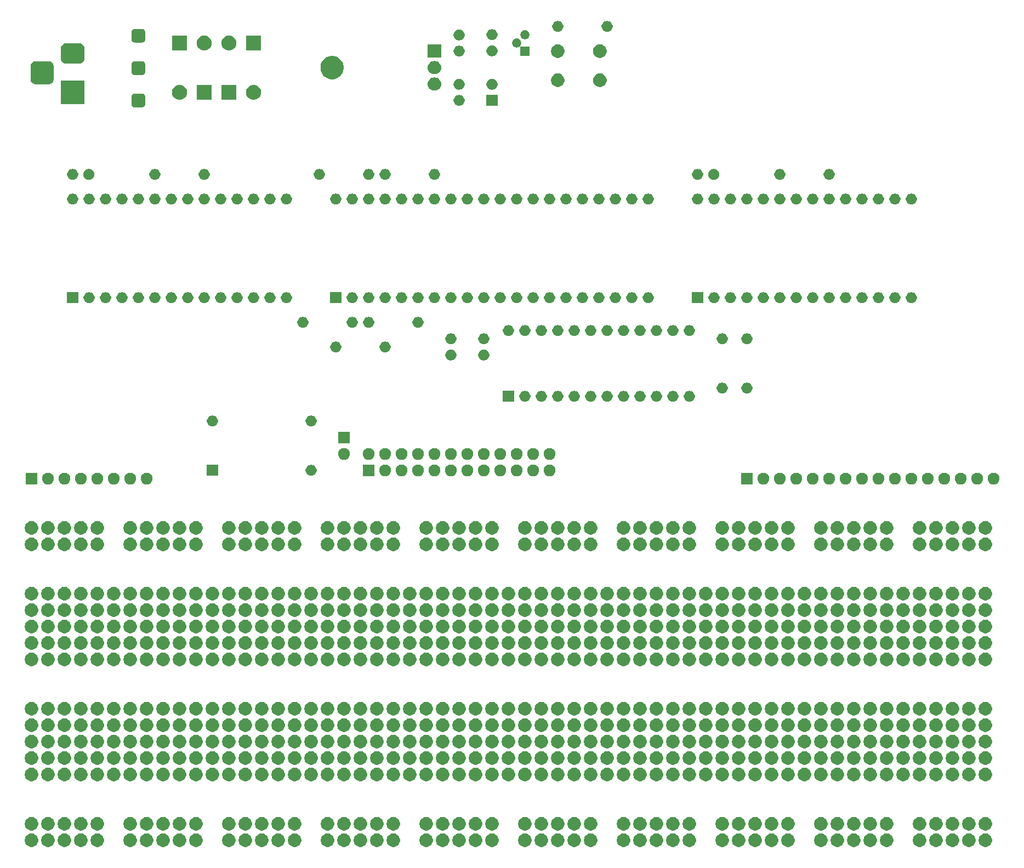
<source format=gbr>
G04 #@! TF.GenerationSoftware,KiCad,Pcbnew,5.1.5+dfsg1-2build2*
G04 #@! TF.CreationDate,2020-09-06T17:22:46-04:00*
G04 #@! TF.ProjectId,6502 Dev Board,36353032-2044-4657-9620-426f6172642e,rev?*
G04 #@! TF.SameCoordinates,Original*
G04 #@! TF.FileFunction,Soldermask,Top*
G04 #@! TF.FilePolarity,Negative*
%FSLAX46Y46*%
G04 Gerber Fmt 4.6, Leading zero omitted, Abs format (unit mm)*
G04 Created by KiCad (PCBNEW 5.1.5+dfsg1-2build2) date 2020-09-06 17:22:46*
%MOMM*%
%LPD*%
G04 APERTURE LIST*
%ADD10C,0.100000*%
G04 APERTURE END LIST*
D10*
G36*
X34596416Y-156469879D02*
G01*
X34787592Y-156549067D01*
X34787594Y-156549068D01*
X34959648Y-156664031D01*
X35105969Y-156810352D01*
X35220933Y-156982408D01*
X35300121Y-157173584D01*
X35340490Y-157376534D01*
X35340490Y-157583466D01*
X35300121Y-157786416D01*
X35220933Y-157977592D01*
X35220932Y-157977594D01*
X35105969Y-158149648D01*
X34959648Y-158295969D01*
X34787594Y-158410932D01*
X34787593Y-158410933D01*
X34787592Y-158410933D01*
X34596416Y-158490121D01*
X34393466Y-158530490D01*
X34186534Y-158530490D01*
X33983584Y-158490121D01*
X33792408Y-158410933D01*
X33792407Y-158410933D01*
X33792406Y-158410932D01*
X33620352Y-158295969D01*
X33474031Y-158149648D01*
X33359068Y-157977594D01*
X33359067Y-157977592D01*
X33279879Y-157786416D01*
X33239510Y-157583466D01*
X33239510Y-157376534D01*
X33279879Y-157173584D01*
X33359067Y-156982408D01*
X33474031Y-156810352D01*
X33620352Y-156664031D01*
X33792406Y-156549068D01*
X33792408Y-156549067D01*
X33983584Y-156469879D01*
X34186534Y-156429510D01*
X34393466Y-156429510D01*
X34596416Y-156469879D01*
G37*
G36*
X49836416Y-156469879D02*
G01*
X50027592Y-156549067D01*
X50027594Y-156549068D01*
X50199648Y-156664031D01*
X50345969Y-156810352D01*
X50460933Y-156982408D01*
X50540121Y-157173584D01*
X50580490Y-157376534D01*
X50580490Y-157583466D01*
X50540121Y-157786416D01*
X50460933Y-157977592D01*
X50460932Y-157977594D01*
X50345969Y-158149648D01*
X50199648Y-158295969D01*
X50027594Y-158410932D01*
X50027593Y-158410933D01*
X50027592Y-158410933D01*
X49836416Y-158490121D01*
X49633466Y-158530490D01*
X49426534Y-158530490D01*
X49223584Y-158490121D01*
X49032408Y-158410933D01*
X49032407Y-158410933D01*
X49032406Y-158410932D01*
X48860352Y-158295969D01*
X48714031Y-158149648D01*
X48599068Y-157977594D01*
X48599067Y-157977592D01*
X48519879Y-157786416D01*
X48479510Y-157583466D01*
X48479510Y-157376534D01*
X48519879Y-157173584D01*
X48599067Y-156982408D01*
X48714031Y-156810352D01*
X48860352Y-156664031D01*
X49032406Y-156549068D01*
X49032408Y-156549067D01*
X49223584Y-156469879D01*
X49426534Y-156429510D01*
X49633466Y-156429510D01*
X49836416Y-156469879D01*
G37*
G36*
X16816416Y-156469879D02*
G01*
X17007592Y-156549067D01*
X17007594Y-156549068D01*
X17179648Y-156664031D01*
X17325969Y-156810352D01*
X17440933Y-156982408D01*
X17520121Y-157173584D01*
X17560490Y-157376534D01*
X17560490Y-157583466D01*
X17520121Y-157786416D01*
X17440933Y-157977592D01*
X17440932Y-157977594D01*
X17325969Y-158149648D01*
X17179648Y-158295969D01*
X17007594Y-158410932D01*
X17007593Y-158410933D01*
X17007592Y-158410933D01*
X16816416Y-158490121D01*
X16613466Y-158530490D01*
X16406534Y-158530490D01*
X16203584Y-158490121D01*
X16012408Y-158410933D01*
X16012407Y-158410933D01*
X16012406Y-158410932D01*
X15840352Y-158295969D01*
X15694031Y-158149648D01*
X15579068Y-157977594D01*
X15579067Y-157977592D01*
X15499879Y-157786416D01*
X15459510Y-157583466D01*
X15459510Y-157376534D01*
X15499879Y-157173584D01*
X15579067Y-156982408D01*
X15694031Y-156810352D01*
X15840352Y-156664031D01*
X16012406Y-156549068D01*
X16012408Y-156549067D01*
X16203584Y-156469879D01*
X16406534Y-156429510D01*
X16613466Y-156429510D01*
X16816416Y-156469879D01*
G37*
G36*
X133656416Y-156469879D02*
G01*
X133847592Y-156549067D01*
X133847594Y-156549068D01*
X134019648Y-156664031D01*
X134165969Y-156810352D01*
X134280933Y-156982408D01*
X134360121Y-157173584D01*
X134400490Y-157376534D01*
X134400490Y-157583466D01*
X134360121Y-157786416D01*
X134280933Y-157977592D01*
X134280932Y-157977594D01*
X134165969Y-158149648D01*
X134019648Y-158295969D01*
X133847594Y-158410932D01*
X133847593Y-158410933D01*
X133847592Y-158410933D01*
X133656416Y-158490121D01*
X133453466Y-158530490D01*
X133246534Y-158530490D01*
X133043584Y-158490121D01*
X132852408Y-158410933D01*
X132852407Y-158410933D01*
X132852406Y-158410932D01*
X132680352Y-158295969D01*
X132534031Y-158149648D01*
X132419068Y-157977594D01*
X132419067Y-157977592D01*
X132339879Y-157786416D01*
X132299510Y-157583466D01*
X132299510Y-157376534D01*
X132339879Y-157173584D01*
X132419067Y-156982408D01*
X132534031Y-156810352D01*
X132680352Y-156664031D01*
X132852406Y-156549068D01*
X132852408Y-156549067D01*
X133043584Y-156469879D01*
X133246534Y-156429510D01*
X133453466Y-156429510D01*
X133656416Y-156469879D01*
G37*
G36*
X113336416Y-156469879D02*
G01*
X113527592Y-156549067D01*
X113527594Y-156549068D01*
X113699648Y-156664031D01*
X113845969Y-156810352D01*
X113960933Y-156982408D01*
X114040121Y-157173584D01*
X114080490Y-157376534D01*
X114080490Y-157583466D01*
X114040121Y-157786416D01*
X113960933Y-157977592D01*
X113960932Y-157977594D01*
X113845969Y-158149648D01*
X113699648Y-158295969D01*
X113527594Y-158410932D01*
X113527593Y-158410933D01*
X113527592Y-158410933D01*
X113336416Y-158490121D01*
X113133466Y-158530490D01*
X112926534Y-158530490D01*
X112723584Y-158490121D01*
X112532408Y-158410933D01*
X112532407Y-158410933D01*
X112532406Y-158410932D01*
X112360352Y-158295969D01*
X112214031Y-158149648D01*
X112099068Y-157977594D01*
X112099067Y-157977592D01*
X112019879Y-157786416D01*
X111979510Y-157583466D01*
X111979510Y-157376534D01*
X112019879Y-157173584D01*
X112099067Y-156982408D01*
X112214031Y-156810352D01*
X112360352Y-156664031D01*
X112532406Y-156549068D01*
X112532408Y-156549067D01*
X112723584Y-156469879D01*
X112926534Y-156429510D01*
X113133466Y-156429510D01*
X113336416Y-156469879D01*
G37*
G36*
X26976416Y-156469879D02*
G01*
X27167592Y-156549067D01*
X27167594Y-156549068D01*
X27339648Y-156664031D01*
X27485969Y-156810352D01*
X27600933Y-156982408D01*
X27680121Y-157173584D01*
X27720490Y-157376534D01*
X27720490Y-157583466D01*
X27680121Y-157786416D01*
X27600933Y-157977592D01*
X27600932Y-157977594D01*
X27485969Y-158149648D01*
X27339648Y-158295969D01*
X27167594Y-158410932D01*
X27167593Y-158410933D01*
X27167592Y-158410933D01*
X26976416Y-158490121D01*
X26773466Y-158530490D01*
X26566534Y-158530490D01*
X26363584Y-158490121D01*
X26172408Y-158410933D01*
X26172407Y-158410933D01*
X26172406Y-158410932D01*
X26000352Y-158295969D01*
X25854031Y-158149648D01*
X25739068Y-157977594D01*
X25739067Y-157977592D01*
X25659879Y-157786416D01*
X25619510Y-157583466D01*
X25619510Y-157376534D01*
X25659879Y-157173584D01*
X25739067Y-156982408D01*
X25854031Y-156810352D01*
X26000352Y-156664031D01*
X26172406Y-156549068D01*
X26172408Y-156549067D01*
X26363584Y-156469879D01*
X26566534Y-156429510D01*
X26773466Y-156429510D01*
X26976416Y-156469879D01*
G37*
G36*
X80316416Y-156469879D02*
G01*
X80507592Y-156549067D01*
X80507594Y-156549068D01*
X80679648Y-156664031D01*
X80825969Y-156810352D01*
X80940933Y-156982408D01*
X81020121Y-157173584D01*
X81060490Y-157376534D01*
X81060490Y-157583466D01*
X81020121Y-157786416D01*
X80940933Y-157977592D01*
X80940932Y-157977594D01*
X80825969Y-158149648D01*
X80679648Y-158295969D01*
X80507594Y-158410932D01*
X80507593Y-158410933D01*
X80507592Y-158410933D01*
X80316416Y-158490121D01*
X80113466Y-158530490D01*
X79906534Y-158530490D01*
X79703584Y-158490121D01*
X79512408Y-158410933D01*
X79512407Y-158410933D01*
X79512406Y-158410932D01*
X79340352Y-158295969D01*
X79194031Y-158149648D01*
X79079068Y-157977594D01*
X79079067Y-157977592D01*
X78999879Y-157786416D01*
X78959510Y-157583466D01*
X78959510Y-157376534D01*
X78999879Y-157173584D01*
X79079067Y-156982408D01*
X79194031Y-156810352D01*
X79340352Y-156664031D01*
X79512406Y-156549068D01*
X79512408Y-156549067D01*
X79703584Y-156469879D01*
X79906534Y-156429510D01*
X80113466Y-156429510D01*
X80316416Y-156469879D01*
G37*
G36*
X87936416Y-156469879D02*
G01*
X88127592Y-156549067D01*
X88127594Y-156549068D01*
X88299648Y-156664031D01*
X88445969Y-156810352D01*
X88560933Y-156982408D01*
X88640121Y-157173584D01*
X88680490Y-157376534D01*
X88680490Y-157583466D01*
X88640121Y-157786416D01*
X88560933Y-157977592D01*
X88560932Y-157977594D01*
X88445969Y-158149648D01*
X88299648Y-158295969D01*
X88127594Y-158410932D01*
X88127593Y-158410933D01*
X88127592Y-158410933D01*
X87936416Y-158490121D01*
X87733466Y-158530490D01*
X87526534Y-158530490D01*
X87323584Y-158490121D01*
X87132408Y-158410933D01*
X87132407Y-158410933D01*
X87132406Y-158410932D01*
X86960352Y-158295969D01*
X86814031Y-158149648D01*
X86699068Y-157977594D01*
X86699067Y-157977592D01*
X86619879Y-157786416D01*
X86579510Y-157583466D01*
X86579510Y-157376534D01*
X86619879Y-157173584D01*
X86699067Y-156982408D01*
X86814031Y-156810352D01*
X86960352Y-156664031D01*
X87132406Y-156549068D01*
X87132408Y-156549067D01*
X87323584Y-156469879D01*
X87526534Y-156429510D01*
X87733466Y-156429510D01*
X87936416Y-156469879D01*
G37*
G36*
X37136416Y-156469879D02*
G01*
X37327592Y-156549067D01*
X37327594Y-156549068D01*
X37499648Y-156664031D01*
X37645969Y-156810352D01*
X37760933Y-156982408D01*
X37840121Y-157173584D01*
X37880490Y-157376534D01*
X37880490Y-157583466D01*
X37840121Y-157786416D01*
X37760933Y-157977592D01*
X37760932Y-157977594D01*
X37645969Y-158149648D01*
X37499648Y-158295969D01*
X37327594Y-158410932D01*
X37327593Y-158410933D01*
X37327592Y-158410933D01*
X37136416Y-158490121D01*
X36933466Y-158530490D01*
X36726534Y-158530490D01*
X36523584Y-158490121D01*
X36332408Y-158410933D01*
X36332407Y-158410933D01*
X36332406Y-158410932D01*
X36160352Y-158295969D01*
X36014031Y-158149648D01*
X35899068Y-157977594D01*
X35899067Y-157977592D01*
X35819879Y-157786416D01*
X35779510Y-157583466D01*
X35779510Y-157376534D01*
X35819879Y-157173584D01*
X35899067Y-156982408D01*
X36014031Y-156810352D01*
X36160352Y-156664031D01*
X36332406Y-156549068D01*
X36332408Y-156549067D01*
X36523584Y-156469879D01*
X36726534Y-156429510D01*
X36933466Y-156429510D01*
X37136416Y-156469879D01*
G37*
G36*
X32056416Y-156469879D02*
G01*
X32247592Y-156549067D01*
X32247594Y-156549068D01*
X32419648Y-156664031D01*
X32565969Y-156810352D01*
X32680933Y-156982408D01*
X32760121Y-157173584D01*
X32800490Y-157376534D01*
X32800490Y-157583466D01*
X32760121Y-157786416D01*
X32680933Y-157977592D01*
X32680932Y-157977594D01*
X32565969Y-158149648D01*
X32419648Y-158295969D01*
X32247594Y-158410932D01*
X32247593Y-158410933D01*
X32247592Y-158410933D01*
X32056416Y-158490121D01*
X31853466Y-158530490D01*
X31646534Y-158530490D01*
X31443584Y-158490121D01*
X31252408Y-158410933D01*
X31252407Y-158410933D01*
X31252406Y-158410932D01*
X31080352Y-158295969D01*
X30934031Y-158149648D01*
X30819068Y-157977594D01*
X30819067Y-157977592D01*
X30739879Y-157786416D01*
X30699510Y-157583466D01*
X30699510Y-157376534D01*
X30739879Y-157173584D01*
X30819067Y-156982408D01*
X30934031Y-156810352D01*
X31080352Y-156664031D01*
X31252406Y-156549068D01*
X31252408Y-156549067D01*
X31443584Y-156469879D01*
X31646534Y-156429510D01*
X31853466Y-156429510D01*
X32056416Y-156469879D01*
G37*
G36*
X85396416Y-156469879D02*
G01*
X85587592Y-156549067D01*
X85587594Y-156549068D01*
X85759648Y-156664031D01*
X85905969Y-156810352D01*
X86020933Y-156982408D01*
X86100121Y-157173584D01*
X86140490Y-157376534D01*
X86140490Y-157583466D01*
X86100121Y-157786416D01*
X86020933Y-157977592D01*
X86020932Y-157977594D01*
X85905969Y-158149648D01*
X85759648Y-158295969D01*
X85587594Y-158410932D01*
X85587593Y-158410933D01*
X85587592Y-158410933D01*
X85396416Y-158490121D01*
X85193466Y-158530490D01*
X84986534Y-158530490D01*
X84783584Y-158490121D01*
X84592408Y-158410933D01*
X84592407Y-158410933D01*
X84592406Y-158410932D01*
X84420352Y-158295969D01*
X84274031Y-158149648D01*
X84159068Y-157977594D01*
X84159067Y-157977592D01*
X84079879Y-157786416D01*
X84039510Y-157583466D01*
X84039510Y-157376534D01*
X84079879Y-157173584D01*
X84159067Y-156982408D01*
X84274031Y-156810352D01*
X84420352Y-156664031D01*
X84592406Y-156549068D01*
X84592408Y-156549067D01*
X84783584Y-156469879D01*
X84986534Y-156429510D01*
X85193466Y-156429510D01*
X85396416Y-156469879D01*
G37*
G36*
X52376416Y-156469879D02*
G01*
X52567592Y-156549067D01*
X52567594Y-156549068D01*
X52739648Y-156664031D01*
X52885969Y-156810352D01*
X53000933Y-156982408D01*
X53080121Y-157173584D01*
X53120490Y-157376534D01*
X53120490Y-157583466D01*
X53080121Y-157786416D01*
X53000933Y-157977592D01*
X53000932Y-157977594D01*
X52885969Y-158149648D01*
X52739648Y-158295969D01*
X52567594Y-158410932D01*
X52567593Y-158410933D01*
X52567592Y-158410933D01*
X52376416Y-158490121D01*
X52173466Y-158530490D01*
X51966534Y-158530490D01*
X51763584Y-158490121D01*
X51572408Y-158410933D01*
X51572407Y-158410933D01*
X51572406Y-158410932D01*
X51400352Y-158295969D01*
X51254031Y-158149648D01*
X51139068Y-157977594D01*
X51139067Y-157977592D01*
X51059879Y-157786416D01*
X51019510Y-157583466D01*
X51019510Y-157376534D01*
X51059879Y-157173584D01*
X51139067Y-156982408D01*
X51254031Y-156810352D01*
X51400352Y-156664031D01*
X51572406Y-156549068D01*
X51572408Y-156549067D01*
X51763584Y-156469879D01*
X51966534Y-156429510D01*
X52173466Y-156429510D01*
X52376416Y-156469879D01*
G37*
G36*
X93016416Y-156469879D02*
G01*
X93207592Y-156549067D01*
X93207594Y-156549068D01*
X93379648Y-156664031D01*
X93525969Y-156810352D01*
X93640933Y-156982408D01*
X93720121Y-157173584D01*
X93760490Y-157376534D01*
X93760490Y-157583466D01*
X93720121Y-157786416D01*
X93640933Y-157977592D01*
X93640932Y-157977594D01*
X93525969Y-158149648D01*
X93379648Y-158295969D01*
X93207594Y-158410932D01*
X93207593Y-158410933D01*
X93207592Y-158410933D01*
X93016416Y-158490121D01*
X92813466Y-158530490D01*
X92606534Y-158530490D01*
X92403584Y-158490121D01*
X92212408Y-158410933D01*
X92212407Y-158410933D01*
X92212406Y-158410932D01*
X92040352Y-158295969D01*
X91894031Y-158149648D01*
X91779068Y-157977594D01*
X91779067Y-157977592D01*
X91699879Y-157786416D01*
X91659510Y-157583466D01*
X91659510Y-157376534D01*
X91699879Y-157173584D01*
X91779067Y-156982408D01*
X91894031Y-156810352D01*
X92040352Y-156664031D01*
X92212406Y-156549068D01*
X92212408Y-156549067D01*
X92403584Y-156469879D01*
X92606534Y-156429510D01*
X92813466Y-156429510D01*
X93016416Y-156469879D01*
G37*
G36*
X164136416Y-156469879D02*
G01*
X164327592Y-156549067D01*
X164327594Y-156549068D01*
X164499648Y-156664031D01*
X164645969Y-156810352D01*
X164760933Y-156982408D01*
X164840121Y-157173584D01*
X164880490Y-157376534D01*
X164880490Y-157583466D01*
X164840121Y-157786416D01*
X164760933Y-157977592D01*
X164760932Y-157977594D01*
X164645969Y-158149648D01*
X164499648Y-158295969D01*
X164327594Y-158410932D01*
X164327593Y-158410933D01*
X164327592Y-158410933D01*
X164136416Y-158490121D01*
X163933466Y-158530490D01*
X163726534Y-158530490D01*
X163523584Y-158490121D01*
X163332408Y-158410933D01*
X163332407Y-158410933D01*
X163332406Y-158410932D01*
X163160352Y-158295969D01*
X163014031Y-158149648D01*
X162899068Y-157977594D01*
X162899067Y-157977592D01*
X162819879Y-157786416D01*
X162779510Y-157583466D01*
X162779510Y-157376534D01*
X162819879Y-157173584D01*
X162899067Y-156982408D01*
X163014031Y-156810352D01*
X163160352Y-156664031D01*
X163332406Y-156549068D01*
X163332408Y-156549067D01*
X163523584Y-156469879D01*
X163726534Y-156429510D01*
X163933466Y-156429510D01*
X164136416Y-156469879D01*
G37*
G36*
X77776416Y-156469879D02*
G01*
X77967592Y-156549067D01*
X77967594Y-156549068D01*
X78139648Y-156664031D01*
X78285969Y-156810352D01*
X78400933Y-156982408D01*
X78480121Y-157173584D01*
X78520490Y-157376534D01*
X78520490Y-157583466D01*
X78480121Y-157786416D01*
X78400933Y-157977592D01*
X78400932Y-157977594D01*
X78285969Y-158149648D01*
X78139648Y-158295969D01*
X77967594Y-158410932D01*
X77967593Y-158410933D01*
X77967592Y-158410933D01*
X77776416Y-158490121D01*
X77573466Y-158530490D01*
X77366534Y-158530490D01*
X77163584Y-158490121D01*
X76972408Y-158410933D01*
X76972407Y-158410933D01*
X76972406Y-158410932D01*
X76800352Y-158295969D01*
X76654031Y-158149648D01*
X76539068Y-157977594D01*
X76539067Y-157977592D01*
X76459879Y-157786416D01*
X76419510Y-157583466D01*
X76419510Y-157376534D01*
X76459879Y-157173584D01*
X76539067Y-156982408D01*
X76654031Y-156810352D01*
X76800352Y-156664031D01*
X76972406Y-156549068D01*
X76972408Y-156549067D01*
X77163584Y-156469879D01*
X77366534Y-156429510D01*
X77573466Y-156429510D01*
X77776416Y-156469879D01*
G37*
G36*
X110796416Y-156469879D02*
G01*
X110987592Y-156549067D01*
X110987594Y-156549068D01*
X111159648Y-156664031D01*
X111305969Y-156810352D01*
X111420933Y-156982408D01*
X111500121Y-157173584D01*
X111540490Y-157376534D01*
X111540490Y-157583466D01*
X111500121Y-157786416D01*
X111420933Y-157977592D01*
X111420932Y-157977594D01*
X111305969Y-158149648D01*
X111159648Y-158295969D01*
X110987594Y-158410932D01*
X110987593Y-158410933D01*
X110987592Y-158410933D01*
X110796416Y-158490121D01*
X110593466Y-158530490D01*
X110386534Y-158530490D01*
X110183584Y-158490121D01*
X109992408Y-158410933D01*
X109992407Y-158410933D01*
X109992406Y-158410932D01*
X109820352Y-158295969D01*
X109674031Y-158149648D01*
X109559068Y-157977594D01*
X109559067Y-157977592D01*
X109479879Y-157786416D01*
X109439510Y-157583466D01*
X109439510Y-157376534D01*
X109479879Y-157173584D01*
X109559067Y-156982408D01*
X109674031Y-156810352D01*
X109820352Y-156664031D01*
X109992406Y-156549068D01*
X109992408Y-156549067D01*
X110183584Y-156469879D01*
X110386534Y-156429510D01*
X110593466Y-156429510D01*
X110796416Y-156469879D01*
G37*
G36*
X146356416Y-156469879D02*
G01*
X146547592Y-156549067D01*
X146547594Y-156549068D01*
X146719648Y-156664031D01*
X146865969Y-156810352D01*
X146980933Y-156982408D01*
X147060121Y-157173584D01*
X147100490Y-157376534D01*
X147100490Y-157583466D01*
X147060121Y-157786416D01*
X146980933Y-157977592D01*
X146980932Y-157977594D01*
X146865969Y-158149648D01*
X146719648Y-158295969D01*
X146547594Y-158410932D01*
X146547593Y-158410933D01*
X146547592Y-158410933D01*
X146356416Y-158490121D01*
X146153466Y-158530490D01*
X145946534Y-158530490D01*
X145743584Y-158490121D01*
X145552408Y-158410933D01*
X145552407Y-158410933D01*
X145552406Y-158410932D01*
X145380352Y-158295969D01*
X145234031Y-158149648D01*
X145119068Y-157977594D01*
X145119067Y-157977592D01*
X145039879Y-157786416D01*
X144999510Y-157583466D01*
X144999510Y-157376534D01*
X145039879Y-157173584D01*
X145119067Y-156982408D01*
X145234031Y-156810352D01*
X145380352Y-156664031D01*
X145552406Y-156549068D01*
X145552408Y-156549067D01*
X145743584Y-156469879D01*
X145946534Y-156429510D01*
X146153466Y-156429510D01*
X146356416Y-156469879D01*
G37*
G36*
X42216416Y-156469879D02*
G01*
X42407592Y-156549067D01*
X42407594Y-156549068D01*
X42579648Y-156664031D01*
X42725969Y-156810352D01*
X42840933Y-156982408D01*
X42920121Y-157173584D01*
X42960490Y-157376534D01*
X42960490Y-157583466D01*
X42920121Y-157786416D01*
X42840933Y-157977592D01*
X42840932Y-157977594D01*
X42725969Y-158149648D01*
X42579648Y-158295969D01*
X42407594Y-158410932D01*
X42407593Y-158410933D01*
X42407592Y-158410933D01*
X42216416Y-158490121D01*
X42013466Y-158530490D01*
X41806534Y-158530490D01*
X41603584Y-158490121D01*
X41412408Y-158410933D01*
X41412407Y-158410933D01*
X41412406Y-158410932D01*
X41240352Y-158295969D01*
X41094031Y-158149648D01*
X40979068Y-157977594D01*
X40979067Y-157977592D01*
X40899879Y-157786416D01*
X40859510Y-157583466D01*
X40859510Y-157376534D01*
X40899879Y-157173584D01*
X40979067Y-156982408D01*
X41094031Y-156810352D01*
X41240352Y-156664031D01*
X41412406Y-156549068D01*
X41412408Y-156549067D01*
X41603584Y-156469879D01*
X41806534Y-156429510D01*
X42013466Y-156429510D01*
X42216416Y-156469879D01*
G37*
G36*
X153976416Y-156469879D02*
G01*
X154167592Y-156549067D01*
X154167594Y-156549068D01*
X154339648Y-156664031D01*
X154485969Y-156810352D01*
X154600933Y-156982408D01*
X154680121Y-157173584D01*
X154720490Y-157376534D01*
X154720490Y-157583466D01*
X154680121Y-157786416D01*
X154600933Y-157977592D01*
X154600932Y-157977594D01*
X154485969Y-158149648D01*
X154339648Y-158295969D01*
X154167594Y-158410932D01*
X154167593Y-158410933D01*
X154167592Y-158410933D01*
X153976416Y-158490121D01*
X153773466Y-158530490D01*
X153566534Y-158530490D01*
X153363584Y-158490121D01*
X153172408Y-158410933D01*
X153172407Y-158410933D01*
X153172406Y-158410932D01*
X153000352Y-158295969D01*
X152854031Y-158149648D01*
X152739068Y-157977594D01*
X152739067Y-157977592D01*
X152659879Y-157786416D01*
X152619510Y-157583466D01*
X152619510Y-157376534D01*
X152659879Y-157173584D01*
X152739067Y-156982408D01*
X152854031Y-156810352D01*
X153000352Y-156664031D01*
X153172406Y-156549068D01*
X153172408Y-156549067D01*
X153363584Y-156469879D01*
X153566534Y-156429510D01*
X153773466Y-156429510D01*
X153976416Y-156469879D01*
G37*
G36*
X143816416Y-156469879D02*
G01*
X144007592Y-156549067D01*
X144007594Y-156549068D01*
X144179648Y-156664031D01*
X144325969Y-156810352D01*
X144440933Y-156982408D01*
X144520121Y-157173584D01*
X144560490Y-157376534D01*
X144560490Y-157583466D01*
X144520121Y-157786416D01*
X144440933Y-157977592D01*
X144440932Y-157977594D01*
X144325969Y-158149648D01*
X144179648Y-158295969D01*
X144007594Y-158410932D01*
X144007593Y-158410933D01*
X144007592Y-158410933D01*
X143816416Y-158490121D01*
X143613466Y-158530490D01*
X143406534Y-158530490D01*
X143203584Y-158490121D01*
X143012408Y-158410933D01*
X143012407Y-158410933D01*
X143012406Y-158410932D01*
X142840352Y-158295969D01*
X142694031Y-158149648D01*
X142579068Y-157977594D01*
X142579067Y-157977592D01*
X142499879Y-157786416D01*
X142459510Y-157583466D01*
X142459510Y-157376534D01*
X142499879Y-157173584D01*
X142579067Y-156982408D01*
X142694031Y-156810352D01*
X142840352Y-156664031D01*
X143012406Y-156549068D01*
X143012408Y-156549067D01*
X143203584Y-156469879D01*
X143406534Y-156429510D01*
X143613466Y-156429510D01*
X143816416Y-156469879D01*
G37*
G36*
X100636416Y-156469879D02*
G01*
X100827592Y-156549067D01*
X100827594Y-156549068D01*
X100999648Y-156664031D01*
X101145969Y-156810352D01*
X101260933Y-156982408D01*
X101340121Y-157173584D01*
X101380490Y-157376534D01*
X101380490Y-157583466D01*
X101340121Y-157786416D01*
X101260933Y-157977592D01*
X101260932Y-157977594D01*
X101145969Y-158149648D01*
X100999648Y-158295969D01*
X100827594Y-158410932D01*
X100827593Y-158410933D01*
X100827592Y-158410933D01*
X100636416Y-158490121D01*
X100433466Y-158530490D01*
X100226534Y-158530490D01*
X100023584Y-158490121D01*
X99832408Y-158410933D01*
X99832407Y-158410933D01*
X99832406Y-158410932D01*
X99660352Y-158295969D01*
X99514031Y-158149648D01*
X99399068Y-157977594D01*
X99399067Y-157977592D01*
X99319879Y-157786416D01*
X99279510Y-157583466D01*
X99279510Y-157376534D01*
X99319879Y-157173584D01*
X99399067Y-156982408D01*
X99514031Y-156810352D01*
X99660352Y-156664031D01*
X99832406Y-156549068D01*
X99832408Y-156549067D01*
X100023584Y-156469879D01*
X100226534Y-156429510D01*
X100433466Y-156429510D01*
X100636416Y-156469879D01*
G37*
G36*
X21896416Y-156469879D02*
G01*
X22087592Y-156549067D01*
X22087594Y-156549068D01*
X22259648Y-156664031D01*
X22405969Y-156810352D01*
X22520933Y-156982408D01*
X22600121Y-157173584D01*
X22640490Y-157376534D01*
X22640490Y-157583466D01*
X22600121Y-157786416D01*
X22520933Y-157977592D01*
X22520932Y-157977594D01*
X22405969Y-158149648D01*
X22259648Y-158295969D01*
X22087594Y-158410932D01*
X22087593Y-158410933D01*
X22087592Y-158410933D01*
X21896416Y-158490121D01*
X21693466Y-158530490D01*
X21486534Y-158530490D01*
X21283584Y-158490121D01*
X21092408Y-158410933D01*
X21092407Y-158410933D01*
X21092406Y-158410932D01*
X20920352Y-158295969D01*
X20774031Y-158149648D01*
X20659068Y-157977594D01*
X20659067Y-157977592D01*
X20579879Y-157786416D01*
X20539510Y-157583466D01*
X20539510Y-157376534D01*
X20579879Y-157173584D01*
X20659067Y-156982408D01*
X20774031Y-156810352D01*
X20920352Y-156664031D01*
X21092406Y-156549068D01*
X21092408Y-156549067D01*
X21283584Y-156469879D01*
X21486534Y-156429510D01*
X21693466Y-156429510D01*
X21896416Y-156469879D01*
G37*
G36*
X159056416Y-156469879D02*
G01*
X159247592Y-156549067D01*
X159247594Y-156549068D01*
X159419648Y-156664031D01*
X159565969Y-156810352D01*
X159680933Y-156982408D01*
X159760121Y-157173584D01*
X159800490Y-157376534D01*
X159800490Y-157583466D01*
X159760121Y-157786416D01*
X159680933Y-157977592D01*
X159680932Y-157977594D01*
X159565969Y-158149648D01*
X159419648Y-158295969D01*
X159247594Y-158410932D01*
X159247593Y-158410933D01*
X159247592Y-158410933D01*
X159056416Y-158490121D01*
X158853466Y-158530490D01*
X158646534Y-158530490D01*
X158443584Y-158490121D01*
X158252408Y-158410933D01*
X158252407Y-158410933D01*
X158252406Y-158410932D01*
X158080352Y-158295969D01*
X157934031Y-158149648D01*
X157819068Y-157977594D01*
X157819067Y-157977592D01*
X157739879Y-157786416D01*
X157699510Y-157583466D01*
X157699510Y-157376534D01*
X157739879Y-157173584D01*
X157819067Y-156982408D01*
X157934031Y-156810352D01*
X158080352Y-156664031D01*
X158252406Y-156549068D01*
X158252408Y-156549067D01*
X158443584Y-156469879D01*
X158646534Y-156429510D01*
X158853466Y-156429510D01*
X159056416Y-156469879D01*
G37*
G36*
X123496416Y-156469879D02*
G01*
X123687592Y-156549067D01*
X123687594Y-156549068D01*
X123859648Y-156664031D01*
X124005969Y-156810352D01*
X124120933Y-156982408D01*
X124200121Y-157173584D01*
X124240490Y-157376534D01*
X124240490Y-157583466D01*
X124200121Y-157786416D01*
X124120933Y-157977592D01*
X124120932Y-157977594D01*
X124005969Y-158149648D01*
X123859648Y-158295969D01*
X123687594Y-158410932D01*
X123687593Y-158410933D01*
X123687592Y-158410933D01*
X123496416Y-158490121D01*
X123293466Y-158530490D01*
X123086534Y-158530490D01*
X122883584Y-158490121D01*
X122692408Y-158410933D01*
X122692407Y-158410933D01*
X122692406Y-158410932D01*
X122520352Y-158295969D01*
X122374031Y-158149648D01*
X122259068Y-157977594D01*
X122259067Y-157977592D01*
X122179879Y-157786416D01*
X122139510Y-157583466D01*
X122139510Y-157376534D01*
X122179879Y-157173584D01*
X122259067Y-156982408D01*
X122374031Y-156810352D01*
X122520352Y-156664031D01*
X122692406Y-156549068D01*
X122692408Y-156549067D01*
X122883584Y-156469879D01*
X123086534Y-156429510D01*
X123293466Y-156429510D01*
X123496416Y-156469879D01*
G37*
G36*
X70156416Y-156469879D02*
G01*
X70347592Y-156549067D01*
X70347594Y-156549068D01*
X70519648Y-156664031D01*
X70665969Y-156810352D01*
X70780933Y-156982408D01*
X70860121Y-157173584D01*
X70900490Y-157376534D01*
X70900490Y-157583466D01*
X70860121Y-157786416D01*
X70780933Y-157977592D01*
X70780932Y-157977594D01*
X70665969Y-158149648D01*
X70519648Y-158295969D01*
X70347594Y-158410932D01*
X70347593Y-158410933D01*
X70347592Y-158410933D01*
X70156416Y-158490121D01*
X69953466Y-158530490D01*
X69746534Y-158530490D01*
X69543584Y-158490121D01*
X69352408Y-158410933D01*
X69352407Y-158410933D01*
X69352406Y-158410932D01*
X69180352Y-158295969D01*
X69034031Y-158149648D01*
X68919068Y-157977594D01*
X68919067Y-157977592D01*
X68839879Y-157786416D01*
X68799510Y-157583466D01*
X68799510Y-157376534D01*
X68839879Y-157173584D01*
X68919067Y-156982408D01*
X69034031Y-156810352D01*
X69180352Y-156664031D01*
X69352406Y-156549068D01*
X69352408Y-156549067D01*
X69543584Y-156469879D01*
X69746534Y-156429510D01*
X69953466Y-156429510D01*
X70156416Y-156469879D01*
G37*
G36*
X72696416Y-156469879D02*
G01*
X72887592Y-156549067D01*
X72887594Y-156549068D01*
X73059648Y-156664031D01*
X73205969Y-156810352D01*
X73320933Y-156982408D01*
X73400121Y-157173584D01*
X73440490Y-157376534D01*
X73440490Y-157583466D01*
X73400121Y-157786416D01*
X73320933Y-157977592D01*
X73320932Y-157977594D01*
X73205969Y-158149648D01*
X73059648Y-158295969D01*
X72887594Y-158410932D01*
X72887593Y-158410933D01*
X72887592Y-158410933D01*
X72696416Y-158490121D01*
X72493466Y-158530490D01*
X72286534Y-158530490D01*
X72083584Y-158490121D01*
X71892408Y-158410933D01*
X71892407Y-158410933D01*
X71892406Y-158410932D01*
X71720352Y-158295969D01*
X71574031Y-158149648D01*
X71459068Y-157977594D01*
X71459067Y-157977592D01*
X71379879Y-157786416D01*
X71339510Y-157583466D01*
X71339510Y-157376534D01*
X71379879Y-157173584D01*
X71459067Y-156982408D01*
X71574031Y-156810352D01*
X71720352Y-156664031D01*
X71892406Y-156549068D01*
X71892408Y-156549067D01*
X72083584Y-156469879D01*
X72286534Y-156429510D01*
X72493466Y-156429510D01*
X72696416Y-156469879D01*
G37*
G36*
X156516416Y-156469879D02*
G01*
X156707592Y-156549067D01*
X156707594Y-156549068D01*
X156879648Y-156664031D01*
X157025969Y-156810352D01*
X157140933Y-156982408D01*
X157220121Y-157173584D01*
X157260490Y-157376534D01*
X157260490Y-157583466D01*
X157220121Y-157786416D01*
X157140933Y-157977592D01*
X157140932Y-157977594D01*
X157025969Y-158149648D01*
X156879648Y-158295969D01*
X156707594Y-158410932D01*
X156707593Y-158410933D01*
X156707592Y-158410933D01*
X156516416Y-158490121D01*
X156313466Y-158530490D01*
X156106534Y-158530490D01*
X155903584Y-158490121D01*
X155712408Y-158410933D01*
X155712407Y-158410933D01*
X155712406Y-158410932D01*
X155540352Y-158295969D01*
X155394031Y-158149648D01*
X155279068Y-157977594D01*
X155279067Y-157977592D01*
X155199879Y-157786416D01*
X155159510Y-157583466D01*
X155159510Y-157376534D01*
X155199879Y-157173584D01*
X155279067Y-156982408D01*
X155394031Y-156810352D01*
X155540352Y-156664031D01*
X155712406Y-156549068D01*
X155712408Y-156549067D01*
X155903584Y-156469879D01*
X156106534Y-156429510D01*
X156313466Y-156429510D01*
X156516416Y-156469879D01*
G37*
G36*
X82856416Y-156469879D02*
G01*
X83047592Y-156549067D01*
X83047594Y-156549068D01*
X83219648Y-156664031D01*
X83365969Y-156810352D01*
X83480933Y-156982408D01*
X83560121Y-157173584D01*
X83600490Y-157376534D01*
X83600490Y-157583466D01*
X83560121Y-157786416D01*
X83480933Y-157977592D01*
X83480932Y-157977594D01*
X83365969Y-158149648D01*
X83219648Y-158295969D01*
X83047594Y-158410932D01*
X83047593Y-158410933D01*
X83047592Y-158410933D01*
X82856416Y-158490121D01*
X82653466Y-158530490D01*
X82446534Y-158530490D01*
X82243584Y-158490121D01*
X82052408Y-158410933D01*
X82052407Y-158410933D01*
X82052406Y-158410932D01*
X81880352Y-158295969D01*
X81734031Y-158149648D01*
X81619068Y-157977594D01*
X81619067Y-157977592D01*
X81539879Y-157786416D01*
X81499510Y-157583466D01*
X81499510Y-157376534D01*
X81539879Y-157173584D01*
X81619067Y-156982408D01*
X81734031Y-156810352D01*
X81880352Y-156664031D01*
X82052406Y-156549068D01*
X82052408Y-156549067D01*
X82243584Y-156469879D01*
X82446534Y-156429510D01*
X82653466Y-156429510D01*
X82856416Y-156469879D01*
G37*
G36*
X141276416Y-156469879D02*
G01*
X141467592Y-156549067D01*
X141467594Y-156549068D01*
X141639648Y-156664031D01*
X141785969Y-156810352D01*
X141900933Y-156982408D01*
X141980121Y-157173584D01*
X142020490Y-157376534D01*
X142020490Y-157583466D01*
X141980121Y-157786416D01*
X141900933Y-157977592D01*
X141900932Y-157977594D01*
X141785969Y-158149648D01*
X141639648Y-158295969D01*
X141467594Y-158410932D01*
X141467593Y-158410933D01*
X141467592Y-158410933D01*
X141276416Y-158490121D01*
X141073466Y-158530490D01*
X140866534Y-158530490D01*
X140663584Y-158490121D01*
X140472408Y-158410933D01*
X140472407Y-158410933D01*
X140472406Y-158410932D01*
X140300352Y-158295969D01*
X140154031Y-158149648D01*
X140039068Y-157977594D01*
X140039067Y-157977592D01*
X139959879Y-157786416D01*
X139919510Y-157583466D01*
X139919510Y-157376534D01*
X139959879Y-157173584D01*
X140039067Y-156982408D01*
X140154031Y-156810352D01*
X140300352Y-156664031D01*
X140472406Y-156549068D01*
X140472408Y-156549067D01*
X140663584Y-156469879D01*
X140866534Y-156429510D01*
X141073466Y-156429510D01*
X141276416Y-156469879D01*
G37*
G36*
X108256416Y-156469879D02*
G01*
X108447592Y-156549067D01*
X108447594Y-156549068D01*
X108619648Y-156664031D01*
X108765969Y-156810352D01*
X108880933Y-156982408D01*
X108960121Y-157173584D01*
X109000490Y-157376534D01*
X109000490Y-157583466D01*
X108960121Y-157786416D01*
X108880933Y-157977592D01*
X108880932Y-157977594D01*
X108765969Y-158149648D01*
X108619648Y-158295969D01*
X108447594Y-158410932D01*
X108447593Y-158410933D01*
X108447592Y-158410933D01*
X108256416Y-158490121D01*
X108053466Y-158530490D01*
X107846534Y-158530490D01*
X107643584Y-158490121D01*
X107452408Y-158410933D01*
X107452407Y-158410933D01*
X107452406Y-158410932D01*
X107280352Y-158295969D01*
X107134031Y-158149648D01*
X107019068Y-157977594D01*
X107019067Y-157977592D01*
X106939879Y-157786416D01*
X106899510Y-157583466D01*
X106899510Y-157376534D01*
X106939879Y-157173584D01*
X107019067Y-156982408D01*
X107134031Y-156810352D01*
X107280352Y-156664031D01*
X107452406Y-156549068D01*
X107452408Y-156549067D01*
X107643584Y-156469879D01*
X107846534Y-156429510D01*
X108053466Y-156429510D01*
X108256416Y-156469879D01*
G37*
G36*
X54916416Y-156469879D02*
G01*
X55107592Y-156549067D01*
X55107594Y-156549068D01*
X55279648Y-156664031D01*
X55425969Y-156810352D01*
X55540933Y-156982408D01*
X55620121Y-157173584D01*
X55660490Y-157376534D01*
X55660490Y-157583466D01*
X55620121Y-157786416D01*
X55540933Y-157977592D01*
X55540932Y-157977594D01*
X55425969Y-158149648D01*
X55279648Y-158295969D01*
X55107594Y-158410932D01*
X55107593Y-158410933D01*
X55107592Y-158410933D01*
X54916416Y-158490121D01*
X54713466Y-158530490D01*
X54506534Y-158530490D01*
X54303584Y-158490121D01*
X54112408Y-158410933D01*
X54112407Y-158410933D01*
X54112406Y-158410932D01*
X53940352Y-158295969D01*
X53794031Y-158149648D01*
X53679068Y-157977594D01*
X53679067Y-157977592D01*
X53599879Y-157786416D01*
X53559510Y-157583466D01*
X53559510Y-157376534D01*
X53599879Y-157173584D01*
X53679067Y-156982408D01*
X53794031Y-156810352D01*
X53940352Y-156664031D01*
X54112406Y-156549068D01*
X54112408Y-156549067D01*
X54303584Y-156469879D01*
X54506534Y-156429510D01*
X54713466Y-156429510D01*
X54916416Y-156469879D01*
G37*
G36*
X67616416Y-156469879D02*
G01*
X67807592Y-156549067D01*
X67807594Y-156549068D01*
X67979648Y-156664031D01*
X68125969Y-156810352D01*
X68240933Y-156982408D01*
X68320121Y-157173584D01*
X68360490Y-157376534D01*
X68360490Y-157583466D01*
X68320121Y-157786416D01*
X68240933Y-157977592D01*
X68240932Y-157977594D01*
X68125969Y-158149648D01*
X67979648Y-158295969D01*
X67807594Y-158410932D01*
X67807593Y-158410933D01*
X67807592Y-158410933D01*
X67616416Y-158490121D01*
X67413466Y-158530490D01*
X67206534Y-158530490D01*
X67003584Y-158490121D01*
X66812408Y-158410933D01*
X66812407Y-158410933D01*
X66812406Y-158410932D01*
X66640352Y-158295969D01*
X66494031Y-158149648D01*
X66379068Y-157977594D01*
X66379067Y-157977592D01*
X66299879Y-157786416D01*
X66259510Y-157583466D01*
X66259510Y-157376534D01*
X66299879Y-157173584D01*
X66379067Y-156982408D01*
X66494031Y-156810352D01*
X66640352Y-156664031D01*
X66812406Y-156549068D01*
X66812408Y-156549067D01*
X67003584Y-156469879D01*
X67206534Y-156429510D01*
X67413466Y-156429510D01*
X67616416Y-156469879D01*
G37*
G36*
X39676416Y-156469879D02*
G01*
X39867592Y-156549067D01*
X39867594Y-156549068D01*
X40039648Y-156664031D01*
X40185969Y-156810352D01*
X40300933Y-156982408D01*
X40380121Y-157173584D01*
X40420490Y-157376534D01*
X40420490Y-157583466D01*
X40380121Y-157786416D01*
X40300933Y-157977592D01*
X40300932Y-157977594D01*
X40185969Y-158149648D01*
X40039648Y-158295969D01*
X39867594Y-158410932D01*
X39867593Y-158410933D01*
X39867592Y-158410933D01*
X39676416Y-158490121D01*
X39473466Y-158530490D01*
X39266534Y-158530490D01*
X39063584Y-158490121D01*
X38872408Y-158410933D01*
X38872407Y-158410933D01*
X38872406Y-158410932D01*
X38700352Y-158295969D01*
X38554031Y-158149648D01*
X38439068Y-157977594D01*
X38439067Y-157977592D01*
X38359879Y-157786416D01*
X38319510Y-157583466D01*
X38319510Y-157376534D01*
X38359879Y-157173584D01*
X38439067Y-156982408D01*
X38554031Y-156810352D01*
X38700352Y-156664031D01*
X38872406Y-156549068D01*
X38872408Y-156549067D01*
X39063584Y-156469879D01*
X39266534Y-156429510D01*
X39473466Y-156429510D01*
X39676416Y-156469879D01*
G37*
G36*
X115876416Y-156469879D02*
G01*
X116067592Y-156549067D01*
X116067594Y-156549068D01*
X116239648Y-156664031D01*
X116385969Y-156810352D01*
X116500933Y-156982408D01*
X116580121Y-157173584D01*
X116620490Y-157376534D01*
X116620490Y-157583466D01*
X116580121Y-157786416D01*
X116500933Y-157977592D01*
X116500932Y-157977594D01*
X116385969Y-158149648D01*
X116239648Y-158295969D01*
X116067594Y-158410932D01*
X116067593Y-158410933D01*
X116067592Y-158410933D01*
X115876416Y-158490121D01*
X115673466Y-158530490D01*
X115466534Y-158530490D01*
X115263584Y-158490121D01*
X115072408Y-158410933D01*
X115072407Y-158410933D01*
X115072406Y-158410932D01*
X114900352Y-158295969D01*
X114754031Y-158149648D01*
X114639068Y-157977594D01*
X114639067Y-157977592D01*
X114559879Y-157786416D01*
X114519510Y-157583466D01*
X114519510Y-157376534D01*
X114559879Y-157173584D01*
X114639067Y-156982408D01*
X114754031Y-156810352D01*
X114900352Y-156664031D01*
X115072406Y-156549068D01*
X115072408Y-156549067D01*
X115263584Y-156469879D01*
X115466534Y-156429510D01*
X115673466Y-156429510D01*
X115876416Y-156469879D01*
G37*
G36*
X103176416Y-156469879D02*
G01*
X103367592Y-156549067D01*
X103367594Y-156549068D01*
X103539648Y-156664031D01*
X103685969Y-156810352D01*
X103800933Y-156982408D01*
X103880121Y-157173584D01*
X103920490Y-157376534D01*
X103920490Y-157583466D01*
X103880121Y-157786416D01*
X103800933Y-157977592D01*
X103800932Y-157977594D01*
X103685969Y-158149648D01*
X103539648Y-158295969D01*
X103367594Y-158410932D01*
X103367593Y-158410933D01*
X103367592Y-158410933D01*
X103176416Y-158490121D01*
X102973466Y-158530490D01*
X102766534Y-158530490D01*
X102563584Y-158490121D01*
X102372408Y-158410933D01*
X102372407Y-158410933D01*
X102372406Y-158410932D01*
X102200352Y-158295969D01*
X102054031Y-158149648D01*
X101939068Y-157977594D01*
X101939067Y-157977592D01*
X101859879Y-157786416D01*
X101819510Y-157583466D01*
X101819510Y-157376534D01*
X101859879Y-157173584D01*
X101939067Y-156982408D01*
X102054031Y-156810352D01*
X102200352Y-156664031D01*
X102372406Y-156549068D01*
X102372408Y-156549067D01*
X102563584Y-156469879D01*
X102766534Y-156429510D01*
X102973466Y-156429510D01*
X103176416Y-156469879D01*
G37*
G36*
X148896416Y-156469879D02*
G01*
X149087592Y-156549067D01*
X149087594Y-156549068D01*
X149259648Y-156664031D01*
X149405969Y-156810352D01*
X149520933Y-156982408D01*
X149600121Y-157173584D01*
X149640490Y-157376534D01*
X149640490Y-157583466D01*
X149600121Y-157786416D01*
X149520933Y-157977592D01*
X149520932Y-157977594D01*
X149405969Y-158149648D01*
X149259648Y-158295969D01*
X149087594Y-158410932D01*
X149087593Y-158410933D01*
X149087592Y-158410933D01*
X148896416Y-158490121D01*
X148693466Y-158530490D01*
X148486534Y-158530490D01*
X148283584Y-158490121D01*
X148092408Y-158410933D01*
X148092407Y-158410933D01*
X148092406Y-158410932D01*
X147920352Y-158295969D01*
X147774031Y-158149648D01*
X147659068Y-157977594D01*
X147659067Y-157977592D01*
X147579879Y-157786416D01*
X147539510Y-157583466D01*
X147539510Y-157376534D01*
X147579879Y-157173584D01*
X147659067Y-156982408D01*
X147774031Y-156810352D01*
X147920352Y-156664031D01*
X148092406Y-156549068D01*
X148092408Y-156549067D01*
X148283584Y-156469879D01*
X148486534Y-156429510D01*
X148693466Y-156429510D01*
X148896416Y-156469879D01*
G37*
G36*
X118416416Y-156469879D02*
G01*
X118607592Y-156549067D01*
X118607594Y-156549068D01*
X118779648Y-156664031D01*
X118925969Y-156810352D01*
X119040933Y-156982408D01*
X119120121Y-157173584D01*
X119160490Y-157376534D01*
X119160490Y-157583466D01*
X119120121Y-157786416D01*
X119040933Y-157977592D01*
X119040932Y-157977594D01*
X118925969Y-158149648D01*
X118779648Y-158295969D01*
X118607594Y-158410932D01*
X118607593Y-158410933D01*
X118607592Y-158410933D01*
X118416416Y-158490121D01*
X118213466Y-158530490D01*
X118006534Y-158530490D01*
X117803584Y-158490121D01*
X117612408Y-158410933D01*
X117612407Y-158410933D01*
X117612406Y-158410932D01*
X117440352Y-158295969D01*
X117294031Y-158149648D01*
X117179068Y-157977594D01*
X117179067Y-157977592D01*
X117099879Y-157786416D01*
X117059510Y-157583466D01*
X117059510Y-157376534D01*
X117099879Y-157173584D01*
X117179067Y-156982408D01*
X117294031Y-156810352D01*
X117440352Y-156664031D01*
X117612406Y-156549068D01*
X117612408Y-156549067D01*
X117803584Y-156469879D01*
X118006534Y-156429510D01*
X118213466Y-156429510D01*
X118416416Y-156469879D01*
G37*
G36*
X138736416Y-156469879D02*
G01*
X138927592Y-156549067D01*
X138927594Y-156549068D01*
X139099648Y-156664031D01*
X139245969Y-156810352D01*
X139360933Y-156982408D01*
X139440121Y-157173584D01*
X139480490Y-157376534D01*
X139480490Y-157583466D01*
X139440121Y-157786416D01*
X139360933Y-157977592D01*
X139360932Y-157977594D01*
X139245969Y-158149648D01*
X139099648Y-158295969D01*
X138927594Y-158410932D01*
X138927593Y-158410933D01*
X138927592Y-158410933D01*
X138736416Y-158490121D01*
X138533466Y-158530490D01*
X138326534Y-158530490D01*
X138123584Y-158490121D01*
X137932408Y-158410933D01*
X137932407Y-158410933D01*
X137932406Y-158410932D01*
X137760352Y-158295969D01*
X137614031Y-158149648D01*
X137499068Y-157977594D01*
X137499067Y-157977592D01*
X137419879Y-157786416D01*
X137379510Y-157583466D01*
X137379510Y-157376534D01*
X137419879Y-157173584D01*
X137499067Y-156982408D01*
X137614031Y-156810352D01*
X137760352Y-156664031D01*
X137932406Y-156549068D01*
X137932408Y-156549067D01*
X138123584Y-156469879D01*
X138326534Y-156429510D01*
X138533466Y-156429510D01*
X138736416Y-156469879D01*
G37*
G36*
X47296416Y-156469879D02*
G01*
X47487592Y-156549067D01*
X47487594Y-156549068D01*
X47659648Y-156664031D01*
X47805969Y-156810352D01*
X47920933Y-156982408D01*
X48000121Y-157173584D01*
X48040490Y-157376534D01*
X48040490Y-157583466D01*
X48000121Y-157786416D01*
X47920933Y-157977592D01*
X47920932Y-157977594D01*
X47805969Y-158149648D01*
X47659648Y-158295969D01*
X47487594Y-158410932D01*
X47487593Y-158410933D01*
X47487592Y-158410933D01*
X47296416Y-158490121D01*
X47093466Y-158530490D01*
X46886534Y-158530490D01*
X46683584Y-158490121D01*
X46492408Y-158410933D01*
X46492407Y-158410933D01*
X46492406Y-158410932D01*
X46320352Y-158295969D01*
X46174031Y-158149648D01*
X46059068Y-157977594D01*
X46059067Y-157977592D01*
X45979879Y-157786416D01*
X45939510Y-157583466D01*
X45939510Y-157376534D01*
X45979879Y-157173584D01*
X46059067Y-156982408D01*
X46174031Y-156810352D01*
X46320352Y-156664031D01*
X46492406Y-156549068D01*
X46492408Y-156549067D01*
X46683584Y-156469879D01*
X46886534Y-156429510D01*
X47093466Y-156429510D01*
X47296416Y-156469879D01*
G37*
G36*
X65076416Y-156469879D02*
G01*
X65267592Y-156549067D01*
X65267594Y-156549068D01*
X65439648Y-156664031D01*
X65585969Y-156810352D01*
X65700933Y-156982408D01*
X65780121Y-157173584D01*
X65820490Y-157376534D01*
X65820490Y-157583466D01*
X65780121Y-157786416D01*
X65700933Y-157977592D01*
X65700932Y-157977594D01*
X65585969Y-158149648D01*
X65439648Y-158295969D01*
X65267594Y-158410932D01*
X65267593Y-158410933D01*
X65267592Y-158410933D01*
X65076416Y-158490121D01*
X64873466Y-158530490D01*
X64666534Y-158530490D01*
X64463584Y-158490121D01*
X64272408Y-158410933D01*
X64272407Y-158410933D01*
X64272406Y-158410932D01*
X64100352Y-158295969D01*
X63954031Y-158149648D01*
X63839068Y-157977594D01*
X63839067Y-157977592D01*
X63759879Y-157786416D01*
X63719510Y-157583466D01*
X63719510Y-157376534D01*
X63759879Y-157173584D01*
X63839067Y-156982408D01*
X63954031Y-156810352D01*
X64100352Y-156664031D01*
X64272406Y-156549068D01*
X64272408Y-156549067D01*
X64463584Y-156469879D01*
X64666534Y-156429510D01*
X64873466Y-156429510D01*
X65076416Y-156469879D01*
G37*
G36*
X161596416Y-156469879D02*
G01*
X161787592Y-156549067D01*
X161787594Y-156549068D01*
X161959648Y-156664031D01*
X162105969Y-156810352D01*
X162220933Y-156982408D01*
X162300121Y-157173584D01*
X162340490Y-157376534D01*
X162340490Y-157583466D01*
X162300121Y-157786416D01*
X162220933Y-157977592D01*
X162220932Y-157977594D01*
X162105969Y-158149648D01*
X161959648Y-158295969D01*
X161787594Y-158410932D01*
X161787593Y-158410933D01*
X161787592Y-158410933D01*
X161596416Y-158490121D01*
X161393466Y-158530490D01*
X161186534Y-158530490D01*
X160983584Y-158490121D01*
X160792408Y-158410933D01*
X160792407Y-158410933D01*
X160792406Y-158410932D01*
X160620352Y-158295969D01*
X160474031Y-158149648D01*
X160359068Y-157977594D01*
X160359067Y-157977592D01*
X160279879Y-157786416D01*
X160239510Y-157583466D01*
X160239510Y-157376534D01*
X160279879Y-157173584D01*
X160359067Y-156982408D01*
X160474031Y-156810352D01*
X160620352Y-156664031D01*
X160792406Y-156549068D01*
X160792408Y-156549067D01*
X160983584Y-156469879D01*
X161186534Y-156429510D01*
X161393466Y-156429510D01*
X161596416Y-156469879D01*
G37*
G36*
X131116416Y-156469879D02*
G01*
X131307592Y-156549067D01*
X131307594Y-156549068D01*
X131479648Y-156664031D01*
X131625969Y-156810352D01*
X131740933Y-156982408D01*
X131820121Y-157173584D01*
X131860490Y-157376534D01*
X131860490Y-157583466D01*
X131820121Y-157786416D01*
X131740933Y-157977592D01*
X131740932Y-157977594D01*
X131625969Y-158149648D01*
X131479648Y-158295969D01*
X131307594Y-158410932D01*
X131307593Y-158410933D01*
X131307592Y-158410933D01*
X131116416Y-158490121D01*
X130913466Y-158530490D01*
X130706534Y-158530490D01*
X130503584Y-158490121D01*
X130312408Y-158410933D01*
X130312407Y-158410933D01*
X130312406Y-158410932D01*
X130140352Y-158295969D01*
X129994031Y-158149648D01*
X129879068Y-157977594D01*
X129879067Y-157977592D01*
X129799879Y-157786416D01*
X129759510Y-157583466D01*
X129759510Y-157376534D01*
X129799879Y-157173584D01*
X129879067Y-156982408D01*
X129994031Y-156810352D01*
X130140352Y-156664031D01*
X130312406Y-156549068D01*
X130312408Y-156549067D01*
X130503584Y-156469879D01*
X130706534Y-156429510D01*
X130913466Y-156429510D01*
X131116416Y-156469879D01*
G37*
G36*
X57456416Y-156469879D02*
G01*
X57647592Y-156549067D01*
X57647594Y-156549068D01*
X57819648Y-156664031D01*
X57965969Y-156810352D01*
X58080933Y-156982408D01*
X58160121Y-157173584D01*
X58200490Y-157376534D01*
X58200490Y-157583466D01*
X58160121Y-157786416D01*
X58080933Y-157977592D01*
X58080932Y-157977594D01*
X57965969Y-158149648D01*
X57819648Y-158295969D01*
X57647594Y-158410932D01*
X57647593Y-158410933D01*
X57647592Y-158410933D01*
X57456416Y-158490121D01*
X57253466Y-158530490D01*
X57046534Y-158530490D01*
X56843584Y-158490121D01*
X56652408Y-158410933D01*
X56652407Y-158410933D01*
X56652406Y-158410932D01*
X56480352Y-158295969D01*
X56334031Y-158149648D01*
X56219068Y-157977594D01*
X56219067Y-157977592D01*
X56139879Y-157786416D01*
X56099510Y-157583466D01*
X56099510Y-157376534D01*
X56139879Y-157173584D01*
X56219067Y-156982408D01*
X56334031Y-156810352D01*
X56480352Y-156664031D01*
X56652406Y-156549068D01*
X56652408Y-156549067D01*
X56843584Y-156469879D01*
X57046534Y-156429510D01*
X57253466Y-156429510D01*
X57456416Y-156469879D01*
G37*
G36*
X95556416Y-156469879D02*
G01*
X95747592Y-156549067D01*
X95747594Y-156549068D01*
X95919648Y-156664031D01*
X96065969Y-156810352D01*
X96180933Y-156982408D01*
X96260121Y-157173584D01*
X96300490Y-157376534D01*
X96300490Y-157583466D01*
X96260121Y-157786416D01*
X96180933Y-157977592D01*
X96180932Y-157977594D01*
X96065969Y-158149648D01*
X95919648Y-158295969D01*
X95747594Y-158410932D01*
X95747593Y-158410933D01*
X95747592Y-158410933D01*
X95556416Y-158490121D01*
X95353466Y-158530490D01*
X95146534Y-158530490D01*
X94943584Y-158490121D01*
X94752408Y-158410933D01*
X94752407Y-158410933D01*
X94752406Y-158410932D01*
X94580352Y-158295969D01*
X94434031Y-158149648D01*
X94319068Y-157977594D01*
X94319067Y-157977592D01*
X94239879Y-157786416D01*
X94199510Y-157583466D01*
X94199510Y-157376534D01*
X94239879Y-157173584D01*
X94319067Y-156982408D01*
X94434031Y-156810352D01*
X94580352Y-156664031D01*
X94752406Y-156549068D01*
X94752408Y-156549067D01*
X94943584Y-156469879D01*
X95146534Y-156429510D01*
X95353466Y-156429510D01*
X95556416Y-156469879D01*
G37*
G36*
X126036416Y-156469879D02*
G01*
X126227592Y-156549067D01*
X126227594Y-156549068D01*
X126399648Y-156664031D01*
X126545969Y-156810352D01*
X126660933Y-156982408D01*
X126740121Y-157173584D01*
X126780490Y-157376534D01*
X126780490Y-157583466D01*
X126740121Y-157786416D01*
X126660933Y-157977592D01*
X126660932Y-157977594D01*
X126545969Y-158149648D01*
X126399648Y-158295969D01*
X126227594Y-158410932D01*
X126227593Y-158410933D01*
X126227592Y-158410933D01*
X126036416Y-158490121D01*
X125833466Y-158530490D01*
X125626534Y-158530490D01*
X125423584Y-158490121D01*
X125232408Y-158410933D01*
X125232407Y-158410933D01*
X125232406Y-158410932D01*
X125060352Y-158295969D01*
X124914031Y-158149648D01*
X124799068Y-157977594D01*
X124799067Y-157977592D01*
X124719879Y-157786416D01*
X124679510Y-157583466D01*
X124679510Y-157376534D01*
X124719879Y-157173584D01*
X124799067Y-156982408D01*
X124914031Y-156810352D01*
X125060352Y-156664031D01*
X125232406Y-156549068D01*
X125232408Y-156549067D01*
X125423584Y-156469879D01*
X125626534Y-156429510D01*
X125833466Y-156429510D01*
X126036416Y-156469879D01*
G37*
G36*
X98096416Y-156469879D02*
G01*
X98287592Y-156549067D01*
X98287594Y-156549068D01*
X98459648Y-156664031D01*
X98605969Y-156810352D01*
X98720933Y-156982408D01*
X98800121Y-157173584D01*
X98840490Y-157376534D01*
X98840490Y-157583466D01*
X98800121Y-157786416D01*
X98720933Y-157977592D01*
X98720932Y-157977594D01*
X98605969Y-158149648D01*
X98459648Y-158295969D01*
X98287594Y-158410932D01*
X98287593Y-158410933D01*
X98287592Y-158410933D01*
X98096416Y-158490121D01*
X97893466Y-158530490D01*
X97686534Y-158530490D01*
X97483584Y-158490121D01*
X97292408Y-158410933D01*
X97292407Y-158410933D01*
X97292406Y-158410932D01*
X97120352Y-158295969D01*
X96974031Y-158149648D01*
X96859068Y-157977594D01*
X96859067Y-157977592D01*
X96779879Y-157786416D01*
X96739510Y-157583466D01*
X96739510Y-157376534D01*
X96779879Y-157173584D01*
X96859067Y-156982408D01*
X96974031Y-156810352D01*
X97120352Y-156664031D01*
X97292406Y-156549068D01*
X97292408Y-156549067D01*
X97483584Y-156469879D01*
X97686534Y-156429510D01*
X97893466Y-156429510D01*
X98096416Y-156469879D01*
G37*
G36*
X62536416Y-156469879D02*
G01*
X62727592Y-156549067D01*
X62727594Y-156549068D01*
X62899648Y-156664031D01*
X63045969Y-156810352D01*
X63160933Y-156982408D01*
X63240121Y-157173584D01*
X63280490Y-157376534D01*
X63280490Y-157583466D01*
X63240121Y-157786416D01*
X63160933Y-157977592D01*
X63160932Y-157977594D01*
X63045969Y-158149648D01*
X62899648Y-158295969D01*
X62727594Y-158410932D01*
X62727593Y-158410933D01*
X62727592Y-158410933D01*
X62536416Y-158490121D01*
X62333466Y-158530490D01*
X62126534Y-158530490D01*
X61923584Y-158490121D01*
X61732408Y-158410933D01*
X61732407Y-158410933D01*
X61732406Y-158410932D01*
X61560352Y-158295969D01*
X61414031Y-158149648D01*
X61299068Y-157977594D01*
X61299067Y-157977592D01*
X61219879Y-157786416D01*
X61179510Y-157583466D01*
X61179510Y-157376534D01*
X61219879Y-157173584D01*
X61299067Y-156982408D01*
X61414031Y-156810352D01*
X61560352Y-156664031D01*
X61732406Y-156549068D01*
X61732408Y-156549067D01*
X61923584Y-156469879D01*
X62126534Y-156429510D01*
X62333466Y-156429510D01*
X62536416Y-156469879D01*
G37*
G36*
X24436416Y-156469879D02*
G01*
X24627592Y-156549067D01*
X24627594Y-156549068D01*
X24799648Y-156664031D01*
X24945969Y-156810352D01*
X25060933Y-156982408D01*
X25140121Y-157173584D01*
X25180490Y-157376534D01*
X25180490Y-157583466D01*
X25140121Y-157786416D01*
X25060933Y-157977592D01*
X25060932Y-157977594D01*
X24945969Y-158149648D01*
X24799648Y-158295969D01*
X24627594Y-158410932D01*
X24627593Y-158410933D01*
X24627592Y-158410933D01*
X24436416Y-158490121D01*
X24233466Y-158530490D01*
X24026534Y-158530490D01*
X23823584Y-158490121D01*
X23632408Y-158410933D01*
X23632407Y-158410933D01*
X23632406Y-158410932D01*
X23460352Y-158295969D01*
X23314031Y-158149648D01*
X23199068Y-157977594D01*
X23199067Y-157977592D01*
X23119879Y-157786416D01*
X23079510Y-157583466D01*
X23079510Y-157376534D01*
X23119879Y-157173584D01*
X23199067Y-156982408D01*
X23314031Y-156810352D01*
X23460352Y-156664031D01*
X23632406Y-156549068D01*
X23632408Y-156549067D01*
X23823584Y-156469879D01*
X24026534Y-156429510D01*
X24233466Y-156429510D01*
X24436416Y-156469879D01*
G37*
G36*
X19356416Y-156469879D02*
G01*
X19547592Y-156549067D01*
X19547594Y-156549068D01*
X19719648Y-156664031D01*
X19865969Y-156810352D01*
X19980933Y-156982408D01*
X20060121Y-157173584D01*
X20100490Y-157376534D01*
X20100490Y-157583466D01*
X20060121Y-157786416D01*
X19980933Y-157977592D01*
X19980932Y-157977594D01*
X19865969Y-158149648D01*
X19719648Y-158295969D01*
X19547594Y-158410932D01*
X19547593Y-158410933D01*
X19547592Y-158410933D01*
X19356416Y-158490121D01*
X19153466Y-158530490D01*
X18946534Y-158530490D01*
X18743584Y-158490121D01*
X18552408Y-158410933D01*
X18552407Y-158410933D01*
X18552406Y-158410932D01*
X18380352Y-158295969D01*
X18234031Y-158149648D01*
X18119068Y-157977594D01*
X18119067Y-157977592D01*
X18039879Y-157786416D01*
X17999510Y-157583466D01*
X17999510Y-157376534D01*
X18039879Y-157173584D01*
X18119067Y-156982408D01*
X18234031Y-156810352D01*
X18380352Y-156664031D01*
X18552406Y-156549068D01*
X18552408Y-156549067D01*
X18743584Y-156469879D01*
X18946534Y-156429510D01*
X19153466Y-156429510D01*
X19356416Y-156469879D01*
G37*
G36*
X128576416Y-156469879D02*
G01*
X128767592Y-156549067D01*
X128767594Y-156549068D01*
X128939648Y-156664031D01*
X129085969Y-156810352D01*
X129200933Y-156982408D01*
X129280121Y-157173584D01*
X129320490Y-157376534D01*
X129320490Y-157583466D01*
X129280121Y-157786416D01*
X129200933Y-157977592D01*
X129200932Y-157977594D01*
X129085969Y-158149648D01*
X128939648Y-158295969D01*
X128767594Y-158410932D01*
X128767593Y-158410933D01*
X128767592Y-158410933D01*
X128576416Y-158490121D01*
X128373466Y-158530490D01*
X128166534Y-158530490D01*
X127963584Y-158490121D01*
X127772408Y-158410933D01*
X127772407Y-158410933D01*
X127772406Y-158410932D01*
X127600352Y-158295969D01*
X127454031Y-158149648D01*
X127339068Y-157977594D01*
X127339067Y-157977592D01*
X127259879Y-157786416D01*
X127219510Y-157583466D01*
X127219510Y-157376534D01*
X127259879Y-157173584D01*
X127339067Y-156982408D01*
X127454031Y-156810352D01*
X127600352Y-156664031D01*
X127772406Y-156549068D01*
X127772408Y-156549067D01*
X127963584Y-156469879D01*
X128166534Y-156429510D01*
X128373466Y-156429510D01*
X128576416Y-156469879D01*
G37*
G36*
X39676416Y-153929879D02*
G01*
X39867592Y-154009067D01*
X39867594Y-154009068D01*
X40039648Y-154124031D01*
X40185969Y-154270352D01*
X40300933Y-154442408D01*
X40380121Y-154633584D01*
X40420490Y-154836534D01*
X40420490Y-155043466D01*
X40380121Y-155246416D01*
X40300933Y-155437592D01*
X40300932Y-155437594D01*
X40185969Y-155609648D01*
X40039648Y-155755969D01*
X39867594Y-155870932D01*
X39867593Y-155870933D01*
X39867592Y-155870933D01*
X39676416Y-155950121D01*
X39473466Y-155990490D01*
X39266534Y-155990490D01*
X39063584Y-155950121D01*
X38872408Y-155870933D01*
X38872407Y-155870933D01*
X38872406Y-155870932D01*
X38700352Y-155755969D01*
X38554031Y-155609648D01*
X38439068Y-155437594D01*
X38439067Y-155437592D01*
X38359879Y-155246416D01*
X38319510Y-155043466D01*
X38319510Y-154836534D01*
X38359879Y-154633584D01*
X38439067Y-154442408D01*
X38554031Y-154270352D01*
X38700352Y-154124031D01*
X38872406Y-154009068D01*
X38872408Y-154009067D01*
X39063584Y-153929879D01*
X39266534Y-153889510D01*
X39473466Y-153889510D01*
X39676416Y-153929879D01*
G37*
G36*
X146356416Y-153929879D02*
G01*
X146547592Y-154009067D01*
X146547594Y-154009068D01*
X146719648Y-154124031D01*
X146865969Y-154270352D01*
X146980933Y-154442408D01*
X147060121Y-154633584D01*
X147100490Y-154836534D01*
X147100490Y-155043466D01*
X147060121Y-155246416D01*
X146980933Y-155437592D01*
X146980932Y-155437594D01*
X146865969Y-155609648D01*
X146719648Y-155755969D01*
X146547594Y-155870932D01*
X146547593Y-155870933D01*
X146547592Y-155870933D01*
X146356416Y-155950121D01*
X146153466Y-155990490D01*
X145946534Y-155990490D01*
X145743584Y-155950121D01*
X145552408Y-155870933D01*
X145552407Y-155870933D01*
X145552406Y-155870932D01*
X145380352Y-155755969D01*
X145234031Y-155609648D01*
X145119068Y-155437594D01*
X145119067Y-155437592D01*
X145039879Y-155246416D01*
X144999510Y-155043466D01*
X144999510Y-154836534D01*
X145039879Y-154633584D01*
X145119067Y-154442408D01*
X145234031Y-154270352D01*
X145380352Y-154124031D01*
X145552406Y-154009068D01*
X145552408Y-154009067D01*
X145743584Y-153929879D01*
X145946534Y-153889510D01*
X146153466Y-153889510D01*
X146356416Y-153929879D01*
G37*
G36*
X57456416Y-153929879D02*
G01*
X57647592Y-154009067D01*
X57647594Y-154009068D01*
X57819648Y-154124031D01*
X57965969Y-154270352D01*
X58080933Y-154442408D01*
X58160121Y-154633584D01*
X58200490Y-154836534D01*
X58200490Y-155043466D01*
X58160121Y-155246416D01*
X58080933Y-155437592D01*
X58080932Y-155437594D01*
X57965969Y-155609648D01*
X57819648Y-155755969D01*
X57647594Y-155870932D01*
X57647593Y-155870933D01*
X57647592Y-155870933D01*
X57456416Y-155950121D01*
X57253466Y-155990490D01*
X57046534Y-155990490D01*
X56843584Y-155950121D01*
X56652408Y-155870933D01*
X56652407Y-155870933D01*
X56652406Y-155870932D01*
X56480352Y-155755969D01*
X56334031Y-155609648D01*
X56219068Y-155437594D01*
X56219067Y-155437592D01*
X56139879Y-155246416D01*
X56099510Y-155043466D01*
X56099510Y-154836534D01*
X56139879Y-154633584D01*
X56219067Y-154442408D01*
X56334031Y-154270352D01*
X56480352Y-154124031D01*
X56652406Y-154009068D01*
X56652408Y-154009067D01*
X56843584Y-153929879D01*
X57046534Y-153889510D01*
X57253466Y-153889510D01*
X57456416Y-153929879D01*
G37*
G36*
X159056416Y-153929879D02*
G01*
X159247592Y-154009067D01*
X159247594Y-154009068D01*
X159419648Y-154124031D01*
X159565969Y-154270352D01*
X159680933Y-154442408D01*
X159760121Y-154633584D01*
X159800490Y-154836534D01*
X159800490Y-155043466D01*
X159760121Y-155246416D01*
X159680933Y-155437592D01*
X159680932Y-155437594D01*
X159565969Y-155609648D01*
X159419648Y-155755969D01*
X159247594Y-155870932D01*
X159247593Y-155870933D01*
X159247592Y-155870933D01*
X159056416Y-155950121D01*
X158853466Y-155990490D01*
X158646534Y-155990490D01*
X158443584Y-155950121D01*
X158252408Y-155870933D01*
X158252407Y-155870933D01*
X158252406Y-155870932D01*
X158080352Y-155755969D01*
X157934031Y-155609648D01*
X157819068Y-155437594D01*
X157819067Y-155437592D01*
X157739879Y-155246416D01*
X157699510Y-155043466D01*
X157699510Y-154836534D01*
X157739879Y-154633584D01*
X157819067Y-154442408D01*
X157934031Y-154270352D01*
X158080352Y-154124031D01*
X158252406Y-154009068D01*
X158252408Y-154009067D01*
X158443584Y-153929879D01*
X158646534Y-153889510D01*
X158853466Y-153889510D01*
X159056416Y-153929879D01*
G37*
G36*
X123496416Y-153929879D02*
G01*
X123687592Y-154009067D01*
X123687594Y-154009068D01*
X123859648Y-154124031D01*
X124005969Y-154270352D01*
X124120933Y-154442408D01*
X124200121Y-154633584D01*
X124240490Y-154836534D01*
X124240490Y-155043466D01*
X124200121Y-155246416D01*
X124120933Y-155437592D01*
X124120932Y-155437594D01*
X124005969Y-155609648D01*
X123859648Y-155755969D01*
X123687594Y-155870932D01*
X123687593Y-155870933D01*
X123687592Y-155870933D01*
X123496416Y-155950121D01*
X123293466Y-155990490D01*
X123086534Y-155990490D01*
X122883584Y-155950121D01*
X122692408Y-155870933D01*
X122692407Y-155870933D01*
X122692406Y-155870932D01*
X122520352Y-155755969D01*
X122374031Y-155609648D01*
X122259068Y-155437594D01*
X122259067Y-155437592D01*
X122179879Y-155246416D01*
X122139510Y-155043466D01*
X122139510Y-154836534D01*
X122179879Y-154633584D01*
X122259067Y-154442408D01*
X122374031Y-154270352D01*
X122520352Y-154124031D01*
X122692406Y-154009068D01*
X122692408Y-154009067D01*
X122883584Y-153929879D01*
X123086534Y-153889510D01*
X123293466Y-153889510D01*
X123496416Y-153929879D01*
G37*
G36*
X108256416Y-153929879D02*
G01*
X108447592Y-154009067D01*
X108447594Y-154009068D01*
X108619648Y-154124031D01*
X108765969Y-154270352D01*
X108880933Y-154442408D01*
X108960121Y-154633584D01*
X109000490Y-154836534D01*
X109000490Y-155043466D01*
X108960121Y-155246416D01*
X108880933Y-155437592D01*
X108880932Y-155437594D01*
X108765969Y-155609648D01*
X108619648Y-155755969D01*
X108447594Y-155870932D01*
X108447593Y-155870933D01*
X108447592Y-155870933D01*
X108256416Y-155950121D01*
X108053466Y-155990490D01*
X107846534Y-155990490D01*
X107643584Y-155950121D01*
X107452408Y-155870933D01*
X107452407Y-155870933D01*
X107452406Y-155870932D01*
X107280352Y-155755969D01*
X107134031Y-155609648D01*
X107019068Y-155437594D01*
X107019067Y-155437592D01*
X106939879Y-155246416D01*
X106899510Y-155043466D01*
X106899510Y-154836534D01*
X106939879Y-154633584D01*
X107019067Y-154442408D01*
X107134031Y-154270352D01*
X107280352Y-154124031D01*
X107452406Y-154009068D01*
X107452408Y-154009067D01*
X107643584Y-153929879D01*
X107846534Y-153889510D01*
X108053466Y-153889510D01*
X108256416Y-153929879D01*
G37*
G36*
X54916416Y-153929879D02*
G01*
X55107592Y-154009067D01*
X55107594Y-154009068D01*
X55279648Y-154124031D01*
X55425969Y-154270352D01*
X55540933Y-154442408D01*
X55620121Y-154633584D01*
X55660490Y-154836534D01*
X55660490Y-155043466D01*
X55620121Y-155246416D01*
X55540933Y-155437592D01*
X55540932Y-155437594D01*
X55425969Y-155609648D01*
X55279648Y-155755969D01*
X55107594Y-155870932D01*
X55107593Y-155870933D01*
X55107592Y-155870933D01*
X54916416Y-155950121D01*
X54713466Y-155990490D01*
X54506534Y-155990490D01*
X54303584Y-155950121D01*
X54112408Y-155870933D01*
X54112407Y-155870933D01*
X54112406Y-155870932D01*
X53940352Y-155755969D01*
X53794031Y-155609648D01*
X53679068Y-155437594D01*
X53679067Y-155437592D01*
X53599879Y-155246416D01*
X53559510Y-155043466D01*
X53559510Y-154836534D01*
X53599879Y-154633584D01*
X53679067Y-154442408D01*
X53794031Y-154270352D01*
X53940352Y-154124031D01*
X54112406Y-154009068D01*
X54112408Y-154009067D01*
X54303584Y-153929879D01*
X54506534Y-153889510D01*
X54713466Y-153889510D01*
X54916416Y-153929879D01*
G37*
G36*
X156516416Y-153929879D02*
G01*
X156707592Y-154009067D01*
X156707594Y-154009068D01*
X156879648Y-154124031D01*
X157025969Y-154270352D01*
X157140933Y-154442408D01*
X157220121Y-154633584D01*
X157260490Y-154836534D01*
X157260490Y-155043466D01*
X157220121Y-155246416D01*
X157140933Y-155437592D01*
X157140932Y-155437594D01*
X157025969Y-155609648D01*
X156879648Y-155755969D01*
X156707594Y-155870932D01*
X156707593Y-155870933D01*
X156707592Y-155870933D01*
X156516416Y-155950121D01*
X156313466Y-155990490D01*
X156106534Y-155990490D01*
X155903584Y-155950121D01*
X155712408Y-155870933D01*
X155712407Y-155870933D01*
X155712406Y-155870932D01*
X155540352Y-155755969D01*
X155394031Y-155609648D01*
X155279068Y-155437594D01*
X155279067Y-155437592D01*
X155199879Y-155246416D01*
X155159510Y-155043466D01*
X155159510Y-154836534D01*
X155199879Y-154633584D01*
X155279067Y-154442408D01*
X155394031Y-154270352D01*
X155540352Y-154124031D01*
X155712406Y-154009068D01*
X155712408Y-154009067D01*
X155903584Y-153929879D01*
X156106534Y-153889510D01*
X156313466Y-153889510D01*
X156516416Y-153929879D01*
G37*
G36*
X16816416Y-153929879D02*
G01*
X17007592Y-154009067D01*
X17007594Y-154009068D01*
X17179648Y-154124031D01*
X17325969Y-154270352D01*
X17440933Y-154442408D01*
X17520121Y-154633584D01*
X17560490Y-154836534D01*
X17560490Y-155043466D01*
X17520121Y-155246416D01*
X17440933Y-155437592D01*
X17440932Y-155437594D01*
X17325969Y-155609648D01*
X17179648Y-155755969D01*
X17007594Y-155870932D01*
X17007593Y-155870933D01*
X17007592Y-155870933D01*
X16816416Y-155950121D01*
X16613466Y-155990490D01*
X16406534Y-155990490D01*
X16203584Y-155950121D01*
X16012408Y-155870933D01*
X16012407Y-155870933D01*
X16012406Y-155870932D01*
X15840352Y-155755969D01*
X15694031Y-155609648D01*
X15579068Y-155437594D01*
X15579067Y-155437592D01*
X15499879Y-155246416D01*
X15459510Y-155043466D01*
X15459510Y-154836534D01*
X15499879Y-154633584D01*
X15579067Y-154442408D01*
X15694031Y-154270352D01*
X15840352Y-154124031D01*
X16012406Y-154009068D01*
X16012408Y-154009067D01*
X16203584Y-153929879D01*
X16406534Y-153889510D01*
X16613466Y-153889510D01*
X16816416Y-153929879D01*
G37*
G36*
X95556416Y-153929879D02*
G01*
X95747592Y-154009067D01*
X95747594Y-154009068D01*
X95919648Y-154124031D01*
X96065969Y-154270352D01*
X96180933Y-154442408D01*
X96260121Y-154633584D01*
X96300490Y-154836534D01*
X96300490Y-155043466D01*
X96260121Y-155246416D01*
X96180933Y-155437592D01*
X96180932Y-155437594D01*
X96065969Y-155609648D01*
X95919648Y-155755969D01*
X95747594Y-155870932D01*
X95747593Y-155870933D01*
X95747592Y-155870933D01*
X95556416Y-155950121D01*
X95353466Y-155990490D01*
X95146534Y-155990490D01*
X94943584Y-155950121D01*
X94752408Y-155870933D01*
X94752407Y-155870933D01*
X94752406Y-155870932D01*
X94580352Y-155755969D01*
X94434031Y-155609648D01*
X94319068Y-155437594D01*
X94319067Y-155437592D01*
X94239879Y-155246416D01*
X94199510Y-155043466D01*
X94199510Y-154836534D01*
X94239879Y-154633584D01*
X94319067Y-154442408D01*
X94434031Y-154270352D01*
X94580352Y-154124031D01*
X94752406Y-154009068D01*
X94752408Y-154009067D01*
X94943584Y-153929879D01*
X95146534Y-153889510D01*
X95353466Y-153889510D01*
X95556416Y-153929879D01*
G37*
G36*
X47296416Y-153929879D02*
G01*
X47487592Y-154009067D01*
X47487594Y-154009068D01*
X47659648Y-154124031D01*
X47805969Y-154270352D01*
X47920933Y-154442408D01*
X48000121Y-154633584D01*
X48040490Y-154836534D01*
X48040490Y-155043466D01*
X48000121Y-155246416D01*
X47920933Y-155437592D01*
X47920932Y-155437594D01*
X47805969Y-155609648D01*
X47659648Y-155755969D01*
X47487594Y-155870932D01*
X47487593Y-155870933D01*
X47487592Y-155870933D01*
X47296416Y-155950121D01*
X47093466Y-155990490D01*
X46886534Y-155990490D01*
X46683584Y-155950121D01*
X46492408Y-155870933D01*
X46492407Y-155870933D01*
X46492406Y-155870932D01*
X46320352Y-155755969D01*
X46174031Y-155609648D01*
X46059068Y-155437594D01*
X46059067Y-155437592D01*
X45979879Y-155246416D01*
X45939510Y-155043466D01*
X45939510Y-154836534D01*
X45979879Y-154633584D01*
X46059067Y-154442408D01*
X46174031Y-154270352D01*
X46320352Y-154124031D01*
X46492406Y-154009068D01*
X46492408Y-154009067D01*
X46683584Y-153929879D01*
X46886534Y-153889510D01*
X47093466Y-153889510D01*
X47296416Y-153929879D01*
G37*
G36*
X49836416Y-153929879D02*
G01*
X50027592Y-154009067D01*
X50027594Y-154009068D01*
X50199648Y-154124031D01*
X50345969Y-154270352D01*
X50460933Y-154442408D01*
X50540121Y-154633584D01*
X50580490Y-154836534D01*
X50580490Y-155043466D01*
X50540121Y-155246416D01*
X50460933Y-155437592D01*
X50460932Y-155437594D01*
X50345969Y-155609648D01*
X50199648Y-155755969D01*
X50027594Y-155870932D01*
X50027593Y-155870933D01*
X50027592Y-155870933D01*
X49836416Y-155950121D01*
X49633466Y-155990490D01*
X49426534Y-155990490D01*
X49223584Y-155950121D01*
X49032408Y-155870933D01*
X49032407Y-155870933D01*
X49032406Y-155870932D01*
X48860352Y-155755969D01*
X48714031Y-155609648D01*
X48599068Y-155437594D01*
X48599067Y-155437592D01*
X48519879Y-155246416D01*
X48479510Y-155043466D01*
X48479510Y-154836534D01*
X48519879Y-154633584D01*
X48599067Y-154442408D01*
X48714031Y-154270352D01*
X48860352Y-154124031D01*
X49032406Y-154009068D01*
X49032408Y-154009067D01*
X49223584Y-153929879D01*
X49426534Y-153889510D01*
X49633466Y-153889510D01*
X49836416Y-153929879D01*
G37*
G36*
X62536416Y-153929879D02*
G01*
X62727592Y-154009067D01*
X62727594Y-154009068D01*
X62899648Y-154124031D01*
X63045969Y-154270352D01*
X63160933Y-154442408D01*
X63240121Y-154633584D01*
X63280490Y-154836534D01*
X63280490Y-155043466D01*
X63240121Y-155246416D01*
X63160933Y-155437592D01*
X63160932Y-155437594D01*
X63045969Y-155609648D01*
X62899648Y-155755969D01*
X62727594Y-155870932D01*
X62727593Y-155870933D01*
X62727592Y-155870933D01*
X62536416Y-155950121D01*
X62333466Y-155990490D01*
X62126534Y-155990490D01*
X61923584Y-155950121D01*
X61732408Y-155870933D01*
X61732407Y-155870933D01*
X61732406Y-155870932D01*
X61560352Y-155755969D01*
X61414031Y-155609648D01*
X61299068Y-155437594D01*
X61299067Y-155437592D01*
X61219879Y-155246416D01*
X61179510Y-155043466D01*
X61179510Y-154836534D01*
X61219879Y-154633584D01*
X61299067Y-154442408D01*
X61414031Y-154270352D01*
X61560352Y-154124031D01*
X61732406Y-154009068D01*
X61732408Y-154009067D01*
X61923584Y-153929879D01*
X62126534Y-153889510D01*
X62333466Y-153889510D01*
X62536416Y-153929879D01*
G37*
G36*
X126036416Y-153929879D02*
G01*
X126227592Y-154009067D01*
X126227594Y-154009068D01*
X126399648Y-154124031D01*
X126545969Y-154270352D01*
X126660933Y-154442408D01*
X126740121Y-154633584D01*
X126780490Y-154836534D01*
X126780490Y-155043466D01*
X126740121Y-155246416D01*
X126660933Y-155437592D01*
X126660932Y-155437594D01*
X126545969Y-155609648D01*
X126399648Y-155755969D01*
X126227594Y-155870932D01*
X126227593Y-155870933D01*
X126227592Y-155870933D01*
X126036416Y-155950121D01*
X125833466Y-155990490D01*
X125626534Y-155990490D01*
X125423584Y-155950121D01*
X125232408Y-155870933D01*
X125232407Y-155870933D01*
X125232406Y-155870932D01*
X125060352Y-155755969D01*
X124914031Y-155609648D01*
X124799068Y-155437594D01*
X124799067Y-155437592D01*
X124719879Y-155246416D01*
X124679510Y-155043466D01*
X124679510Y-154836534D01*
X124719879Y-154633584D01*
X124799067Y-154442408D01*
X124914031Y-154270352D01*
X125060352Y-154124031D01*
X125232406Y-154009068D01*
X125232408Y-154009067D01*
X125423584Y-153929879D01*
X125626534Y-153889510D01*
X125833466Y-153889510D01*
X126036416Y-153929879D01*
G37*
G36*
X133656416Y-153929879D02*
G01*
X133847592Y-154009067D01*
X133847594Y-154009068D01*
X134019648Y-154124031D01*
X134165969Y-154270352D01*
X134280933Y-154442408D01*
X134360121Y-154633584D01*
X134400490Y-154836534D01*
X134400490Y-155043466D01*
X134360121Y-155246416D01*
X134280933Y-155437592D01*
X134280932Y-155437594D01*
X134165969Y-155609648D01*
X134019648Y-155755969D01*
X133847594Y-155870932D01*
X133847593Y-155870933D01*
X133847592Y-155870933D01*
X133656416Y-155950121D01*
X133453466Y-155990490D01*
X133246534Y-155990490D01*
X133043584Y-155950121D01*
X132852408Y-155870933D01*
X132852407Y-155870933D01*
X132852406Y-155870932D01*
X132680352Y-155755969D01*
X132534031Y-155609648D01*
X132419068Y-155437594D01*
X132419067Y-155437592D01*
X132339879Y-155246416D01*
X132299510Y-155043466D01*
X132299510Y-154836534D01*
X132339879Y-154633584D01*
X132419067Y-154442408D01*
X132534031Y-154270352D01*
X132680352Y-154124031D01*
X132852406Y-154009068D01*
X132852408Y-154009067D01*
X133043584Y-153929879D01*
X133246534Y-153889510D01*
X133453466Y-153889510D01*
X133656416Y-153929879D01*
G37*
G36*
X82856416Y-153929879D02*
G01*
X83047592Y-154009067D01*
X83047594Y-154009068D01*
X83219648Y-154124031D01*
X83365969Y-154270352D01*
X83480933Y-154442408D01*
X83560121Y-154633584D01*
X83600490Y-154836534D01*
X83600490Y-155043466D01*
X83560121Y-155246416D01*
X83480933Y-155437592D01*
X83480932Y-155437594D01*
X83365969Y-155609648D01*
X83219648Y-155755969D01*
X83047594Y-155870932D01*
X83047593Y-155870933D01*
X83047592Y-155870933D01*
X82856416Y-155950121D01*
X82653466Y-155990490D01*
X82446534Y-155990490D01*
X82243584Y-155950121D01*
X82052408Y-155870933D01*
X82052407Y-155870933D01*
X82052406Y-155870932D01*
X81880352Y-155755969D01*
X81734031Y-155609648D01*
X81619068Y-155437594D01*
X81619067Y-155437592D01*
X81539879Y-155246416D01*
X81499510Y-155043466D01*
X81499510Y-154836534D01*
X81539879Y-154633584D01*
X81619067Y-154442408D01*
X81734031Y-154270352D01*
X81880352Y-154124031D01*
X82052406Y-154009068D01*
X82052408Y-154009067D01*
X82243584Y-153929879D01*
X82446534Y-153889510D01*
X82653466Y-153889510D01*
X82856416Y-153929879D01*
G37*
G36*
X138736416Y-153929879D02*
G01*
X138927592Y-154009067D01*
X138927594Y-154009068D01*
X139099648Y-154124031D01*
X139245969Y-154270352D01*
X139360933Y-154442408D01*
X139440121Y-154633584D01*
X139480490Y-154836534D01*
X139480490Y-155043466D01*
X139440121Y-155246416D01*
X139360933Y-155437592D01*
X139360932Y-155437594D01*
X139245969Y-155609648D01*
X139099648Y-155755969D01*
X138927594Y-155870932D01*
X138927593Y-155870933D01*
X138927592Y-155870933D01*
X138736416Y-155950121D01*
X138533466Y-155990490D01*
X138326534Y-155990490D01*
X138123584Y-155950121D01*
X137932408Y-155870933D01*
X137932407Y-155870933D01*
X137932406Y-155870932D01*
X137760352Y-155755969D01*
X137614031Y-155609648D01*
X137499068Y-155437594D01*
X137499067Y-155437592D01*
X137419879Y-155246416D01*
X137379510Y-155043466D01*
X137379510Y-154836534D01*
X137419879Y-154633584D01*
X137499067Y-154442408D01*
X137614031Y-154270352D01*
X137760352Y-154124031D01*
X137932406Y-154009068D01*
X137932408Y-154009067D01*
X138123584Y-153929879D01*
X138326534Y-153889510D01*
X138533466Y-153889510D01*
X138736416Y-153929879D01*
G37*
G36*
X103176416Y-153929879D02*
G01*
X103367592Y-154009067D01*
X103367594Y-154009068D01*
X103539648Y-154124031D01*
X103685969Y-154270352D01*
X103800933Y-154442408D01*
X103880121Y-154633584D01*
X103920490Y-154836534D01*
X103920490Y-155043466D01*
X103880121Y-155246416D01*
X103800933Y-155437592D01*
X103800932Y-155437594D01*
X103685969Y-155609648D01*
X103539648Y-155755969D01*
X103367594Y-155870932D01*
X103367593Y-155870933D01*
X103367592Y-155870933D01*
X103176416Y-155950121D01*
X102973466Y-155990490D01*
X102766534Y-155990490D01*
X102563584Y-155950121D01*
X102372408Y-155870933D01*
X102372407Y-155870933D01*
X102372406Y-155870932D01*
X102200352Y-155755969D01*
X102054031Y-155609648D01*
X101939068Y-155437594D01*
X101939067Y-155437592D01*
X101859879Y-155246416D01*
X101819510Y-155043466D01*
X101819510Y-154836534D01*
X101859879Y-154633584D01*
X101939067Y-154442408D01*
X102054031Y-154270352D01*
X102200352Y-154124031D01*
X102372406Y-154009068D01*
X102372408Y-154009067D01*
X102563584Y-153929879D01*
X102766534Y-153889510D01*
X102973466Y-153889510D01*
X103176416Y-153929879D01*
G37*
G36*
X110796416Y-153929879D02*
G01*
X110987592Y-154009067D01*
X110987594Y-154009068D01*
X111159648Y-154124031D01*
X111305969Y-154270352D01*
X111420933Y-154442408D01*
X111500121Y-154633584D01*
X111540490Y-154836534D01*
X111540490Y-155043466D01*
X111500121Y-155246416D01*
X111420933Y-155437592D01*
X111420932Y-155437594D01*
X111305969Y-155609648D01*
X111159648Y-155755969D01*
X110987594Y-155870932D01*
X110987593Y-155870933D01*
X110987592Y-155870933D01*
X110796416Y-155950121D01*
X110593466Y-155990490D01*
X110386534Y-155990490D01*
X110183584Y-155950121D01*
X109992408Y-155870933D01*
X109992407Y-155870933D01*
X109992406Y-155870932D01*
X109820352Y-155755969D01*
X109674031Y-155609648D01*
X109559068Y-155437594D01*
X109559067Y-155437592D01*
X109479879Y-155246416D01*
X109439510Y-155043466D01*
X109439510Y-154836534D01*
X109479879Y-154633584D01*
X109559067Y-154442408D01*
X109674031Y-154270352D01*
X109820352Y-154124031D01*
X109992406Y-154009068D01*
X109992408Y-154009067D01*
X110183584Y-153929879D01*
X110386534Y-153889510D01*
X110593466Y-153889510D01*
X110796416Y-153929879D01*
G37*
G36*
X148896416Y-153929879D02*
G01*
X149087592Y-154009067D01*
X149087594Y-154009068D01*
X149259648Y-154124031D01*
X149405969Y-154270352D01*
X149520933Y-154442408D01*
X149600121Y-154633584D01*
X149640490Y-154836534D01*
X149640490Y-155043466D01*
X149600121Y-155246416D01*
X149520933Y-155437592D01*
X149520932Y-155437594D01*
X149405969Y-155609648D01*
X149259648Y-155755969D01*
X149087594Y-155870932D01*
X149087593Y-155870933D01*
X149087592Y-155870933D01*
X148896416Y-155950121D01*
X148693466Y-155990490D01*
X148486534Y-155990490D01*
X148283584Y-155950121D01*
X148092408Y-155870933D01*
X148092407Y-155870933D01*
X148092406Y-155870932D01*
X147920352Y-155755969D01*
X147774031Y-155609648D01*
X147659068Y-155437594D01*
X147659067Y-155437592D01*
X147579879Y-155246416D01*
X147539510Y-155043466D01*
X147539510Y-154836534D01*
X147579879Y-154633584D01*
X147659067Y-154442408D01*
X147774031Y-154270352D01*
X147920352Y-154124031D01*
X148092406Y-154009068D01*
X148092408Y-154009067D01*
X148283584Y-153929879D01*
X148486534Y-153889510D01*
X148693466Y-153889510D01*
X148896416Y-153929879D01*
G37*
G36*
X80316416Y-153929879D02*
G01*
X80507592Y-154009067D01*
X80507594Y-154009068D01*
X80679648Y-154124031D01*
X80825969Y-154270352D01*
X80940933Y-154442408D01*
X81020121Y-154633584D01*
X81060490Y-154836534D01*
X81060490Y-155043466D01*
X81020121Y-155246416D01*
X80940933Y-155437592D01*
X80940932Y-155437594D01*
X80825969Y-155609648D01*
X80679648Y-155755969D01*
X80507594Y-155870932D01*
X80507593Y-155870933D01*
X80507592Y-155870933D01*
X80316416Y-155950121D01*
X80113466Y-155990490D01*
X79906534Y-155990490D01*
X79703584Y-155950121D01*
X79512408Y-155870933D01*
X79512407Y-155870933D01*
X79512406Y-155870932D01*
X79340352Y-155755969D01*
X79194031Y-155609648D01*
X79079068Y-155437594D01*
X79079067Y-155437592D01*
X78999879Y-155246416D01*
X78959510Y-155043466D01*
X78959510Y-154836534D01*
X78999879Y-154633584D01*
X79079067Y-154442408D01*
X79194031Y-154270352D01*
X79340352Y-154124031D01*
X79512406Y-154009068D01*
X79512408Y-154009067D01*
X79703584Y-153929879D01*
X79906534Y-153889510D01*
X80113466Y-153889510D01*
X80316416Y-153929879D01*
G37*
G36*
X34596416Y-153929879D02*
G01*
X34787592Y-154009067D01*
X34787594Y-154009068D01*
X34959648Y-154124031D01*
X35105969Y-154270352D01*
X35220933Y-154442408D01*
X35300121Y-154633584D01*
X35340490Y-154836534D01*
X35340490Y-155043466D01*
X35300121Y-155246416D01*
X35220933Y-155437592D01*
X35220932Y-155437594D01*
X35105969Y-155609648D01*
X34959648Y-155755969D01*
X34787594Y-155870932D01*
X34787593Y-155870933D01*
X34787592Y-155870933D01*
X34596416Y-155950121D01*
X34393466Y-155990490D01*
X34186534Y-155990490D01*
X33983584Y-155950121D01*
X33792408Y-155870933D01*
X33792407Y-155870933D01*
X33792406Y-155870932D01*
X33620352Y-155755969D01*
X33474031Y-155609648D01*
X33359068Y-155437594D01*
X33359067Y-155437592D01*
X33279879Y-155246416D01*
X33239510Y-155043466D01*
X33239510Y-154836534D01*
X33279879Y-154633584D01*
X33359067Y-154442408D01*
X33474031Y-154270352D01*
X33620352Y-154124031D01*
X33792406Y-154009068D01*
X33792408Y-154009067D01*
X33983584Y-153929879D01*
X34186534Y-153889510D01*
X34393466Y-153889510D01*
X34596416Y-153929879D01*
G37*
G36*
X42216416Y-153929879D02*
G01*
X42407592Y-154009067D01*
X42407594Y-154009068D01*
X42579648Y-154124031D01*
X42725969Y-154270352D01*
X42840933Y-154442408D01*
X42920121Y-154633584D01*
X42960490Y-154836534D01*
X42960490Y-155043466D01*
X42920121Y-155246416D01*
X42840933Y-155437592D01*
X42840932Y-155437594D01*
X42725969Y-155609648D01*
X42579648Y-155755969D01*
X42407594Y-155870932D01*
X42407593Y-155870933D01*
X42407592Y-155870933D01*
X42216416Y-155950121D01*
X42013466Y-155990490D01*
X41806534Y-155990490D01*
X41603584Y-155950121D01*
X41412408Y-155870933D01*
X41412407Y-155870933D01*
X41412406Y-155870932D01*
X41240352Y-155755969D01*
X41094031Y-155609648D01*
X40979068Y-155437594D01*
X40979067Y-155437592D01*
X40899879Y-155246416D01*
X40859510Y-155043466D01*
X40859510Y-154836534D01*
X40899879Y-154633584D01*
X40979067Y-154442408D01*
X41094031Y-154270352D01*
X41240352Y-154124031D01*
X41412406Y-154009068D01*
X41412408Y-154009067D01*
X41603584Y-153929879D01*
X41806534Y-153889510D01*
X42013466Y-153889510D01*
X42216416Y-153929879D01*
G37*
G36*
X100636416Y-153929879D02*
G01*
X100827592Y-154009067D01*
X100827594Y-154009068D01*
X100999648Y-154124031D01*
X101145969Y-154270352D01*
X101260933Y-154442408D01*
X101340121Y-154633584D01*
X101380490Y-154836534D01*
X101380490Y-155043466D01*
X101340121Y-155246416D01*
X101260933Y-155437592D01*
X101260932Y-155437594D01*
X101145969Y-155609648D01*
X100999648Y-155755969D01*
X100827594Y-155870932D01*
X100827593Y-155870933D01*
X100827592Y-155870933D01*
X100636416Y-155950121D01*
X100433466Y-155990490D01*
X100226534Y-155990490D01*
X100023584Y-155950121D01*
X99832408Y-155870933D01*
X99832407Y-155870933D01*
X99832406Y-155870932D01*
X99660352Y-155755969D01*
X99514031Y-155609648D01*
X99399068Y-155437594D01*
X99399067Y-155437592D01*
X99319879Y-155246416D01*
X99279510Y-155043466D01*
X99279510Y-154836534D01*
X99319879Y-154633584D01*
X99399067Y-154442408D01*
X99514031Y-154270352D01*
X99660352Y-154124031D01*
X99832406Y-154009068D01*
X99832408Y-154009067D01*
X100023584Y-153929879D01*
X100226534Y-153889510D01*
X100433466Y-153889510D01*
X100636416Y-153929879D01*
G37*
G36*
X128576416Y-153929879D02*
G01*
X128767592Y-154009067D01*
X128767594Y-154009068D01*
X128939648Y-154124031D01*
X129085969Y-154270352D01*
X129200933Y-154442408D01*
X129280121Y-154633584D01*
X129320490Y-154836534D01*
X129320490Y-155043466D01*
X129280121Y-155246416D01*
X129200933Y-155437592D01*
X129200932Y-155437594D01*
X129085969Y-155609648D01*
X128939648Y-155755969D01*
X128767594Y-155870932D01*
X128767593Y-155870933D01*
X128767592Y-155870933D01*
X128576416Y-155950121D01*
X128373466Y-155990490D01*
X128166534Y-155990490D01*
X127963584Y-155950121D01*
X127772408Y-155870933D01*
X127772407Y-155870933D01*
X127772406Y-155870932D01*
X127600352Y-155755969D01*
X127454031Y-155609648D01*
X127339068Y-155437594D01*
X127339067Y-155437592D01*
X127259879Y-155246416D01*
X127219510Y-155043466D01*
X127219510Y-154836534D01*
X127259879Y-154633584D01*
X127339067Y-154442408D01*
X127454031Y-154270352D01*
X127600352Y-154124031D01*
X127772406Y-154009068D01*
X127772408Y-154009067D01*
X127963584Y-153929879D01*
X128166534Y-153889510D01*
X128373466Y-153889510D01*
X128576416Y-153929879D01*
G37*
G36*
X85396416Y-153929879D02*
G01*
X85587592Y-154009067D01*
X85587594Y-154009068D01*
X85759648Y-154124031D01*
X85905969Y-154270352D01*
X86020933Y-154442408D01*
X86100121Y-154633584D01*
X86140490Y-154836534D01*
X86140490Y-155043466D01*
X86100121Y-155246416D01*
X86020933Y-155437592D01*
X86020932Y-155437594D01*
X85905969Y-155609648D01*
X85759648Y-155755969D01*
X85587594Y-155870932D01*
X85587593Y-155870933D01*
X85587592Y-155870933D01*
X85396416Y-155950121D01*
X85193466Y-155990490D01*
X84986534Y-155990490D01*
X84783584Y-155950121D01*
X84592408Y-155870933D01*
X84592407Y-155870933D01*
X84592406Y-155870932D01*
X84420352Y-155755969D01*
X84274031Y-155609648D01*
X84159068Y-155437594D01*
X84159067Y-155437592D01*
X84079879Y-155246416D01*
X84039510Y-155043466D01*
X84039510Y-154836534D01*
X84079879Y-154633584D01*
X84159067Y-154442408D01*
X84274031Y-154270352D01*
X84420352Y-154124031D01*
X84592406Y-154009068D01*
X84592408Y-154009067D01*
X84783584Y-153929879D01*
X84986534Y-153889510D01*
X85193466Y-153889510D01*
X85396416Y-153929879D01*
G37*
G36*
X131116416Y-153929879D02*
G01*
X131307592Y-154009067D01*
X131307594Y-154009068D01*
X131479648Y-154124031D01*
X131625969Y-154270352D01*
X131740933Y-154442408D01*
X131820121Y-154633584D01*
X131860490Y-154836534D01*
X131860490Y-155043466D01*
X131820121Y-155246416D01*
X131740933Y-155437592D01*
X131740932Y-155437594D01*
X131625969Y-155609648D01*
X131479648Y-155755969D01*
X131307594Y-155870932D01*
X131307593Y-155870933D01*
X131307592Y-155870933D01*
X131116416Y-155950121D01*
X130913466Y-155990490D01*
X130706534Y-155990490D01*
X130503584Y-155950121D01*
X130312408Y-155870933D01*
X130312407Y-155870933D01*
X130312406Y-155870932D01*
X130140352Y-155755969D01*
X129994031Y-155609648D01*
X129879068Y-155437594D01*
X129879067Y-155437592D01*
X129799879Y-155246416D01*
X129759510Y-155043466D01*
X129759510Y-154836534D01*
X129799879Y-154633584D01*
X129879067Y-154442408D01*
X129994031Y-154270352D01*
X130140352Y-154124031D01*
X130312406Y-154009068D01*
X130312408Y-154009067D01*
X130503584Y-153929879D01*
X130706534Y-153889510D01*
X130913466Y-153889510D01*
X131116416Y-153929879D01*
G37*
G36*
X67616416Y-153929879D02*
G01*
X67807592Y-154009067D01*
X67807594Y-154009068D01*
X67979648Y-154124031D01*
X68125969Y-154270352D01*
X68240933Y-154442408D01*
X68320121Y-154633584D01*
X68360490Y-154836534D01*
X68360490Y-155043466D01*
X68320121Y-155246416D01*
X68240933Y-155437592D01*
X68240932Y-155437594D01*
X68125969Y-155609648D01*
X67979648Y-155755969D01*
X67807594Y-155870932D01*
X67807593Y-155870933D01*
X67807592Y-155870933D01*
X67616416Y-155950121D01*
X67413466Y-155990490D01*
X67206534Y-155990490D01*
X67003584Y-155950121D01*
X66812408Y-155870933D01*
X66812407Y-155870933D01*
X66812406Y-155870932D01*
X66640352Y-155755969D01*
X66494031Y-155609648D01*
X66379068Y-155437594D01*
X66379067Y-155437592D01*
X66299879Y-155246416D01*
X66259510Y-155043466D01*
X66259510Y-154836534D01*
X66299879Y-154633584D01*
X66379067Y-154442408D01*
X66494031Y-154270352D01*
X66640352Y-154124031D01*
X66812406Y-154009068D01*
X66812408Y-154009067D01*
X67003584Y-153929879D01*
X67206534Y-153889510D01*
X67413466Y-153889510D01*
X67616416Y-153929879D01*
G37*
G36*
X164136416Y-153929879D02*
G01*
X164327592Y-154009067D01*
X164327594Y-154009068D01*
X164499648Y-154124031D01*
X164645969Y-154270352D01*
X164760933Y-154442408D01*
X164840121Y-154633584D01*
X164880490Y-154836534D01*
X164880490Y-155043466D01*
X164840121Y-155246416D01*
X164760933Y-155437592D01*
X164760932Y-155437594D01*
X164645969Y-155609648D01*
X164499648Y-155755969D01*
X164327594Y-155870932D01*
X164327593Y-155870933D01*
X164327592Y-155870933D01*
X164136416Y-155950121D01*
X163933466Y-155990490D01*
X163726534Y-155990490D01*
X163523584Y-155950121D01*
X163332408Y-155870933D01*
X163332407Y-155870933D01*
X163332406Y-155870932D01*
X163160352Y-155755969D01*
X163014031Y-155609648D01*
X162899068Y-155437594D01*
X162899067Y-155437592D01*
X162819879Y-155246416D01*
X162779510Y-155043466D01*
X162779510Y-154836534D01*
X162819879Y-154633584D01*
X162899067Y-154442408D01*
X163014031Y-154270352D01*
X163160352Y-154124031D01*
X163332406Y-154009068D01*
X163332408Y-154009067D01*
X163523584Y-153929879D01*
X163726534Y-153889510D01*
X163933466Y-153889510D01*
X164136416Y-153929879D01*
G37*
G36*
X143816416Y-153929879D02*
G01*
X144007592Y-154009067D01*
X144007594Y-154009068D01*
X144179648Y-154124031D01*
X144325969Y-154270352D01*
X144440933Y-154442408D01*
X144520121Y-154633584D01*
X144560490Y-154836534D01*
X144560490Y-155043466D01*
X144520121Y-155246416D01*
X144440933Y-155437592D01*
X144440932Y-155437594D01*
X144325969Y-155609648D01*
X144179648Y-155755969D01*
X144007594Y-155870932D01*
X144007593Y-155870933D01*
X144007592Y-155870933D01*
X143816416Y-155950121D01*
X143613466Y-155990490D01*
X143406534Y-155990490D01*
X143203584Y-155950121D01*
X143012408Y-155870933D01*
X143012407Y-155870933D01*
X143012406Y-155870932D01*
X142840352Y-155755969D01*
X142694031Y-155609648D01*
X142579068Y-155437594D01*
X142579067Y-155437592D01*
X142499879Y-155246416D01*
X142459510Y-155043466D01*
X142459510Y-154836534D01*
X142499879Y-154633584D01*
X142579067Y-154442408D01*
X142694031Y-154270352D01*
X142840352Y-154124031D01*
X143012406Y-154009068D01*
X143012408Y-154009067D01*
X143203584Y-153929879D01*
X143406534Y-153889510D01*
X143613466Y-153889510D01*
X143816416Y-153929879D01*
G37*
G36*
X52376416Y-153929879D02*
G01*
X52567592Y-154009067D01*
X52567594Y-154009068D01*
X52739648Y-154124031D01*
X52885969Y-154270352D01*
X53000933Y-154442408D01*
X53080121Y-154633584D01*
X53120490Y-154836534D01*
X53120490Y-155043466D01*
X53080121Y-155246416D01*
X53000933Y-155437592D01*
X53000932Y-155437594D01*
X52885969Y-155609648D01*
X52739648Y-155755969D01*
X52567594Y-155870932D01*
X52567593Y-155870933D01*
X52567592Y-155870933D01*
X52376416Y-155950121D01*
X52173466Y-155990490D01*
X51966534Y-155990490D01*
X51763584Y-155950121D01*
X51572408Y-155870933D01*
X51572407Y-155870933D01*
X51572406Y-155870932D01*
X51400352Y-155755969D01*
X51254031Y-155609648D01*
X51139068Y-155437594D01*
X51139067Y-155437592D01*
X51059879Y-155246416D01*
X51019510Y-155043466D01*
X51019510Y-154836534D01*
X51059879Y-154633584D01*
X51139067Y-154442408D01*
X51254031Y-154270352D01*
X51400352Y-154124031D01*
X51572406Y-154009068D01*
X51572408Y-154009067D01*
X51763584Y-153929879D01*
X51966534Y-153889510D01*
X52173466Y-153889510D01*
X52376416Y-153929879D01*
G37*
G36*
X65076416Y-153929879D02*
G01*
X65267592Y-154009067D01*
X65267594Y-154009068D01*
X65439648Y-154124031D01*
X65585969Y-154270352D01*
X65700933Y-154442408D01*
X65780121Y-154633584D01*
X65820490Y-154836534D01*
X65820490Y-155043466D01*
X65780121Y-155246416D01*
X65700933Y-155437592D01*
X65700932Y-155437594D01*
X65585969Y-155609648D01*
X65439648Y-155755969D01*
X65267594Y-155870932D01*
X65267593Y-155870933D01*
X65267592Y-155870933D01*
X65076416Y-155950121D01*
X64873466Y-155990490D01*
X64666534Y-155990490D01*
X64463584Y-155950121D01*
X64272408Y-155870933D01*
X64272407Y-155870933D01*
X64272406Y-155870932D01*
X64100352Y-155755969D01*
X63954031Y-155609648D01*
X63839068Y-155437594D01*
X63839067Y-155437592D01*
X63759879Y-155246416D01*
X63719510Y-155043466D01*
X63719510Y-154836534D01*
X63759879Y-154633584D01*
X63839067Y-154442408D01*
X63954031Y-154270352D01*
X64100352Y-154124031D01*
X64272406Y-154009068D01*
X64272408Y-154009067D01*
X64463584Y-153929879D01*
X64666534Y-153889510D01*
X64873466Y-153889510D01*
X65076416Y-153929879D01*
G37*
G36*
X93016416Y-153929879D02*
G01*
X93207592Y-154009067D01*
X93207594Y-154009068D01*
X93379648Y-154124031D01*
X93525969Y-154270352D01*
X93640933Y-154442408D01*
X93720121Y-154633584D01*
X93760490Y-154836534D01*
X93760490Y-155043466D01*
X93720121Y-155246416D01*
X93640933Y-155437592D01*
X93640932Y-155437594D01*
X93525969Y-155609648D01*
X93379648Y-155755969D01*
X93207594Y-155870932D01*
X93207593Y-155870933D01*
X93207592Y-155870933D01*
X93016416Y-155950121D01*
X92813466Y-155990490D01*
X92606534Y-155990490D01*
X92403584Y-155950121D01*
X92212408Y-155870933D01*
X92212407Y-155870933D01*
X92212406Y-155870932D01*
X92040352Y-155755969D01*
X91894031Y-155609648D01*
X91779068Y-155437594D01*
X91779067Y-155437592D01*
X91699879Y-155246416D01*
X91659510Y-155043466D01*
X91659510Y-154836534D01*
X91699879Y-154633584D01*
X91779067Y-154442408D01*
X91894031Y-154270352D01*
X92040352Y-154124031D01*
X92212406Y-154009068D01*
X92212408Y-154009067D01*
X92403584Y-153929879D01*
X92606534Y-153889510D01*
X92813466Y-153889510D01*
X93016416Y-153929879D01*
G37*
G36*
X161596416Y-153929879D02*
G01*
X161787592Y-154009067D01*
X161787594Y-154009068D01*
X161959648Y-154124031D01*
X162105969Y-154270352D01*
X162220933Y-154442408D01*
X162300121Y-154633584D01*
X162340490Y-154836534D01*
X162340490Y-155043466D01*
X162300121Y-155246416D01*
X162220933Y-155437592D01*
X162220932Y-155437594D01*
X162105969Y-155609648D01*
X161959648Y-155755969D01*
X161787594Y-155870932D01*
X161787593Y-155870933D01*
X161787592Y-155870933D01*
X161596416Y-155950121D01*
X161393466Y-155990490D01*
X161186534Y-155990490D01*
X160983584Y-155950121D01*
X160792408Y-155870933D01*
X160792407Y-155870933D01*
X160792406Y-155870932D01*
X160620352Y-155755969D01*
X160474031Y-155609648D01*
X160359068Y-155437594D01*
X160359067Y-155437592D01*
X160279879Y-155246416D01*
X160239510Y-155043466D01*
X160239510Y-154836534D01*
X160279879Y-154633584D01*
X160359067Y-154442408D01*
X160474031Y-154270352D01*
X160620352Y-154124031D01*
X160792406Y-154009068D01*
X160792408Y-154009067D01*
X160983584Y-153929879D01*
X161186534Y-153889510D01*
X161393466Y-153889510D01*
X161596416Y-153929879D01*
G37*
G36*
X141276416Y-153929879D02*
G01*
X141467592Y-154009067D01*
X141467594Y-154009068D01*
X141639648Y-154124031D01*
X141785969Y-154270352D01*
X141900933Y-154442408D01*
X141980121Y-154633584D01*
X142020490Y-154836534D01*
X142020490Y-155043466D01*
X141980121Y-155246416D01*
X141900933Y-155437592D01*
X141900932Y-155437594D01*
X141785969Y-155609648D01*
X141639648Y-155755969D01*
X141467594Y-155870932D01*
X141467593Y-155870933D01*
X141467592Y-155870933D01*
X141276416Y-155950121D01*
X141073466Y-155990490D01*
X140866534Y-155990490D01*
X140663584Y-155950121D01*
X140472408Y-155870933D01*
X140472407Y-155870933D01*
X140472406Y-155870932D01*
X140300352Y-155755969D01*
X140154031Y-155609648D01*
X140039068Y-155437594D01*
X140039067Y-155437592D01*
X139959879Y-155246416D01*
X139919510Y-155043466D01*
X139919510Y-154836534D01*
X139959879Y-154633584D01*
X140039067Y-154442408D01*
X140154031Y-154270352D01*
X140300352Y-154124031D01*
X140472406Y-154009068D01*
X140472408Y-154009067D01*
X140663584Y-153929879D01*
X140866534Y-153889510D01*
X141073466Y-153889510D01*
X141276416Y-153929879D01*
G37*
G36*
X77776416Y-153929879D02*
G01*
X77967592Y-154009067D01*
X77967594Y-154009068D01*
X78139648Y-154124031D01*
X78285969Y-154270352D01*
X78400933Y-154442408D01*
X78480121Y-154633584D01*
X78520490Y-154836534D01*
X78520490Y-155043466D01*
X78480121Y-155246416D01*
X78400933Y-155437592D01*
X78400932Y-155437594D01*
X78285969Y-155609648D01*
X78139648Y-155755969D01*
X77967594Y-155870932D01*
X77967593Y-155870933D01*
X77967592Y-155870933D01*
X77776416Y-155950121D01*
X77573466Y-155990490D01*
X77366534Y-155990490D01*
X77163584Y-155950121D01*
X76972408Y-155870933D01*
X76972407Y-155870933D01*
X76972406Y-155870932D01*
X76800352Y-155755969D01*
X76654031Y-155609648D01*
X76539068Y-155437594D01*
X76539067Y-155437592D01*
X76459879Y-155246416D01*
X76419510Y-155043466D01*
X76419510Y-154836534D01*
X76459879Y-154633584D01*
X76539067Y-154442408D01*
X76654031Y-154270352D01*
X76800352Y-154124031D01*
X76972406Y-154009068D01*
X76972408Y-154009067D01*
X77163584Y-153929879D01*
X77366534Y-153889510D01*
X77573466Y-153889510D01*
X77776416Y-153929879D01*
G37*
G36*
X19356416Y-153929879D02*
G01*
X19547592Y-154009067D01*
X19547594Y-154009068D01*
X19719648Y-154124031D01*
X19865969Y-154270352D01*
X19980933Y-154442408D01*
X20060121Y-154633584D01*
X20100490Y-154836534D01*
X20100490Y-155043466D01*
X20060121Y-155246416D01*
X19980933Y-155437592D01*
X19980932Y-155437594D01*
X19865969Y-155609648D01*
X19719648Y-155755969D01*
X19547594Y-155870932D01*
X19547593Y-155870933D01*
X19547592Y-155870933D01*
X19356416Y-155950121D01*
X19153466Y-155990490D01*
X18946534Y-155990490D01*
X18743584Y-155950121D01*
X18552408Y-155870933D01*
X18552407Y-155870933D01*
X18552406Y-155870932D01*
X18380352Y-155755969D01*
X18234031Y-155609648D01*
X18119068Y-155437594D01*
X18119067Y-155437592D01*
X18039879Y-155246416D01*
X17999510Y-155043466D01*
X17999510Y-154836534D01*
X18039879Y-154633584D01*
X18119067Y-154442408D01*
X18234031Y-154270352D01*
X18380352Y-154124031D01*
X18552406Y-154009068D01*
X18552408Y-154009067D01*
X18743584Y-153929879D01*
X18946534Y-153889510D01*
X19153466Y-153889510D01*
X19356416Y-153929879D01*
G37*
G36*
X98096416Y-153929879D02*
G01*
X98287592Y-154009067D01*
X98287594Y-154009068D01*
X98459648Y-154124031D01*
X98605969Y-154270352D01*
X98720933Y-154442408D01*
X98800121Y-154633584D01*
X98840490Y-154836534D01*
X98840490Y-155043466D01*
X98800121Y-155246416D01*
X98720933Y-155437592D01*
X98720932Y-155437594D01*
X98605969Y-155609648D01*
X98459648Y-155755969D01*
X98287594Y-155870932D01*
X98287593Y-155870933D01*
X98287592Y-155870933D01*
X98096416Y-155950121D01*
X97893466Y-155990490D01*
X97686534Y-155990490D01*
X97483584Y-155950121D01*
X97292408Y-155870933D01*
X97292407Y-155870933D01*
X97292406Y-155870932D01*
X97120352Y-155755969D01*
X96974031Y-155609648D01*
X96859068Y-155437594D01*
X96859067Y-155437592D01*
X96779879Y-155246416D01*
X96739510Y-155043466D01*
X96739510Y-154836534D01*
X96779879Y-154633584D01*
X96859067Y-154442408D01*
X96974031Y-154270352D01*
X97120352Y-154124031D01*
X97292406Y-154009068D01*
X97292408Y-154009067D01*
X97483584Y-153929879D01*
X97686534Y-153889510D01*
X97893466Y-153889510D01*
X98096416Y-153929879D01*
G37*
G36*
X115876416Y-153929879D02*
G01*
X116067592Y-154009067D01*
X116067594Y-154009068D01*
X116239648Y-154124031D01*
X116385969Y-154270352D01*
X116500933Y-154442408D01*
X116580121Y-154633584D01*
X116620490Y-154836534D01*
X116620490Y-155043466D01*
X116580121Y-155246416D01*
X116500933Y-155437592D01*
X116500932Y-155437594D01*
X116385969Y-155609648D01*
X116239648Y-155755969D01*
X116067594Y-155870932D01*
X116067593Y-155870933D01*
X116067592Y-155870933D01*
X115876416Y-155950121D01*
X115673466Y-155990490D01*
X115466534Y-155990490D01*
X115263584Y-155950121D01*
X115072408Y-155870933D01*
X115072407Y-155870933D01*
X115072406Y-155870932D01*
X114900352Y-155755969D01*
X114754031Y-155609648D01*
X114639068Y-155437594D01*
X114639067Y-155437592D01*
X114559879Y-155246416D01*
X114519510Y-155043466D01*
X114519510Y-154836534D01*
X114559879Y-154633584D01*
X114639067Y-154442408D01*
X114754031Y-154270352D01*
X114900352Y-154124031D01*
X115072406Y-154009068D01*
X115072408Y-154009067D01*
X115263584Y-153929879D01*
X115466534Y-153889510D01*
X115673466Y-153889510D01*
X115876416Y-153929879D01*
G37*
G36*
X21896416Y-153929879D02*
G01*
X22087592Y-154009067D01*
X22087594Y-154009068D01*
X22259648Y-154124031D01*
X22405969Y-154270352D01*
X22520933Y-154442408D01*
X22600121Y-154633584D01*
X22640490Y-154836534D01*
X22640490Y-155043466D01*
X22600121Y-155246416D01*
X22520933Y-155437592D01*
X22520932Y-155437594D01*
X22405969Y-155609648D01*
X22259648Y-155755969D01*
X22087594Y-155870932D01*
X22087593Y-155870933D01*
X22087592Y-155870933D01*
X21896416Y-155950121D01*
X21693466Y-155990490D01*
X21486534Y-155990490D01*
X21283584Y-155950121D01*
X21092408Y-155870933D01*
X21092407Y-155870933D01*
X21092406Y-155870932D01*
X20920352Y-155755969D01*
X20774031Y-155609648D01*
X20659068Y-155437594D01*
X20659067Y-155437592D01*
X20579879Y-155246416D01*
X20539510Y-155043466D01*
X20539510Y-154836534D01*
X20579879Y-154633584D01*
X20659067Y-154442408D01*
X20774031Y-154270352D01*
X20920352Y-154124031D01*
X21092406Y-154009068D01*
X21092408Y-154009067D01*
X21283584Y-153929879D01*
X21486534Y-153889510D01*
X21693466Y-153889510D01*
X21896416Y-153929879D01*
G37*
G36*
X37136416Y-153929879D02*
G01*
X37327592Y-154009067D01*
X37327594Y-154009068D01*
X37499648Y-154124031D01*
X37645969Y-154270352D01*
X37760933Y-154442408D01*
X37840121Y-154633584D01*
X37880490Y-154836534D01*
X37880490Y-155043466D01*
X37840121Y-155246416D01*
X37760933Y-155437592D01*
X37760932Y-155437594D01*
X37645969Y-155609648D01*
X37499648Y-155755969D01*
X37327594Y-155870932D01*
X37327593Y-155870933D01*
X37327592Y-155870933D01*
X37136416Y-155950121D01*
X36933466Y-155990490D01*
X36726534Y-155990490D01*
X36523584Y-155950121D01*
X36332408Y-155870933D01*
X36332407Y-155870933D01*
X36332406Y-155870932D01*
X36160352Y-155755969D01*
X36014031Y-155609648D01*
X35899068Y-155437594D01*
X35899067Y-155437592D01*
X35819879Y-155246416D01*
X35779510Y-155043466D01*
X35779510Y-154836534D01*
X35819879Y-154633584D01*
X35899067Y-154442408D01*
X36014031Y-154270352D01*
X36160352Y-154124031D01*
X36332406Y-154009068D01*
X36332408Y-154009067D01*
X36523584Y-153929879D01*
X36726534Y-153889510D01*
X36933466Y-153889510D01*
X37136416Y-153929879D01*
G37*
G36*
X32056416Y-153929879D02*
G01*
X32247592Y-154009067D01*
X32247594Y-154009068D01*
X32419648Y-154124031D01*
X32565969Y-154270352D01*
X32680933Y-154442408D01*
X32760121Y-154633584D01*
X32800490Y-154836534D01*
X32800490Y-155043466D01*
X32760121Y-155246416D01*
X32680933Y-155437592D01*
X32680932Y-155437594D01*
X32565969Y-155609648D01*
X32419648Y-155755969D01*
X32247594Y-155870932D01*
X32247593Y-155870933D01*
X32247592Y-155870933D01*
X32056416Y-155950121D01*
X31853466Y-155990490D01*
X31646534Y-155990490D01*
X31443584Y-155950121D01*
X31252408Y-155870933D01*
X31252407Y-155870933D01*
X31252406Y-155870932D01*
X31080352Y-155755969D01*
X30934031Y-155609648D01*
X30819068Y-155437594D01*
X30819067Y-155437592D01*
X30739879Y-155246416D01*
X30699510Y-155043466D01*
X30699510Y-154836534D01*
X30739879Y-154633584D01*
X30819067Y-154442408D01*
X30934031Y-154270352D01*
X31080352Y-154124031D01*
X31252406Y-154009068D01*
X31252408Y-154009067D01*
X31443584Y-153929879D01*
X31646534Y-153889510D01*
X31853466Y-153889510D01*
X32056416Y-153929879D01*
G37*
G36*
X24436416Y-153929879D02*
G01*
X24627592Y-154009067D01*
X24627594Y-154009068D01*
X24799648Y-154124031D01*
X24945969Y-154270352D01*
X25060933Y-154442408D01*
X25140121Y-154633584D01*
X25180490Y-154836534D01*
X25180490Y-155043466D01*
X25140121Y-155246416D01*
X25060933Y-155437592D01*
X25060932Y-155437594D01*
X24945969Y-155609648D01*
X24799648Y-155755969D01*
X24627594Y-155870932D01*
X24627593Y-155870933D01*
X24627592Y-155870933D01*
X24436416Y-155950121D01*
X24233466Y-155990490D01*
X24026534Y-155990490D01*
X23823584Y-155950121D01*
X23632408Y-155870933D01*
X23632407Y-155870933D01*
X23632406Y-155870932D01*
X23460352Y-155755969D01*
X23314031Y-155609648D01*
X23199068Y-155437594D01*
X23199067Y-155437592D01*
X23119879Y-155246416D01*
X23079510Y-155043466D01*
X23079510Y-154836534D01*
X23119879Y-154633584D01*
X23199067Y-154442408D01*
X23314031Y-154270352D01*
X23460352Y-154124031D01*
X23632406Y-154009068D01*
X23632408Y-154009067D01*
X23823584Y-153929879D01*
X24026534Y-153889510D01*
X24233466Y-153889510D01*
X24436416Y-153929879D01*
G37*
G36*
X153976416Y-153929879D02*
G01*
X154167592Y-154009067D01*
X154167594Y-154009068D01*
X154339648Y-154124031D01*
X154485969Y-154270352D01*
X154600933Y-154442408D01*
X154680121Y-154633584D01*
X154720490Y-154836534D01*
X154720490Y-155043466D01*
X154680121Y-155246416D01*
X154600933Y-155437592D01*
X154600932Y-155437594D01*
X154485969Y-155609648D01*
X154339648Y-155755969D01*
X154167594Y-155870932D01*
X154167593Y-155870933D01*
X154167592Y-155870933D01*
X153976416Y-155950121D01*
X153773466Y-155990490D01*
X153566534Y-155990490D01*
X153363584Y-155950121D01*
X153172408Y-155870933D01*
X153172407Y-155870933D01*
X153172406Y-155870932D01*
X153000352Y-155755969D01*
X152854031Y-155609648D01*
X152739068Y-155437594D01*
X152739067Y-155437592D01*
X152659879Y-155246416D01*
X152619510Y-155043466D01*
X152619510Y-154836534D01*
X152659879Y-154633584D01*
X152739067Y-154442408D01*
X152854031Y-154270352D01*
X153000352Y-154124031D01*
X153172406Y-154009068D01*
X153172408Y-154009067D01*
X153363584Y-153929879D01*
X153566534Y-153889510D01*
X153773466Y-153889510D01*
X153976416Y-153929879D01*
G37*
G36*
X26976416Y-153929879D02*
G01*
X27167592Y-154009067D01*
X27167594Y-154009068D01*
X27339648Y-154124031D01*
X27485969Y-154270352D01*
X27600933Y-154442408D01*
X27680121Y-154633584D01*
X27720490Y-154836534D01*
X27720490Y-155043466D01*
X27680121Y-155246416D01*
X27600933Y-155437592D01*
X27600932Y-155437594D01*
X27485969Y-155609648D01*
X27339648Y-155755969D01*
X27167594Y-155870932D01*
X27167593Y-155870933D01*
X27167592Y-155870933D01*
X26976416Y-155950121D01*
X26773466Y-155990490D01*
X26566534Y-155990490D01*
X26363584Y-155950121D01*
X26172408Y-155870933D01*
X26172407Y-155870933D01*
X26172406Y-155870932D01*
X26000352Y-155755969D01*
X25854031Y-155609648D01*
X25739068Y-155437594D01*
X25739067Y-155437592D01*
X25659879Y-155246416D01*
X25619510Y-155043466D01*
X25619510Y-154836534D01*
X25659879Y-154633584D01*
X25739067Y-154442408D01*
X25854031Y-154270352D01*
X26000352Y-154124031D01*
X26172406Y-154009068D01*
X26172408Y-154009067D01*
X26363584Y-153929879D01*
X26566534Y-153889510D01*
X26773466Y-153889510D01*
X26976416Y-153929879D01*
G37*
G36*
X87936416Y-153929879D02*
G01*
X88127592Y-154009067D01*
X88127594Y-154009068D01*
X88299648Y-154124031D01*
X88445969Y-154270352D01*
X88560933Y-154442408D01*
X88640121Y-154633584D01*
X88680490Y-154836534D01*
X88680490Y-155043466D01*
X88640121Y-155246416D01*
X88560933Y-155437592D01*
X88560932Y-155437594D01*
X88445969Y-155609648D01*
X88299648Y-155755969D01*
X88127594Y-155870932D01*
X88127593Y-155870933D01*
X88127592Y-155870933D01*
X87936416Y-155950121D01*
X87733466Y-155990490D01*
X87526534Y-155990490D01*
X87323584Y-155950121D01*
X87132408Y-155870933D01*
X87132407Y-155870933D01*
X87132406Y-155870932D01*
X86960352Y-155755969D01*
X86814031Y-155609648D01*
X86699068Y-155437594D01*
X86699067Y-155437592D01*
X86619879Y-155246416D01*
X86579510Y-155043466D01*
X86579510Y-154836534D01*
X86619879Y-154633584D01*
X86699067Y-154442408D01*
X86814031Y-154270352D01*
X86960352Y-154124031D01*
X87132406Y-154009068D01*
X87132408Y-154009067D01*
X87323584Y-153929879D01*
X87526534Y-153889510D01*
X87733466Y-153889510D01*
X87936416Y-153929879D01*
G37*
G36*
X70156416Y-153929879D02*
G01*
X70347592Y-154009067D01*
X70347594Y-154009068D01*
X70519648Y-154124031D01*
X70665969Y-154270352D01*
X70780933Y-154442408D01*
X70860121Y-154633584D01*
X70900490Y-154836534D01*
X70900490Y-155043466D01*
X70860121Y-155246416D01*
X70780933Y-155437592D01*
X70780932Y-155437594D01*
X70665969Y-155609648D01*
X70519648Y-155755969D01*
X70347594Y-155870932D01*
X70347593Y-155870933D01*
X70347592Y-155870933D01*
X70156416Y-155950121D01*
X69953466Y-155990490D01*
X69746534Y-155990490D01*
X69543584Y-155950121D01*
X69352408Y-155870933D01*
X69352407Y-155870933D01*
X69352406Y-155870932D01*
X69180352Y-155755969D01*
X69034031Y-155609648D01*
X68919068Y-155437594D01*
X68919067Y-155437592D01*
X68839879Y-155246416D01*
X68799510Y-155043466D01*
X68799510Y-154836534D01*
X68839879Y-154633584D01*
X68919067Y-154442408D01*
X69034031Y-154270352D01*
X69180352Y-154124031D01*
X69352406Y-154009068D01*
X69352408Y-154009067D01*
X69543584Y-153929879D01*
X69746534Y-153889510D01*
X69953466Y-153889510D01*
X70156416Y-153929879D01*
G37*
G36*
X113336416Y-153929879D02*
G01*
X113527592Y-154009067D01*
X113527594Y-154009068D01*
X113699648Y-154124031D01*
X113845969Y-154270352D01*
X113960933Y-154442408D01*
X114040121Y-154633584D01*
X114080490Y-154836534D01*
X114080490Y-155043466D01*
X114040121Y-155246416D01*
X113960933Y-155437592D01*
X113960932Y-155437594D01*
X113845969Y-155609648D01*
X113699648Y-155755969D01*
X113527594Y-155870932D01*
X113527593Y-155870933D01*
X113527592Y-155870933D01*
X113336416Y-155950121D01*
X113133466Y-155990490D01*
X112926534Y-155990490D01*
X112723584Y-155950121D01*
X112532408Y-155870933D01*
X112532407Y-155870933D01*
X112532406Y-155870932D01*
X112360352Y-155755969D01*
X112214031Y-155609648D01*
X112099068Y-155437594D01*
X112099067Y-155437592D01*
X112019879Y-155246416D01*
X111979510Y-155043466D01*
X111979510Y-154836534D01*
X112019879Y-154633584D01*
X112099067Y-154442408D01*
X112214031Y-154270352D01*
X112360352Y-154124031D01*
X112532406Y-154009068D01*
X112532408Y-154009067D01*
X112723584Y-153929879D01*
X112926534Y-153889510D01*
X113133466Y-153889510D01*
X113336416Y-153929879D01*
G37*
G36*
X72696416Y-153929879D02*
G01*
X72887592Y-154009067D01*
X72887594Y-154009068D01*
X73059648Y-154124031D01*
X73205969Y-154270352D01*
X73320933Y-154442408D01*
X73400121Y-154633584D01*
X73440490Y-154836534D01*
X73440490Y-155043466D01*
X73400121Y-155246416D01*
X73320933Y-155437592D01*
X73320932Y-155437594D01*
X73205969Y-155609648D01*
X73059648Y-155755969D01*
X72887594Y-155870932D01*
X72887593Y-155870933D01*
X72887592Y-155870933D01*
X72696416Y-155950121D01*
X72493466Y-155990490D01*
X72286534Y-155990490D01*
X72083584Y-155950121D01*
X71892408Y-155870933D01*
X71892407Y-155870933D01*
X71892406Y-155870932D01*
X71720352Y-155755969D01*
X71574031Y-155609648D01*
X71459068Y-155437594D01*
X71459067Y-155437592D01*
X71379879Y-155246416D01*
X71339510Y-155043466D01*
X71339510Y-154836534D01*
X71379879Y-154633584D01*
X71459067Y-154442408D01*
X71574031Y-154270352D01*
X71720352Y-154124031D01*
X71892406Y-154009068D01*
X71892408Y-154009067D01*
X72083584Y-153929879D01*
X72286534Y-153889510D01*
X72493466Y-153889510D01*
X72696416Y-153929879D01*
G37*
G36*
X118416416Y-153929879D02*
G01*
X118607592Y-154009067D01*
X118607594Y-154009068D01*
X118779648Y-154124031D01*
X118925969Y-154270352D01*
X119040933Y-154442408D01*
X119120121Y-154633584D01*
X119160490Y-154836534D01*
X119160490Y-155043466D01*
X119120121Y-155246416D01*
X119040933Y-155437592D01*
X119040932Y-155437594D01*
X118925969Y-155609648D01*
X118779648Y-155755969D01*
X118607594Y-155870932D01*
X118607593Y-155870933D01*
X118607592Y-155870933D01*
X118416416Y-155950121D01*
X118213466Y-155990490D01*
X118006534Y-155990490D01*
X117803584Y-155950121D01*
X117612408Y-155870933D01*
X117612407Y-155870933D01*
X117612406Y-155870932D01*
X117440352Y-155755969D01*
X117294031Y-155609648D01*
X117179068Y-155437594D01*
X117179067Y-155437592D01*
X117099879Y-155246416D01*
X117059510Y-155043466D01*
X117059510Y-154836534D01*
X117099879Y-154633584D01*
X117179067Y-154442408D01*
X117294031Y-154270352D01*
X117440352Y-154124031D01*
X117612406Y-154009068D01*
X117612408Y-154009067D01*
X117803584Y-153929879D01*
X118006534Y-153889510D01*
X118213466Y-153889510D01*
X118416416Y-153929879D01*
G37*
G36*
X113336416Y-146309879D02*
G01*
X113527592Y-146389067D01*
X113527594Y-146389068D01*
X113699648Y-146504031D01*
X113845969Y-146650352D01*
X113960933Y-146822408D01*
X114040121Y-147013584D01*
X114080490Y-147216534D01*
X114080490Y-147423466D01*
X114040121Y-147626416D01*
X113960933Y-147817592D01*
X113960932Y-147817594D01*
X113845969Y-147989648D01*
X113699648Y-148135969D01*
X113527594Y-148250932D01*
X113527593Y-148250933D01*
X113527592Y-148250933D01*
X113336416Y-148330121D01*
X113133466Y-148370490D01*
X112926534Y-148370490D01*
X112723584Y-148330121D01*
X112532408Y-148250933D01*
X112532407Y-148250933D01*
X112532406Y-148250932D01*
X112360352Y-148135969D01*
X112214031Y-147989648D01*
X112099068Y-147817594D01*
X112099067Y-147817592D01*
X112019879Y-147626416D01*
X111979510Y-147423466D01*
X111979510Y-147216534D01*
X112019879Y-147013584D01*
X112099067Y-146822408D01*
X112214031Y-146650352D01*
X112360352Y-146504031D01*
X112532406Y-146389068D01*
X112532408Y-146389067D01*
X112723584Y-146309879D01*
X112926534Y-146269510D01*
X113133466Y-146269510D01*
X113336416Y-146309879D01*
G37*
G36*
X115876416Y-146309879D02*
G01*
X116067592Y-146389067D01*
X116067594Y-146389068D01*
X116239648Y-146504031D01*
X116385969Y-146650352D01*
X116500933Y-146822408D01*
X116580121Y-147013584D01*
X116620490Y-147216534D01*
X116620490Y-147423466D01*
X116580121Y-147626416D01*
X116500933Y-147817592D01*
X116500932Y-147817594D01*
X116385969Y-147989648D01*
X116239648Y-148135969D01*
X116067594Y-148250932D01*
X116067593Y-148250933D01*
X116067592Y-148250933D01*
X115876416Y-148330121D01*
X115673466Y-148370490D01*
X115466534Y-148370490D01*
X115263584Y-148330121D01*
X115072408Y-148250933D01*
X115072407Y-148250933D01*
X115072406Y-148250932D01*
X114900352Y-148135969D01*
X114754031Y-147989648D01*
X114639068Y-147817594D01*
X114639067Y-147817592D01*
X114559879Y-147626416D01*
X114519510Y-147423466D01*
X114519510Y-147216534D01*
X114559879Y-147013584D01*
X114639067Y-146822408D01*
X114754031Y-146650352D01*
X114900352Y-146504031D01*
X115072406Y-146389068D01*
X115072408Y-146389067D01*
X115263584Y-146309879D01*
X115466534Y-146269510D01*
X115673466Y-146269510D01*
X115876416Y-146309879D01*
G37*
G36*
X118416416Y-146309879D02*
G01*
X118607592Y-146389067D01*
X118607594Y-146389068D01*
X118779648Y-146504031D01*
X118925969Y-146650352D01*
X119040933Y-146822408D01*
X119120121Y-147013584D01*
X119160490Y-147216534D01*
X119160490Y-147423466D01*
X119120121Y-147626416D01*
X119040933Y-147817592D01*
X119040932Y-147817594D01*
X118925969Y-147989648D01*
X118779648Y-148135969D01*
X118607594Y-148250932D01*
X118607593Y-148250933D01*
X118607592Y-148250933D01*
X118416416Y-148330121D01*
X118213466Y-148370490D01*
X118006534Y-148370490D01*
X117803584Y-148330121D01*
X117612408Y-148250933D01*
X117612407Y-148250933D01*
X117612406Y-148250932D01*
X117440352Y-148135969D01*
X117294031Y-147989648D01*
X117179068Y-147817594D01*
X117179067Y-147817592D01*
X117099879Y-147626416D01*
X117059510Y-147423466D01*
X117059510Y-147216534D01*
X117099879Y-147013584D01*
X117179067Y-146822408D01*
X117294031Y-146650352D01*
X117440352Y-146504031D01*
X117612406Y-146389068D01*
X117612408Y-146389067D01*
X117803584Y-146309879D01*
X118006534Y-146269510D01*
X118213466Y-146269510D01*
X118416416Y-146309879D01*
G37*
G36*
X120956416Y-146309879D02*
G01*
X121147592Y-146389067D01*
X121147594Y-146389068D01*
X121319648Y-146504031D01*
X121465969Y-146650352D01*
X121580933Y-146822408D01*
X121660121Y-147013584D01*
X121700490Y-147216534D01*
X121700490Y-147423466D01*
X121660121Y-147626416D01*
X121580933Y-147817592D01*
X121580932Y-147817594D01*
X121465969Y-147989648D01*
X121319648Y-148135969D01*
X121147594Y-148250932D01*
X121147593Y-148250933D01*
X121147592Y-148250933D01*
X120956416Y-148330121D01*
X120753466Y-148370490D01*
X120546534Y-148370490D01*
X120343584Y-148330121D01*
X120152408Y-148250933D01*
X120152407Y-148250933D01*
X120152406Y-148250932D01*
X119980352Y-148135969D01*
X119834031Y-147989648D01*
X119719068Y-147817594D01*
X119719067Y-147817592D01*
X119639879Y-147626416D01*
X119599510Y-147423466D01*
X119599510Y-147216534D01*
X119639879Y-147013584D01*
X119719067Y-146822408D01*
X119834031Y-146650352D01*
X119980352Y-146504031D01*
X120152406Y-146389068D01*
X120152408Y-146389067D01*
X120343584Y-146309879D01*
X120546534Y-146269510D01*
X120753466Y-146269510D01*
X120956416Y-146309879D01*
G37*
G36*
X123496416Y-146309879D02*
G01*
X123687592Y-146389067D01*
X123687594Y-146389068D01*
X123859648Y-146504031D01*
X124005969Y-146650352D01*
X124120933Y-146822408D01*
X124200121Y-147013584D01*
X124240490Y-147216534D01*
X124240490Y-147423466D01*
X124200121Y-147626416D01*
X124120933Y-147817592D01*
X124120932Y-147817594D01*
X124005969Y-147989648D01*
X123859648Y-148135969D01*
X123687594Y-148250932D01*
X123687593Y-148250933D01*
X123687592Y-148250933D01*
X123496416Y-148330121D01*
X123293466Y-148370490D01*
X123086534Y-148370490D01*
X122883584Y-148330121D01*
X122692408Y-148250933D01*
X122692407Y-148250933D01*
X122692406Y-148250932D01*
X122520352Y-148135969D01*
X122374031Y-147989648D01*
X122259068Y-147817594D01*
X122259067Y-147817592D01*
X122179879Y-147626416D01*
X122139510Y-147423466D01*
X122139510Y-147216534D01*
X122179879Y-147013584D01*
X122259067Y-146822408D01*
X122374031Y-146650352D01*
X122520352Y-146504031D01*
X122692406Y-146389068D01*
X122692408Y-146389067D01*
X122883584Y-146309879D01*
X123086534Y-146269510D01*
X123293466Y-146269510D01*
X123496416Y-146309879D01*
G37*
G36*
X126036416Y-146309879D02*
G01*
X126227592Y-146389067D01*
X126227594Y-146389068D01*
X126399648Y-146504031D01*
X126545969Y-146650352D01*
X126660933Y-146822408D01*
X126740121Y-147013584D01*
X126780490Y-147216534D01*
X126780490Y-147423466D01*
X126740121Y-147626416D01*
X126660933Y-147817592D01*
X126660932Y-147817594D01*
X126545969Y-147989648D01*
X126399648Y-148135969D01*
X126227594Y-148250932D01*
X126227593Y-148250933D01*
X126227592Y-148250933D01*
X126036416Y-148330121D01*
X125833466Y-148370490D01*
X125626534Y-148370490D01*
X125423584Y-148330121D01*
X125232408Y-148250933D01*
X125232407Y-148250933D01*
X125232406Y-148250932D01*
X125060352Y-148135969D01*
X124914031Y-147989648D01*
X124799068Y-147817594D01*
X124799067Y-147817592D01*
X124719879Y-147626416D01*
X124679510Y-147423466D01*
X124679510Y-147216534D01*
X124719879Y-147013584D01*
X124799067Y-146822408D01*
X124914031Y-146650352D01*
X125060352Y-146504031D01*
X125232406Y-146389068D01*
X125232408Y-146389067D01*
X125423584Y-146309879D01*
X125626534Y-146269510D01*
X125833466Y-146269510D01*
X126036416Y-146309879D01*
G37*
G36*
X128576416Y-146309879D02*
G01*
X128767592Y-146389067D01*
X128767594Y-146389068D01*
X128939648Y-146504031D01*
X129085969Y-146650352D01*
X129200933Y-146822408D01*
X129280121Y-147013584D01*
X129320490Y-147216534D01*
X129320490Y-147423466D01*
X129280121Y-147626416D01*
X129200933Y-147817592D01*
X129200932Y-147817594D01*
X129085969Y-147989648D01*
X128939648Y-148135969D01*
X128767594Y-148250932D01*
X128767593Y-148250933D01*
X128767592Y-148250933D01*
X128576416Y-148330121D01*
X128373466Y-148370490D01*
X128166534Y-148370490D01*
X127963584Y-148330121D01*
X127772408Y-148250933D01*
X127772407Y-148250933D01*
X127772406Y-148250932D01*
X127600352Y-148135969D01*
X127454031Y-147989648D01*
X127339068Y-147817594D01*
X127339067Y-147817592D01*
X127259879Y-147626416D01*
X127219510Y-147423466D01*
X127219510Y-147216534D01*
X127259879Y-147013584D01*
X127339067Y-146822408D01*
X127454031Y-146650352D01*
X127600352Y-146504031D01*
X127772406Y-146389068D01*
X127772408Y-146389067D01*
X127963584Y-146309879D01*
X128166534Y-146269510D01*
X128373466Y-146269510D01*
X128576416Y-146309879D01*
G37*
G36*
X131116416Y-146309879D02*
G01*
X131307592Y-146389067D01*
X131307594Y-146389068D01*
X131479648Y-146504031D01*
X131625969Y-146650352D01*
X131740933Y-146822408D01*
X131820121Y-147013584D01*
X131860490Y-147216534D01*
X131860490Y-147423466D01*
X131820121Y-147626416D01*
X131740933Y-147817592D01*
X131740932Y-147817594D01*
X131625969Y-147989648D01*
X131479648Y-148135969D01*
X131307594Y-148250932D01*
X131307593Y-148250933D01*
X131307592Y-148250933D01*
X131116416Y-148330121D01*
X130913466Y-148370490D01*
X130706534Y-148370490D01*
X130503584Y-148330121D01*
X130312408Y-148250933D01*
X130312407Y-148250933D01*
X130312406Y-148250932D01*
X130140352Y-148135969D01*
X129994031Y-147989648D01*
X129879068Y-147817594D01*
X129879067Y-147817592D01*
X129799879Y-147626416D01*
X129759510Y-147423466D01*
X129759510Y-147216534D01*
X129799879Y-147013584D01*
X129879067Y-146822408D01*
X129994031Y-146650352D01*
X130140352Y-146504031D01*
X130312406Y-146389068D01*
X130312408Y-146389067D01*
X130503584Y-146309879D01*
X130706534Y-146269510D01*
X130913466Y-146269510D01*
X131116416Y-146309879D01*
G37*
G36*
X47296416Y-146309879D02*
G01*
X47487592Y-146389067D01*
X47487594Y-146389068D01*
X47659648Y-146504031D01*
X47805969Y-146650352D01*
X47920933Y-146822408D01*
X48000121Y-147013584D01*
X48040490Y-147216534D01*
X48040490Y-147423466D01*
X48000121Y-147626416D01*
X47920933Y-147817592D01*
X47920932Y-147817594D01*
X47805969Y-147989648D01*
X47659648Y-148135969D01*
X47487594Y-148250932D01*
X47487593Y-148250933D01*
X47487592Y-148250933D01*
X47296416Y-148330121D01*
X47093466Y-148370490D01*
X46886534Y-148370490D01*
X46683584Y-148330121D01*
X46492408Y-148250933D01*
X46492407Y-148250933D01*
X46492406Y-148250932D01*
X46320352Y-148135969D01*
X46174031Y-147989648D01*
X46059068Y-147817594D01*
X46059067Y-147817592D01*
X45979879Y-147626416D01*
X45939510Y-147423466D01*
X45939510Y-147216534D01*
X45979879Y-147013584D01*
X46059067Y-146822408D01*
X46174031Y-146650352D01*
X46320352Y-146504031D01*
X46492406Y-146389068D01*
X46492408Y-146389067D01*
X46683584Y-146309879D01*
X46886534Y-146269510D01*
X47093466Y-146269510D01*
X47296416Y-146309879D01*
G37*
G36*
X136196416Y-146309879D02*
G01*
X136387592Y-146389067D01*
X136387594Y-146389068D01*
X136559648Y-146504031D01*
X136705969Y-146650352D01*
X136820933Y-146822408D01*
X136900121Y-147013584D01*
X136940490Y-147216534D01*
X136940490Y-147423466D01*
X136900121Y-147626416D01*
X136820933Y-147817592D01*
X136820932Y-147817594D01*
X136705969Y-147989648D01*
X136559648Y-148135969D01*
X136387594Y-148250932D01*
X136387593Y-148250933D01*
X136387592Y-148250933D01*
X136196416Y-148330121D01*
X135993466Y-148370490D01*
X135786534Y-148370490D01*
X135583584Y-148330121D01*
X135392408Y-148250933D01*
X135392407Y-148250933D01*
X135392406Y-148250932D01*
X135220352Y-148135969D01*
X135074031Y-147989648D01*
X134959068Y-147817594D01*
X134959067Y-147817592D01*
X134879879Y-147626416D01*
X134839510Y-147423466D01*
X134839510Y-147216534D01*
X134879879Y-147013584D01*
X134959067Y-146822408D01*
X135074031Y-146650352D01*
X135220352Y-146504031D01*
X135392406Y-146389068D01*
X135392408Y-146389067D01*
X135583584Y-146309879D01*
X135786534Y-146269510D01*
X135993466Y-146269510D01*
X136196416Y-146309879D01*
G37*
G36*
X138736416Y-146309879D02*
G01*
X138927592Y-146389067D01*
X138927594Y-146389068D01*
X139099648Y-146504031D01*
X139245969Y-146650352D01*
X139360933Y-146822408D01*
X139440121Y-147013584D01*
X139480490Y-147216534D01*
X139480490Y-147423466D01*
X139440121Y-147626416D01*
X139360933Y-147817592D01*
X139360932Y-147817594D01*
X139245969Y-147989648D01*
X139099648Y-148135969D01*
X138927594Y-148250932D01*
X138927593Y-148250933D01*
X138927592Y-148250933D01*
X138736416Y-148330121D01*
X138533466Y-148370490D01*
X138326534Y-148370490D01*
X138123584Y-148330121D01*
X137932408Y-148250933D01*
X137932407Y-148250933D01*
X137932406Y-148250932D01*
X137760352Y-148135969D01*
X137614031Y-147989648D01*
X137499068Y-147817594D01*
X137499067Y-147817592D01*
X137419879Y-147626416D01*
X137379510Y-147423466D01*
X137379510Y-147216534D01*
X137419879Y-147013584D01*
X137499067Y-146822408D01*
X137614031Y-146650352D01*
X137760352Y-146504031D01*
X137932406Y-146389068D01*
X137932408Y-146389067D01*
X138123584Y-146309879D01*
X138326534Y-146269510D01*
X138533466Y-146269510D01*
X138736416Y-146309879D01*
G37*
G36*
X141276416Y-146309879D02*
G01*
X141467592Y-146389067D01*
X141467594Y-146389068D01*
X141639648Y-146504031D01*
X141785969Y-146650352D01*
X141900933Y-146822408D01*
X141980121Y-147013584D01*
X142020490Y-147216534D01*
X142020490Y-147423466D01*
X141980121Y-147626416D01*
X141900933Y-147817592D01*
X141900932Y-147817594D01*
X141785969Y-147989648D01*
X141639648Y-148135969D01*
X141467594Y-148250932D01*
X141467593Y-148250933D01*
X141467592Y-148250933D01*
X141276416Y-148330121D01*
X141073466Y-148370490D01*
X140866534Y-148370490D01*
X140663584Y-148330121D01*
X140472408Y-148250933D01*
X140472407Y-148250933D01*
X140472406Y-148250932D01*
X140300352Y-148135969D01*
X140154031Y-147989648D01*
X140039068Y-147817594D01*
X140039067Y-147817592D01*
X139959879Y-147626416D01*
X139919510Y-147423466D01*
X139919510Y-147216534D01*
X139959879Y-147013584D01*
X140039067Y-146822408D01*
X140154031Y-146650352D01*
X140300352Y-146504031D01*
X140472406Y-146389068D01*
X140472408Y-146389067D01*
X140663584Y-146309879D01*
X140866534Y-146269510D01*
X141073466Y-146269510D01*
X141276416Y-146309879D01*
G37*
G36*
X143816416Y-146309879D02*
G01*
X144007592Y-146389067D01*
X144007594Y-146389068D01*
X144179648Y-146504031D01*
X144325969Y-146650352D01*
X144440933Y-146822408D01*
X144520121Y-147013584D01*
X144560490Y-147216534D01*
X144560490Y-147423466D01*
X144520121Y-147626416D01*
X144440933Y-147817592D01*
X144440932Y-147817594D01*
X144325969Y-147989648D01*
X144179648Y-148135969D01*
X144007594Y-148250932D01*
X144007593Y-148250933D01*
X144007592Y-148250933D01*
X143816416Y-148330121D01*
X143613466Y-148370490D01*
X143406534Y-148370490D01*
X143203584Y-148330121D01*
X143012408Y-148250933D01*
X143012407Y-148250933D01*
X143012406Y-148250932D01*
X142840352Y-148135969D01*
X142694031Y-147989648D01*
X142579068Y-147817594D01*
X142579067Y-147817592D01*
X142499879Y-147626416D01*
X142459510Y-147423466D01*
X142459510Y-147216534D01*
X142499879Y-147013584D01*
X142579067Y-146822408D01*
X142694031Y-146650352D01*
X142840352Y-146504031D01*
X143012406Y-146389068D01*
X143012408Y-146389067D01*
X143203584Y-146309879D01*
X143406534Y-146269510D01*
X143613466Y-146269510D01*
X143816416Y-146309879D01*
G37*
G36*
X146356416Y-146309879D02*
G01*
X146547592Y-146389067D01*
X146547594Y-146389068D01*
X146719648Y-146504031D01*
X146865969Y-146650352D01*
X146980933Y-146822408D01*
X147060121Y-147013584D01*
X147100490Y-147216534D01*
X147100490Y-147423466D01*
X147060121Y-147626416D01*
X146980933Y-147817592D01*
X146980932Y-147817594D01*
X146865969Y-147989648D01*
X146719648Y-148135969D01*
X146547594Y-148250932D01*
X146547593Y-148250933D01*
X146547592Y-148250933D01*
X146356416Y-148330121D01*
X146153466Y-148370490D01*
X145946534Y-148370490D01*
X145743584Y-148330121D01*
X145552408Y-148250933D01*
X145552407Y-148250933D01*
X145552406Y-148250932D01*
X145380352Y-148135969D01*
X145234031Y-147989648D01*
X145119068Y-147817594D01*
X145119067Y-147817592D01*
X145039879Y-147626416D01*
X144999510Y-147423466D01*
X144999510Y-147216534D01*
X145039879Y-147013584D01*
X145119067Y-146822408D01*
X145234031Y-146650352D01*
X145380352Y-146504031D01*
X145552406Y-146389068D01*
X145552408Y-146389067D01*
X145743584Y-146309879D01*
X145946534Y-146269510D01*
X146153466Y-146269510D01*
X146356416Y-146309879D01*
G37*
G36*
X148896416Y-146309879D02*
G01*
X149087592Y-146389067D01*
X149087594Y-146389068D01*
X149259648Y-146504031D01*
X149405969Y-146650352D01*
X149520933Y-146822408D01*
X149600121Y-147013584D01*
X149640490Y-147216534D01*
X149640490Y-147423466D01*
X149600121Y-147626416D01*
X149520933Y-147817592D01*
X149520932Y-147817594D01*
X149405969Y-147989648D01*
X149259648Y-148135969D01*
X149087594Y-148250932D01*
X149087593Y-148250933D01*
X149087592Y-148250933D01*
X148896416Y-148330121D01*
X148693466Y-148370490D01*
X148486534Y-148370490D01*
X148283584Y-148330121D01*
X148092408Y-148250933D01*
X148092407Y-148250933D01*
X148092406Y-148250932D01*
X147920352Y-148135969D01*
X147774031Y-147989648D01*
X147659068Y-147817594D01*
X147659067Y-147817592D01*
X147579879Y-147626416D01*
X147539510Y-147423466D01*
X147539510Y-147216534D01*
X147579879Y-147013584D01*
X147659067Y-146822408D01*
X147774031Y-146650352D01*
X147920352Y-146504031D01*
X148092406Y-146389068D01*
X148092408Y-146389067D01*
X148283584Y-146309879D01*
X148486534Y-146269510D01*
X148693466Y-146269510D01*
X148896416Y-146309879D01*
G37*
G36*
X110796416Y-146309879D02*
G01*
X110987592Y-146389067D01*
X110987594Y-146389068D01*
X111159648Y-146504031D01*
X111305969Y-146650352D01*
X111420933Y-146822408D01*
X111500121Y-147013584D01*
X111540490Y-147216534D01*
X111540490Y-147423466D01*
X111500121Y-147626416D01*
X111420933Y-147817592D01*
X111420932Y-147817594D01*
X111305969Y-147989648D01*
X111159648Y-148135969D01*
X110987594Y-148250932D01*
X110987593Y-148250933D01*
X110987592Y-148250933D01*
X110796416Y-148330121D01*
X110593466Y-148370490D01*
X110386534Y-148370490D01*
X110183584Y-148330121D01*
X109992408Y-148250933D01*
X109992407Y-148250933D01*
X109992406Y-148250932D01*
X109820352Y-148135969D01*
X109674031Y-147989648D01*
X109559068Y-147817594D01*
X109559067Y-147817592D01*
X109479879Y-147626416D01*
X109439510Y-147423466D01*
X109439510Y-147216534D01*
X109479879Y-147013584D01*
X109559067Y-146822408D01*
X109674031Y-146650352D01*
X109820352Y-146504031D01*
X109992406Y-146389068D01*
X109992408Y-146389067D01*
X110183584Y-146309879D01*
X110386534Y-146269510D01*
X110593466Y-146269510D01*
X110796416Y-146309879D01*
G37*
G36*
X108256416Y-146309879D02*
G01*
X108447592Y-146389067D01*
X108447594Y-146389068D01*
X108619648Y-146504031D01*
X108765969Y-146650352D01*
X108880933Y-146822408D01*
X108960121Y-147013584D01*
X109000490Y-147216534D01*
X109000490Y-147423466D01*
X108960121Y-147626416D01*
X108880933Y-147817592D01*
X108880932Y-147817594D01*
X108765969Y-147989648D01*
X108619648Y-148135969D01*
X108447594Y-148250932D01*
X108447593Y-148250933D01*
X108447592Y-148250933D01*
X108256416Y-148330121D01*
X108053466Y-148370490D01*
X107846534Y-148370490D01*
X107643584Y-148330121D01*
X107452408Y-148250933D01*
X107452407Y-148250933D01*
X107452406Y-148250932D01*
X107280352Y-148135969D01*
X107134031Y-147989648D01*
X107019068Y-147817594D01*
X107019067Y-147817592D01*
X106939879Y-147626416D01*
X106899510Y-147423466D01*
X106899510Y-147216534D01*
X106939879Y-147013584D01*
X107019067Y-146822408D01*
X107134031Y-146650352D01*
X107280352Y-146504031D01*
X107452406Y-146389068D01*
X107452408Y-146389067D01*
X107643584Y-146309879D01*
X107846534Y-146269510D01*
X108053466Y-146269510D01*
X108256416Y-146309879D01*
G37*
G36*
X32056416Y-146309879D02*
G01*
X32247592Y-146389067D01*
X32247594Y-146389068D01*
X32419648Y-146504031D01*
X32565969Y-146650352D01*
X32680933Y-146822408D01*
X32760121Y-147013584D01*
X32800490Y-147216534D01*
X32800490Y-147423466D01*
X32760121Y-147626416D01*
X32680933Y-147817592D01*
X32680932Y-147817594D01*
X32565969Y-147989648D01*
X32419648Y-148135969D01*
X32247594Y-148250932D01*
X32247593Y-148250933D01*
X32247592Y-148250933D01*
X32056416Y-148330121D01*
X31853466Y-148370490D01*
X31646534Y-148370490D01*
X31443584Y-148330121D01*
X31252408Y-148250933D01*
X31252407Y-148250933D01*
X31252406Y-148250932D01*
X31080352Y-148135969D01*
X30934031Y-147989648D01*
X30819068Y-147817594D01*
X30819067Y-147817592D01*
X30739879Y-147626416D01*
X30699510Y-147423466D01*
X30699510Y-147216534D01*
X30739879Y-147013584D01*
X30819067Y-146822408D01*
X30934031Y-146650352D01*
X31080352Y-146504031D01*
X31252406Y-146389068D01*
X31252408Y-146389067D01*
X31443584Y-146309879D01*
X31646534Y-146269510D01*
X31853466Y-146269510D01*
X32056416Y-146309879D01*
G37*
G36*
X29516416Y-146309879D02*
G01*
X29707592Y-146389067D01*
X29707594Y-146389068D01*
X29879648Y-146504031D01*
X30025969Y-146650352D01*
X30140933Y-146822408D01*
X30220121Y-147013584D01*
X30260490Y-147216534D01*
X30260490Y-147423466D01*
X30220121Y-147626416D01*
X30140933Y-147817592D01*
X30140932Y-147817594D01*
X30025969Y-147989648D01*
X29879648Y-148135969D01*
X29707594Y-148250932D01*
X29707593Y-148250933D01*
X29707592Y-148250933D01*
X29516416Y-148330121D01*
X29313466Y-148370490D01*
X29106534Y-148370490D01*
X28903584Y-148330121D01*
X28712408Y-148250933D01*
X28712407Y-148250933D01*
X28712406Y-148250932D01*
X28540352Y-148135969D01*
X28394031Y-147989648D01*
X28279068Y-147817594D01*
X28279067Y-147817592D01*
X28199879Y-147626416D01*
X28159510Y-147423466D01*
X28159510Y-147216534D01*
X28199879Y-147013584D01*
X28279067Y-146822408D01*
X28394031Y-146650352D01*
X28540352Y-146504031D01*
X28712406Y-146389068D01*
X28712408Y-146389067D01*
X28903584Y-146309879D01*
X29106534Y-146269510D01*
X29313466Y-146269510D01*
X29516416Y-146309879D01*
G37*
G36*
X24436416Y-146309879D02*
G01*
X24627592Y-146389067D01*
X24627594Y-146389068D01*
X24799648Y-146504031D01*
X24945969Y-146650352D01*
X25060933Y-146822408D01*
X25140121Y-147013584D01*
X25180490Y-147216534D01*
X25180490Y-147423466D01*
X25140121Y-147626416D01*
X25060933Y-147817592D01*
X25060932Y-147817594D01*
X24945969Y-147989648D01*
X24799648Y-148135969D01*
X24627594Y-148250932D01*
X24627593Y-148250933D01*
X24627592Y-148250933D01*
X24436416Y-148330121D01*
X24233466Y-148370490D01*
X24026534Y-148370490D01*
X23823584Y-148330121D01*
X23632408Y-148250933D01*
X23632407Y-148250933D01*
X23632406Y-148250932D01*
X23460352Y-148135969D01*
X23314031Y-147989648D01*
X23199068Y-147817594D01*
X23199067Y-147817592D01*
X23119879Y-147626416D01*
X23079510Y-147423466D01*
X23079510Y-147216534D01*
X23119879Y-147013584D01*
X23199067Y-146822408D01*
X23314031Y-146650352D01*
X23460352Y-146504031D01*
X23632406Y-146389068D01*
X23632408Y-146389067D01*
X23823584Y-146309879D01*
X24026534Y-146269510D01*
X24233466Y-146269510D01*
X24436416Y-146309879D01*
G37*
G36*
X39676416Y-146309879D02*
G01*
X39867592Y-146389067D01*
X39867594Y-146389068D01*
X40039648Y-146504031D01*
X40185969Y-146650352D01*
X40300933Y-146822408D01*
X40380121Y-147013584D01*
X40420490Y-147216534D01*
X40420490Y-147423466D01*
X40380121Y-147626416D01*
X40300933Y-147817592D01*
X40300932Y-147817594D01*
X40185969Y-147989648D01*
X40039648Y-148135969D01*
X39867594Y-148250932D01*
X39867593Y-148250933D01*
X39867592Y-148250933D01*
X39676416Y-148330121D01*
X39473466Y-148370490D01*
X39266534Y-148370490D01*
X39063584Y-148330121D01*
X38872408Y-148250933D01*
X38872407Y-148250933D01*
X38872406Y-148250932D01*
X38700352Y-148135969D01*
X38554031Y-147989648D01*
X38439068Y-147817594D01*
X38439067Y-147817592D01*
X38359879Y-147626416D01*
X38319510Y-147423466D01*
X38319510Y-147216534D01*
X38359879Y-147013584D01*
X38439067Y-146822408D01*
X38554031Y-146650352D01*
X38700352Y-146504031D01*
X38872406Y-146389068D01*
X38872408Y-146389067D01*
X39063584Y-146309879D01*
X39266534Y-146269510D01*
X39473466Y-146269510D01*
X39676416Y-146309879D01*
G37*
G36*
X19356416Y-146309879D02*
G01*
X19547592Y-146389067D01*
X19547594Y-146389068D01*
X19719648Y-146504031D01*
X19865969Y-146650352D01*
X19980933Y-146822408D01*
X20060121Y-147013584D01*
X20100490Y-147216534D01*
X20100490Y-147423466D01*
X20060121Y-147626416D01*
X19980933Y-147817592D01*
X19980932Y-147817594D01*
X19865969Y-147989648D01*
X19719648Y-148135969D01*
X19547594Y-148250932D01*
X19547593Y-148250933D01*
X19547592Y-148250933D01*
X19356416Y-148330121D01*
X19153466Y-148370490D01*
X18946534Y-148370490D01*
X18743584Y-148330121D01*
X18552408Y-148250933D01*
X18552407Y-148250933D01*
X18552406Y-148250932D01*
X18380352Y-148135969D01*
X18234031Y-147989648D01*
X18119068Y-147817594D01*
X18119067Y-147817592D01*
X18039879Y-147626416D01*
X17999510Y-147423466D01*
X17999510Y-147216534D01*
X18039879Y-147013584D01*
X18119067Y-146822408D01*
X18234031Y-146650352D01*
X18380352Y-146504031D01*
X18552406Y-146389068D01*
X18552408Y-146389067D01*
X18743584Y-146309879D01*
X18946534Y-146269510D01*
X19153466Y-146269510D01*
X19356416Y-146309879D01*
G37*
G36*
X16816416Y-146309879D02*
G01*
X17007592Y-146389067D01*
X17007594Y-146389068D01*
X17179648Y-146504031D01*
X17325969Y-146650352D01*
X17440933Y-146822408D01*
X17520121Y-147013584D01*
X17560490Y-147216534D01*
X17560490Y-147423466D01*
X17520121Y-147626416D01*
X17440933Y-147817592D01*
X17440932Y-147817594D01*
X17325969Y-147989648D01*
X17179648Y-148135969D01*
X17007594Y-148250932D01*
X17007593Y-148250933D01*
X17007592Y-148250933D01*
X16816416Y-148330121D01*
X16613466Y-148370490D01*
X16406534Y-148370490D01*
X16203584Y-148330121D01*
X16012408Y-148250933D01*
X16012407Y-148250933D01*
X16012406Y-148250932D01*
X15840352Y-148135969D01*
X15694031Y-147989648D01*
X15579068Y-147817594D01*
X15579067Y-147817592D01*
X15499879Y-147626416D01*
X15459510Y-147423466D01*
X15459510Y-147216534D01*
X15499879Y-147013584D01*
X15579067Y-146822408D01*
X15694031Y-146650352D01*
X15840352Y-146504031D01*
X16012406Y-146389068D01*
X16012408Y-146389067D01*
X16203584Y-146309879D01*
X16406534Y-146269510D01*
X16613466Y-146269510D01*
X16816416Y-146309879D01*
G37*
G36*
X21896416Y-146309879D02*
G01*
X22087592Y-146389067D01*
X22087594Y-146389068D01*
X22259648Y-146504031D01*
X22405969Y-146650352D01*
X22520933Y-146822408D01*
X22600121Y-147013584D01*
X22640490Y-147216534D01*
X22640490Y-147423466D01*
X22600121Y-147626416D01*
X22520933Y-147817592D01*
X22520932Y-147817594D01*
X22405969Y-147989648D01*
X22259648Y-148135969D01*
X22087594Y-148250932D01*
X22087593Y-148250933D01*
X22087592Y-148250933D01*
X21896416Y-148330121D01*
X21693466Y-148370490D01*
X21486534Y-148370490D01*
X21283584Y-148330121D01*
X21092408Y-148250933D01*
X21092407Y-148250933D01*
X21092406Y-148250932D01*
X20920352Y-148135969D01*
X20774031Y-147989648D01*
X20659068Y-147817594D01*
X20659067Y-147817592D01*
X20579879Y-147626416D01*
X20539510Y-147423466D01*
X20539510Y-147216534D01*
X20579879Y-147013584D01*
X20659067Y-146822408D01*
X20774031Y-146650352D01*
X20920352Y-146504031D01*
X21092406Y-146389068D01*
X21092408Y-146389067D01*
X21283584Y-146309879D01*
X21486534Y-146269510D01*
X21693466Y-146269510D01*
X21896416Y-146309879D01*
G37*
G36*
X34596416Y-146309879D02*
G01*
X34787592Y-146389067D01*
X34787594Y-146389068D01*
X34959648Y-146504031D01*
X35105969Y-146650352D01*
X35220933Y-146822408D01*
X35300121Y-147013584D01*
X35340490Y-147216534D01*
X35340490Y-147423466D01*
X35300121Y-147626416D01*
X35220933Y-147817592D01*
X35220932Y-147817594D01*
X35105969Y-147989648D01*
X34959648Y-148135969D01*
X34787594Y-148250932D01*
X34787593Y-148250933D01*
X34787592Y-148250933D01*
X34596416Y-148330121D01*
X34393466Y-148370490D01*
X34186534Y-148370490D01*
X33983584Y-148330121D01*
X33792408Y-148250933D01*
X33792407Y-148250933D01*
X33792406Y-148250932D01*
X33620352Y-148135969D01*
X33474031Y-147989648D01*
X33359068Y-147817594D01*
X33359067Y-147817592D01*
X33279879Y-147626416D01*
X33239510Y-147423466D01*
X33239510Y-147216534D01*
X33279879Y-147013584D01*
X33359067Y-146822408D01*
X33474031Y-146650352D01*
X33620352Y-146504031D01*
X33792406Y-146389068D01*
X33792408Y-146389067D01*
X33983584Y-146309879D01*
X34186534Y-146269510D01*
X34393466Y-146269510D01*
X34596416Y-146309879D01*
G37*
G36*
X37136416Y-146309879D02*
G01*
X37327592Y-146389067D01*
X37327594Y-146389068D01*
X37499648Y-146504031D01*
X37645969Y-146650352D01*
X37760933Y-146822408D01*
X37840121Y-147013584D01*
X37880490Y-147216534D01*
X37880490Y-147423466D01*
X37840121Y-147626416D01*
X37760933Y-147817592D01*
X37760932Y-147817594D01*
X37645969Y-147989648D01*
X37499648Y-148135969D01*
X37327594Y-148250932D01*
X37327593Y-148250933D01*
X37327592Y-148250933D01*
X37136416Y-148330121D01*
X36933466Y-148370490D01*
X36726534Y-148370490D01*
X36523584Y-148330121D01*
X36332408Y-148250933D01*
X36332407Y-148250933D01*
X36332406Y-148250932D01*
X36160352Y-148135969D01*
X36014031Y-147989648D01*
X35899068Y-147817594D01*
X35899067Y-147817592D01*
X35819879Y-147626416D01*
X35779510Y-147423466D01*
X35779510Y-147216534D01*
X35819879Y-147013584D01*
X35899067Y-146822408D01*
X36014031Y-146650352D01*
X36160352Y-146504031D01*
X36332406Y-146389068D01*
X36332408Y-146389067D01*
X36523584Y-146309879D01*
X36726534Y-146269510D01*
X36933466Y-146269510D01*
X37136416Y-146309879D01*
G37*
G36*
X44756416Y-146309879D02*
G01*
X44947592Y-146389067D01*
X44947594Y-146389068D01*
X45119648Y-146504031D01*
X45265969Y-146650352D01*
X45380933Y-146822408D01*
X45460121Y-147013584D01*
X45500490Y-147216534D01*
X45500490Y-147423466D01*
X45460121Y-147626416D01*
X45380933Y-147817592D01*
X45380932Y-147817594D01*
X45265969Y-147989648D01*
X45119648Y-148135969D01*
X44947594Y-148250932D01*
X44947593Y-148250933D01*
X44947592Y-148250933D01*
X44756416Y-148330121D01*
X44553466Y-148370490D01*
X44346534Y-148370490D01*
X44143584Y-148330121D01*
X43952408Y-148250933D01*
X43952407Y-148250933D01*
X43952406Y-148250932D01*
X43780352Y-148135969D01*
X43634031Y-147989648D01*
X43519068Y-147817594D01*
X43519067Y-147817592D01*
X43439879Y-147626416D01*
X43399510Y-147423466D01*
X43399510Y-147216534D01*
X43439879Y-147013584D01*
X43519067Y-146822408D01*
X43634031Y-146650352D01*
X43780352Y-146504031D01*
X43952406Y-146389068D01*
X43952408Y-146389067D01*
X44143584Y-146309879D01*
X44346534Y-146269510D01*
X44553466Y-146269510D01*
X44756416Y-146309879D01*
G37*
G36*
X26976416Y-146309879D02*
G01*
X27167592Y-146389067D01*
X27167594Y-146389068D01*
X27339648Y-146504031D01*
X27485969Y-146650352D01*
X27600933Y-146822408D01*
X27680121Y-147013584D01*
X27720490Y-147216534D01*
X27720490Y-147423466D01*
X27680121Y-147626416D01*
X27600933Y-147817592D01*
X27600932Y-147817594D01*
X27485969Y-147989648D01*
X27339648Y-148135969D01*
X27167594Y-148250932D01*
X27167593Y-148250933D01*
X27167592Y-148250933D01*
X26976416Y-148330121D01*
X26773466Y-148370490D01*
X26566534Y-148370490D01*
X26363584Y-148330121D01*
X26172408Y-148250933D01*
X26172407Y-148250933D01*
X26172406Y-148250932D01*
X26000352Y-148135969D01*
X25854031Y-147989648D01*
X25739068Y-147817594D01*
X25739067Y-147817592D01*
X25659879Y-147626416D01*
X25619510Y-147423466D01*
X25619510Y-147216534D01*
X25659879Y-147013584D01*
X25739067Y-146822408D01*
X25854031Y-146650352D01*
X26000352Y-146504031D01*
X26172406Y-146389068D01*
X26172408Y-146389067D01*
X26363584Y-146309879D01*
X26566534Y-146269510D01*
X26773466Y-146269510D01*
X26976416Y-146309879D01*
G37*
G36*
X42216416Y-146309879D02*
G01*
X42407592Y-146389067D01*
X42407594Y-146389068D01*
X42579648Y-146504031D01*
X42725969Y-146650352D01*
X42840933Y-146822408D01*
X42920121Y-147013584D01*
X42960490Y-147216534D01*
X42960490Y-147423466D01*
X42920121Y-147626416D01*
X42840933Y-147817592D01*
X42840932Y-147817594D01*
X42725969Y-147989648D01*
X42579648Y-148135969D01*
X42407594Y-148250932D01*
X42407593Y-148250933D01*
X42407592Y-148250933D01*
X42216416Y-148330121D01*
X42013466Y-148370490D01*
X41806534Y-148370490D01*
X41603584Y-148330121D01*
X41412408Y-148250933D01*
X41412407Y-148250933D01*
X41412406Y-148250932D01*
X41240352Y-148135969D01*
X41094031Y-147989648D01*
X40979068Y-147817594D01*
X40979067Y-147817592D01*
X40899879Y-147626416D01*
X40859510Y-147423466D01*
X40859510Y-147216534D01*
X40899879Y-147013584D01*
X40979067Y-146822408D01*
X41094031Y-146650352D01*
X41240352Y-146504031D01*
X41412406Y-146389068D01*
X41412408Y-146389067D01*
X41603584Y-146309879D01*
X41806534Y-146269510D01*
X42013466Y-146269510D01*
X42216416Y-146309879D01*
G37*
G36*
X133656416Y-146309879D02*
G01*
X133847592Y-146389067D01*
X133847594Y-146389068D01*
X134019648Y-146504031D01*
X134165969Y-146650352D01*
X134280933Y-146822408D01*
X134360121Y-147013584D01*
X134400490Y-147216534D01*
X134400490Y-147423466D01*
X134360121Y-147626416D01*
X134280933Y-147817592D01*
X134280932Y-147817594D01*
X134165969Y-147989648D01*
X134019648Y-148135969D01*
X133847594Y-148250932D01*
X133847593Y-148250933D01*
X133847592Y-148250933D01*
X133656416Y-148330121D01*
X133453466Y-148370490D01*
X133246534Y-148370490D01*
X133043584Y-148330121D01*
X132852408Y-148250933D01*
X132852407Y-148250933D01*
X132852406Y-148250932D01*
X132680352Y-148135969D01*
X132534031Y-147989648D01*
X132419068Y-147817594D01*
X132419067Y-147817592D01*
X132339879Y-147626416D01*
X132299510Y-147423466D01*
X132299510Y-147216534D01*
X132339879Y-147013584D01*
X132419067Y-146822408D01*
X132534031Y-146650352D01*
X132680352Y-146504031D01*
X132852406Y-146389068D01*
X132852408Y-146389067D01*
X133043584Y-146309879D01*
X133246534Y-146269510D01*
X133453466Y-146269510D01*
X133656416Y-146309879D01*
G37*
G36*
X153976416Y-146309879D02*
G01*
X154167592Y-146389067D01*
X154167594Y-146389068D01*
X154339648Y-146504031D01*
X154485969Y-146650352D01*
X154600933Y-146822408D01*
X154680121Y-147013584D01*
X154720490Y-147216534D01*
X154720490Y-147423466D01*
X154680121Y-147626416D01*
X154600933Y-147817592D01*
X154600932Y-147817594D01*
X154485969Y-147989648D01*
X154339648Y-148135969D01*
X154167594Y-148250932D01*
X154167593Y-148250933D01*
X154167592Y-148250933D01*
X153976416Y-148330121D01*
X153773466Y-148370490D01*
X153566534Y-148370490D01*
X153363584Y-148330121D01*
X153172408Y-148250933D01*
X153172407Y-148250933D01*
X153172406Y-148250932D01*
X153000352Y-148135969D01*
X152854031Y-147989648D01*
X152739068Y-147817594D01*
X152739067Y-147817592D01*
X152659879Y-147626416D01*
X152619510Y-147423466D01*
X152619510Y-147216534D01*
X152659879Y-147013584D01*
X152739067Y-146822408D01*
X152854031Y-146650352D01*
X153000352Y-146504031D01*
X153172406Y-146389068D01*
X153172408Y-146389067D01*
X153363584Y-146309879D01*
X153566534Y-146269510D01*
X153773466Y-146269510D01*
X153976416Y-146309879D01*
G37*
G36*
X151436416Y-146309879D02*
G01*
X151627592Y-146389067D01*
X151627594Y-146389068D01*
X151799648Y-146504031D01*
X151945969Y-146650352D01*
X152060933Y-146822408D01*
X152140121Y-147013584D01*
X152180490Y-147216534D01*
X152180490Y-147423466D01*
X152140121Y-147626416D01*
X152060933Y-147817592D01*
X152060932Y-147817594D01*
X151945969Y-147989648D01*
X151799648Y-148135969D01*
X151627594Y-148250932D01*
X151627593Y-148250933D01*
X151627592Y-148250933D01*
X151436416Y-148330121D01*
X151233466Y-148370490D01*
X151026534Y-148370490D01*
X150823584Y-148330121D01*
X150632408Y-148250933D01*
X150632407Y-148250933D01*
X150632406Y-148250932D01*
X150460352Y-148135969D01*
X150314031Y-147989648D01*
X150199068Y-147817594D01*
X150199067Y-147817592D01*
X150119879Y-147626416D01*
X150079510Y-147423466D01*
X150079510Y-147216534D01*
X150119879Y-147013584D01*
X150199067Y-146822408D01*
X150314031Y-146650352D01*
X150460352Y-146504031D01*
X150632406Y-146389068D01*
X150632408Y-146389067D01*
X150823584Y-146309879D01*
X151026534Y-146269510D01*
X151233466Y-146269510D01*
X151436416Y-146309879D01*
G37*
G36*
X75236416Y-146309879D02*
G01*
X75427592Y-146389067D01*
X75427594Y-146389068D01*
X75599648Y-146504031D01*
X75745969Y-146650352D01*
X75860933Y-146822408D01*
X75940121Y-147013584D01*
X75980490Y-147216534D01*
X75980490Y-147423466D01*
X75940121Y-147626416D01*
X75860933Y-147817592D01*
X75860932Y-147817594D01*
X75745969Y-147989648D01*
X75599648Y-148135969D01*
X75427594Y-148250932D01*
X75427593Y-148250933D01*
X75427592Y-148250933D01*
X75236416Y-148330121D01*
X75033466Y-148370490D01*
X74826534Y-148370490D01*
X74623584Y-148330121D01*
X74432408Y-148250933D01*
X74432407Y-148250933D01*
X74432406Y-148250932D01*
X74260352Y-148135969D01*
X74114031Y-147989648D01*
X73999068Y-147817594D01*
X73999067Y-147817592D01*
X73919879Y-147626416D01*
X73879510Y-147423466D01*
X73879510Y-147216534D01*
X73919879Y-147013584D01*
X73999067Y-146822408D01*
X74114031Y-146650352D01*
X74260352Y-146504031D01*
X74432406Y-146389068D01*
X74432408Y-146389067D01*
X74623584Y-146309879D01*
X74826534Y-146269510D01*
X75033466Y-146269510D01*
X75236416Y-146309879D01*
G37*
G36*
X103176416Y-146309879D02*
G01*
X103367592Y-146389067D01*
X103367594Y-146389068D01*
X103539648Y-146504031D01*
X103685969Y-146650352D01*
X103800933Y-146822408D01*
X103880121Y-147013584D01*
X103920490Y-147216534D01*
X103920490Y-147423466D01*
X103880121Y-147626416D01*
X103800933Y-147817592D01*
X103800932Y-147817594D01*
X103685969Y-147989648D01*
X103539648Y-148135969D01*
X103367594Y-148250932D01*
X103367593Y-148250933D01*
X103367592Y-148250933D01*
X103176416Y-148330121D01*
X102973466Y-148370490D01*
X102766534Y-148370490D01*
X102563584Y-148330121D01*
X102372408Y-148250933D01*
X102372407Y-148250933D01*
X102372406Y-148250932D01*
X102200352Y-148135969D01*
X102054031Y-147989648D01*
X101939068Y-147817594D01*
X101939067Y-147817592D01*
X101859879Y-147626416D01*
X101819510Y-147423466D01*
X101819510Y-147216534D01*
X101859879Y-147013584D01*
X101939067Y-146822408D01*
X102054031Y-146650352D01*
X102200352Y-146504031D01*
X102372406Y-146389068D01*
X102372408Y-146389067D01*
X102563584Y-146309879D01*
X102766534Y-146269510D01*
X102973466Y-146269510D01*
X103176416Y-146309879D01*
G37*
G36*
X100636416Y-146309879D02*
G01*
X100827592Y-146389067D01*
X100827594Y-146389068D01*
X100999648Y-146504031D01*
X101145969Y-146650352D01*
X101260933Y-146822408D01*
X101340121Y-147013584D01*
X101380490Y-147216534D01*
X101380490Y-147423466D01*
X101340121Y-147626416D01*
X101260933Y-147817592D01*
X101260932Y-147817594D01*
X101145969Y-147989648D01*
X100999648Y-148135969D01*
X100827594Y-148250932D01*
X100827593Y-148250933D01*
X100827592Y-148250933D01*
X100636416Y-148330121D01*
X100433466Y-148370490D01*
X100226534Y-148370490D01*
X100023584Y-148330121D01*
X99832408Y-148250933D01*
X99832407Y-148250933D01*
X99832406Y-148250932D01*
X99660352Y-148135969D01*
X99514031Y-147989648D01*
X99399068Y-147817594D01*
X99399067Y-147817592D01*
X99319879Y-147626416D01*
X99279510Y-147423466D01*
X99279510Y-147216534D01*
X99319879Y-147013584D01*
X99399067Y-146822408D01*
X99514031Y-146650352D01*
X99660352Y-146504031D01*
X99832406Y-146389068D01*
X99832408Y-146389067D01*
X100023584Y-146309879D01*
X100226534Y-146269510D01*
X100433466Y-146269510D01*
X100636416Y-146309879D01*
G37*
G36*
X98096416Y-146309879D02*
G01*
X98287592Y-146389067D01*
X98287594Y-146389068D01*
X98459648Y-146504031D01*
X98605969Y-146650352D01*
X98720933Y-146822408D01*
X98800121Y-147013584D01*
X98840490Y-147216534D01*
X98840490Y-147423466D01*
X98800121Y-147626416D01*
X98720933Y-147817592D01*
X98720932Y-147817594D01*
X98605969Y-147989648D01*
X98459648Y-148135969D01*
X98287594Y-148250932D01*
X98287593Y-148250933D01*
X98287592Y-148250933D01*
X98096416Y-148330121D01*
X97893466Y-148370490D01*
X97686534Y-148370490D01*
X97483584Y-148330121D01*
X97292408Y-148250933D01*
X97292407Y-148250933D01*
X97292406Y-148250932D01*
X97120352Y-148135969D01*
X96974031Y-147989648D01*
X96859068Y-147817594D01*
X96859067Y-147817592D01*
X96779879Y-147626416D01*
X96739510Y-147423466D01*
X96739510Y-147216534D01*
X96779879Y-147013584D01*
X96859067Y-146822408D01*
X96974031Y-146650352D01*
X97120352Y-146504031D01*
X97292406Y-146389068D01*
X97292408Y-146389067D01*
X97483584Y-146309879D01*
X97686534Y-146269510D01*
X97893466Y-146269510D01*
X98096416Y-146309879D01*
G37*
G36*
X95556416Y-146309879D02*
G01*
X95747592Y-146389067D01*
X95747594Y-146389068D01*
X95919648Y-146504031D01*
X96065969Y-146650352D01*
X96180933Y-146822408D01*
X96260121Y-147013584D01*
X96300490Y-147216534D01*
X96300490Y-147423466D01*
X96260121Y-147626416D01*
X96180933Y-147817592D01*
X96180932Y-147817594D01*
X96065969Y-147989648D01*
X95919648Y-148135969D01*
X95747594Y-148250932D01*
X95747593Y-148250933D01*
X95747592Y-148250933D01*
X95556416Y-148330121D01*
X95353466Y-148370490D01*
X95146534Y-148370490D01*
X94943584Y-148330121D01*
X94752408Y-148250933D01*
X94752407Y-148250933D01*
X94752406Y-148250932D01*
X94580352Y-148135969D01*
X94434031Y-147989648D01*
X94319068Y-147817594D01*
X94319067Y-147817592D01*
X94239879Y-147626416D01*
X94199510Y-147423466D01*
X94199510Y-147216534D01*
X94239879Y-147013584D01*
X94319067Y-146822408D01*
X94434031Y-146650352D01*
X94580352Y-146504031D01*
X94752406Y-146389068D01*
X94752408Y-146389067D01*
X94943584Y-146309879D01*
X95146534Y-146269510D01*
X95353466Y-146269510D01*
X95556416Y-146309879D01*
G37*
G36*
X93016416Y-146309879D02*
G01*
X93207592Y-146389067D01*
X93207594Y-146389068D01*
X93379648Y-146504031D01*
X93525969Y-146650352D01*
X93640933Y-146822408D01*
X93720121Y-147013584D01*
X93760490Y-147216534D01*
X93760490Y-147423466D01*
X93720121Y-147626416D01*
X93640933Y-147817592D01*
X93640932Y-147817594D01*
X93525969Y-147989648D01*
X93379648Y-148135969D01*
X93207594Y-148250932D01*
X93207593Y-148250933D01*
X93207592Y-148250933D01*
X93016416Y-148330121D01*
X92813466Y-148370490D01*
X92606534Y-148370490D01*
X92403584Y-148330121D01*
X92212408Y-148250933D01*
X92212407Y-148250933D01*
X92212406Y-148250932D01*
X92040352Y-148135969D01*
X91894031Y-147989648D01*
X91779068Y-147817594D01*
X91779067Y-147817592D01*
X91699879Y-147626416D01*
X91659510Y-147423466D01*
X91659510Y-147216534D01*
X91699879Y-147013584D01*
X91779067Y-146822408D01*
X91894031Y-146650352D01*
X92040352Y-146504031D01*
X92212406Y-146389068D01*
X92212408Y-146389067D01*
X92403584Y-146309879D01*
X92606534Y-146269510D01*
X92813466Y-146269510D01*
X93016416Y-146309879D01*
G37*
G36*
X90476416Y-146309879D02*
G01*
X90667592Y-146389067D01*
X90667594Y-146389068D01*
X90839648Y-146504031D01*
X90985969Y-146650352D01*
X91100933Y-146822408D01*
X91180121Y-147013584D01*
X91220490Y-147216534D01*
X91220490Y-147423466D01*
X91180121Y-147626416D01*
X91100933Y-147817592D01*
X91100932Y-147817594D01*
X90985969Y-147989648D01*
X90839648Y-148135969D01*
X90667594Y-148250932D01*
X90667593Y-148250933D01*
X90667592Y-148250933D01*
X90476416Y-148330121D01*
X90273466Y-148370490D01*
X90066534Y-148370490D01*
X89863584Y-148330121D01*
X89672408Y-148250933D01*
X89672407Y-148250933D01*
X89672406Y-148250932D01*
X89500352Y-148135969D01*
X89354031Y-147989648D01*
X89239068Y-147817594D01*
X89239067Y-147817592D01*
X89159879Y-147626416D01*
X89119510Y-147423466D01*
X89119510Y-147216534D01*
X89159879Y-147013584D01*
X89239067Y-146822408D01*
X89354031Y-146650352D01*
X89500352Y-146504031D01*
X89672406Y-146389068D01*
X89672408Y-146389067D01*
X89863584Y-146309879D01*
X90066534Y-146269510D01*
X90273466Y-146269510D01*
X90476416Y-146309879D01*
G37*
G36*
X87936416Y-146309879D02*
G01*
X88127592Y-146389067D01*
X88127594Y-146389068D01*
X88299648Y-146504031D01*
X88445969Y-146650352D01*
X88560933Y-146822408D01*
X88640121Y-147013584D01*
X88680490Y-147216534D01*
X88680490Y-147423466D01*
X88640121Y-147626416D01*
X88560933Y-147817592D01*
X88560932Y-147817594D01*
X88445969Y-147989648D01*
X88299648Y-148135969D01*
X88127594Y-148250932D01*
X88127593Y-148250933D01*
X88127592Y-148250933D01*
X87936416Y-148330121D01*
X87733466Y-148370490D01*
X87526534Y-148370490D01*
X87323584Y-148330121D01*
X87132408Y-148250933D01*
X87132407Y-148250933D01*
X87132406Y-148250932D01*
X86960352Y-148135969D01*
X86814031Y-147989648D01*
X86699068Y-147817594D01*
X86699067Y-147817592D01*
X86619879Y-147626416D01*
X86579510Y-147423466D01*
X86579510Y-147216534D01*
X86619879Y-147013584D01*
X86699067Y-146822408D01*
X86814031Y-146650352D01*
X86960352Y-146504031D01*
X87132406Y-146389068D01*
X87132408Y-146389067D01*
X87323584Y-146309879D01*
X87526534Y-146269510D01*
X87733466Y-146269510D01*
X87936416Y-146309879D01*
G37*
G36*
X85396416Y-146309879D02*
G01*
X85587592Y-146389067D01*
X85587594Y-146389068D01*
X85759648Y-146504031D01*
X85905969Y-146650352D01*
X86020933Y-146822408D01*
X86100121Y-147013584D01*
X86140490Y-147216534D01*
X86140490Y-147423466D01*
X86100121Y-147626416D01*
X86020933Y-147817592D01*
X86020932Y-147817594D01*
X85905969Y-147989648D01*
X85759648Y-148135969D01*
X85587594Y-148250932D01*
X85587593Y-148250933D01*
X85587592Y-148250933D01*
X85396416Y-148330121D01*
X85193466Y-148370490D01*
X84986534Y-148370490D01*
X84783584Y-148330121D01*
X84592408Y-148250933D01*
X84592407Y-148250933D01*
X84592406Y-148250932D01*
X84420352Y-148135969D01*
X84274031Y-147989648D01*
X84159068Y-147817594D01*
X84159067Y-147817592D01*
X84079879Y-147626416D01*
X84039510Y-147423466D01*
X84039510Y-147216534D01*
X84079879Y-147013584D01*
X84159067Y-146822408D01*
X84274031Y-146650352D01*
X84420352Y-146504031D01*
X84592406Y-146389068D01*
X84592408Y-146389067D01*
X84783584Y-146309879D01*
X84986534Y-146269510D01*
X85193466Y-146269510D01*
X85396416Y-146309879D01*
G37*
G36*
X82856416Y-146309879D02*
G01*
X83047592Y-146389067D01*
X83047594Y-146389068D01*
X83219648Y-146504031D01*
X83365969Y-146650352D01*
X83480933Y-146822408D01*
X83560121Y-147013584D01*
X83600490Y-147216534D01*
X83600490Y-147423466D01*
X83560121Y-147626416D01*
X83480933Y-147817592D01*
X83480932Y-147817594D01*
X83365969Y-147989648D01*
X83219648Y-148135969D01*
X83047594Y-148250932D01*
X83047593Y-148250933D01*
X83047592Y-148250933D01*
X82856416Y-148330121D01*
X82653466Y-148370490D01*
X82446534Y-148370490D01*
X82243584Y-148330121D01*
X82052408Y-148250933D01*
X82052407Y-148250933D01*
X82052406Y-148250932D01*
X81880352Y-148135969D01*
X81734031Y-147989648D01*
X81619068Y-147817594D01*
X81619067Y-147817592D01*
X81539879Y-147626416D01*
X81499510Y-147423466D01*
X81499510Y-147216534D01*
X81539879Y-147013584D01*
X81619067Y-146822408D01*
X81734031Y-146650352D01*
X81880352Y-146504031D01*
X82052406Y-146389068D01*
X82052408Y-146389067D01*
X82243584Y-146309879D01*
X82446534Y-146269510D01*
X82653466Y-146269510D01*
X82856416Y-146309879D01*
G37*
G36*
X80316416Y-146309879D02*
G01*
X80507592Y-146389067D01*
X80507594Y-146389068D01*
X80679648Y-146504031D01*
X80825969Y-146650352D01*
X80940933Y-146822408D01*
X81020121Y-147013584D01*
X81060490Y-147216534D01*
X81060490Y-147423466D01*
X81020121Y-147626416D01*
X80940933Y-147817592D01*
X80940932Y-147817594D01*
X80825969Y-147989648D01*
X80679648Y-148135969D01*
X80507594Y-148250932D01*
X80507593Y-148250933D01*
X80507592Y-148250933D01*
X80316416Y-148330121D01*
X80113466Y-148370490D01*
X79906534Y-148370490D01*
X79703584Y-148330121D01*
X79512408Y-148250933D01*
X79512407Y-148250933D01*
X79512406Y-148250932D01*
X79340352Y-148135969D01*
X79194031Y-147989648D01*
X79079068Y-147817594D01*
X79079067Y-147817592D01*
X78999879Y-147626416D01*
X78959510Y-147423466D01*
X78959510Y-147216534D01*
X78999879Y-147013584D01*
X79079067Y-146822408D01*
X79194031Y-146650352D01*
X79340352Y-146504031D01*
X79512406Y-146389068D01*
X79512408Y-146389067D01*
X79703584Y-146309879D01*
X79906534Y-146269510D01*
X80113466Y-146269510D01*
X80316416Y-146309879D01*
G37*
G36*
X77776416Y-146309879D02*
G01*
X77967592Y-146389067D01*
X77967594Y-146389068D01*
X78139648Y-146504031D01*
X78285969Y-146650352D01*
X78400933Y-146822408D01*
X78480121Y-147013584D01*
X78520490Y-147216534D01*
X78520490Y-147423466D01*
X78480121Y-147626416D01*
X78400933Y-147817592D01*
X78400932Y-147817594D01*
X78285969Y-147989648D01*
X78139648Y-148135969D01*
X77967594Y-148250932D01*
X77967593Y-148250933D01*
X77967592Y-148250933D01*
X77776416Y-148330121D01*
X77573466Y-148370490D01*
X77366534Y-148370490D01*
X77163584Y-148330121D01*
X76972408Y-148250933D01*
X76972407Y-148250933D01*
X76972406Y-148250932D01*
X76800352Y-148135969D01*
X76654031Y-147989648D01*
X76539068Y-147817594D01*
X76539067Y-147817592D01*
X76459879Y-147626416D01*
X76419510Y-147423466D01*
X76419510Y-147216534D01*
X76459879Y-147013584D01*
X76539067Y-146822408D01*
X76654031Y-146650352D01*
X76800352Y-146504031D01*
X76972406Y-146389068D01*
X76972408Y-146389067D01*
X77163584Y-146309879D01*
X77366534Y-146269510D01*
X77573466Y-146269510D01*
X77776416Y-146309879D01*
G37*
G36*
X105716416Y-146309879D02*
G01*
X105907592Y-146389067D01*
X105907594Y-146389068D01*
X106079648Y-146504031D01*
X106225969Y-146650352D01*
X106340933Y-146822408D01*
X106420121Y-147013584D01*
X106460490Y-147216534D01*
X106460490Y-147423466D01*
X106420121Y-147626416D01*
X106340933Y-147817592D01*
X106340932Y-147817594D01*
X106225969Y-147989648D01*
X106079648Y-148135969D01*
X105907594Y-148250932D01*
X105907593Y-148250933D01*
X105907592Y-148250933D01*
X105716416Y-148330121D01*
X105513466Y-148370490D01*
X105306534Y-148370490D01*
X105103584Y-148330121D01*
X104912408Y-148250933D01*
X104912407Y-148250933D01*
X104912406Y-148250932D01*
X104740352Y-148135969D01*
X104594031Y-147989648D01*
X104479068Y-147817594D01*
X104479067Y-147817592D01*
X104399879Y-147626416D01*
X104359510Y-147423466D01*
X104359510Y-147216534D01*
X104399879Y-147013584D01*
X104479067Y-146822408D01*
X104594031Y-146650352D01*
X104740352Y-146504031D01*
X104912406Y-146389068D01*
X104912408Y-146389067D01*
X105103584Y-146309879D01*
X105306534Y-146269510D01*
X105513466Y-146269510D01*
X105716416Y-146309879D01*
G37*
G36*
X70156416Y-146309879D02*
G01*
X70347592Y-146389067D01*
X70347594Y-146389068D01*
X70519648Y-146504031D01*
X70665969Y-146650352D01*
X70780933Y-146822408D01*
X70860121Y-147013584D01*
X70900490Y-147216534D01*
X70900490Y-147423466D01*
X70860121Y-147626416D01*
X70780933Y-147817592D01*
X70780932Y-147817594D01*
X70665969Y-147989648D01*
X70519648Y-148135969D01*
X70347594Y-148250932D01*
X70347593Y-148250933D01*
X70347592Y-148250933D01*
X70156416Y-148330121D01*
X69953466Y-148370490D01*
X69746534Y-148370490D01*
X69543584Y-148330121D01*
X69352408Y-148250933D01*
X69352407Y-148250933D01*
X69352406Y-148250932D01*
X69180352Y-148135969D01*
X69034031Y-147989648D01*
X68919068Y-147817594D01*
X68919067Y-147817592D01*
X68839879Y-147626416D01*
X68799510Y-147423466D01*
X68799510Y-147216534D01*
X68839879Y-147013584D01*
X68919067Y-146822408D01*
X69034031Y-146650352D01*
X69180352Y-146504031D01*
X69352406Y-146389068D01*
X69352408Y-146389067D01*
X69543584Y-146309879D01*
X69746534Y-146269510D01*
X69953466Y-146269510D01*
X70156416Y-146309879D01*
G37*
G36*
X72696416Y-146309879D02*
G01*
X72887592Y-146389067D01*
X72887594Y-146389068D01*
X73059648Y-146504031D01*
X73205969Y-146650352D01*
X73320933Y-146822408D01*
X73400121Y-147013584D01*
X73440490Y-147216534D01*
X73440490Y-147423466D01*
X73400121Y-147626416D01*
X73320933Y-147817592D01*
X73320932Y-147817594D01*
X73205969Y-147989648D01*
X73059648Y-148135969D01*
X72887594Y-148250932D01*
X72887593Y-148250933D01*
X72887592Y-148250933D01*
X72696416Y-148330121D01*
X72493466Y-148370490D01*
X72286534Y-148370490D01*
X72083584Y-148330121D01*
X71892408Y-148250933D01*
X71892407Y-148250933D01*
X71892406Y-148250932D01*
X71720352Y-148135969D01*
X71574031Y-147989648D01*
X71459068Y-147817594D01*
X71459067Y-147817592D01*
X71379879Y-147626416D01*
X71339510Y-147423466D01*
X71339510Y-147216534D01*
X71379879Y-147013584D01*
X71459067Y-146822408D01*
X71574031Y-146650352D01*
X71720352Y-146504031D01*
X71892406Y-146389068D01*
X71892408Y-146389067D01*
X72083584Y-146309879D01*
X72286534Y-146269510D01*
X72493466Y-146269510D01*
X72696416Y-146309879D01*
G37*
G36*
X156516416Y-146309879D02*
G01*
X156707592Y-146389067D01*
X156707594Y-146389068D01*
X156879648Y-146504031D01*
X157025969Y-146650352D01*
X157140933Y-146822408D01*
X157220121Y-147013584D01*
X157260490Y-147216534D01*
X157260490Y-147423466D01*
X157220121Y-147626416D01*
X157140933Y-147817592D01*
X157140932Y-147817594D01*
X157025969Y-147989648D01*
X156879648Y-148135969D01*
X156707594Y-148250932D01*
X156707593Y-148250933D01*
X156707592Y-148250933D01*
X156516416Y-148330121D01*
X156313466Y-148370490D01*
X156106534Y-148370490D01*
X155903584Y-148330121D01*
X155712408Y-148250933D01*
X155712407Y-148250933D01*
X155712406Y-148250932D01*
X155540352Y-148135969D01*
X155394031Y-147989648D01*
X155279068Y-147817594D01*
X155279067Y-147817592D01*
X155199879Y-147626416D01*
X155159510Y-147423466D01*
X155159510Y-147216534D01*
X155199879Y-147013584D01*
X155279067Y-146822408D01*
X155394031Y-146650352D01*
X155540352Y-146504031D01*
X155712406Y-146389068D01*
X155712408Y-146389067D01*
X155903584Y-146309879D01*
X156106534Y-146269510D01*
X156313466Y-146269510D01*
X156516416Y-146309879D01*
G37*
G36*
X159056416Y-146309879D02*
G01*
X159247592Y-146389067D01*
X159247594Y-146389068D01*
X159419648Y-146504031D01*
X159565969Y-146650352D01*
X159680933Y-146822408D01*
X159760121Y-147013584D01*
X159800490Y-147216534D01*
X159800490Y-147423466D01*
X159760121Y-147626416D01*
X159680933Y-147817592D01*
X159680932Y-147817594D01*
X159565969Y-147989648D01*
X159419648Y-148135969D01*
X159247594Y-148250932D01*
X159247593Y-148250933D01*
X159247592Y-148250933D01*
X159056416Y-148330121D01*
X158853466Y-148370490D01*
X158646534Y-148370490D01*
X158443584Y-148330121D01*
X158252408Y-148250933D01*
X158252407Y-148250933D01*
X158252406Y-148250932D01*
X158080352Y-148135969D01*
X157934031Y-147989648D01*
X157819068Y-147817594D01*
X157819067Y-147817592D01*
X157739879Y-147626416D01*
X157699510Y-147423466D01*
X157699510Y-147216534D01*
X157739879Y-147013584D01*
X157819067Y-146822408D01*
X157934031Y-146650352D01*
X158080352Y-146504031D01*
X158252406Y-146389068D01*
X158252408Y-146389067D01*
X158443584Y-146309879D01*
X158646534Y-146269510D01*
X158853466Y-146269510D01*
X159056416Y-146309879D01*
G37*
G36*
X161596416Y-146309879D02*
G01*
X161787592Y-146389067D01*
X161787594Y-146389068D01*
X161959648Y-146504031D01*
X162105969Y-146650352D01*
X162220933Y-146822408D01*
X162300121Y-147013584D01*
X162340490Y-147216534D01*
X162340490Y-147423466D01*
X162300121Y-147626416D01*
X162220933Y-147817592D01*
X162220932Y-147817594D01*
X162105969Y-147989648D01*
X161959648Y-148135969D01*
X161787594Y-148250932D01*
X161787593Y-148250933D01*
X161787592Y-148250933D01*
X161596416Y-148330121D01*
X161393466Y-148370490D01*
X161186534Y-148370490D01*
X160983584Y-148330121D01*
X160792408Y-148250933D01*
X160792407Y-148250933D01*
X160792406Y-148250932D01*
X160620352Y-148135969D01*
X160474031Y-147989648D01*
X160359068Y-147817594D01*
X160359067Y-147817592D01*
X160279879Y-147626416D01*
X160239510Y-147423466D01*
X160239510Y-147216534D01*
X160279879Y-147013584D01*
X160359067Y-146822408D01*
X160474031Y-146650352D01*
X160620352Y-146504031D01*
X160792406Y-146389068D01*
X160792408Y-146389067D01*
X160983584Y-146309879D01*
X161186534Y-146269510D01*
X161393466Y-146269510D01*
X161596416Y-146309879D01*
G37*
G36*
X164136416Y-146309879D02*
G01*
X164327592Y-146389067D01*
X164327594Y-146389068D01*
X164499648Y-146504031D01*
X164645969Y-146650352D01*
X164760933Y-146822408D01*
X164840121Y-147013584D01*
X164880490Y-147216534D01*
X164880490Y-147423466D01*
X164840121Y-147626416D01*
X164760933Y-147817592D01*
X164760932Y-147817594D01*
X164645969Y-147989648D01*
X164499648Y-148135969D01*
X164327594Y-148250932D01*
X164327593Y-148250933D01*
X164327592Y-148250933D01*
X164136416Y-148330121D01*
X163933466Y-148370490D01*
X163726534Y-148370490D01*
X163523584Y-148330121D01*
X163332408Y-148250933D01*
X163332407Y-148250933D01*
X163332406Y-148250932D01*
X163160352Y-148135969D01*
X163014031Y-147989648D01*
X162899068Y-147817594D01*
X162899067Y-147817592D01*
X162819879Y-147626416D01*
X162779510Y-147423466D01*
X162779510Y-147216534D01*
X162819879Y-147013584D01*
X162899067Y-146822408D01*
X163014031Y-146650352D01*
X163160352Y-146504031D01*
X163332406Y-146389068D01*
X163332408Y-146389067D01*
X163523584Y-146309879D01*
X163726534Y-146269510D01*
X163933466Y-146269510D01*
X164136416Y-146309879D01*
G37*
G36*
X49836416Y-146309879D02*
G01*
X50027592Y-146389067D01*
X50027594Y-146389068D01*
X50199648Y-146504031D01*
X50345969Y-146650352D01*
X50460933Y-146822408D01*
X50540121Y-147013584D01*
X50580490Y-147216534D01*
X50580490Y-147423466D01*
X50540121Y-147626416D01*
X50460933Y-147817592D01*
X50460932Y-147817594D01*
X50345969Y-147989648D01*
X50199648Y-148135969D01*
X50027594Y-148250932D01*
X50027593Y-148250933D01*
X50027592Y-148250933D01*
X49836416Y-148330121D01*
X49633466Y-148370490D01*
X49426534Y-148370490D01*
X49223584Y-148330121D01*
X49032408Y-148250933D01*
X49032407Y-148250933D01*
X49032406Y-148250932D01*
X48860352Y-148135969D01*
X48714031Y-147989648D01*
X48599068Y-147817594D01*
X48599067Y-147817592D01*
X48519879Y-147626416D01*
X48479510Y-147423466D01*
X48479510Y-147216534D01*
X48519879Y-147013584D01*
X48599067Y-146822408D01*
X48714031Y-146650352D01*
X48860352Y-146504031D01*
X49032406Y-146389068D01*
X49032408Y-146389067D01*
X49223584Y-146309879D01*
X49426534Y-146269510D01*
X49633466Y-146269510D01*
X49836416Y-146309879D01*
G37*
G36*
X52376416Y-146309879D02*
G01*
X52567592Y-146389067D01*
X52567594Y-146389068D01*
X52739648Y-146504031D01*
X52885969Y-146650352D01*
X53000933Y-146822408D01*
X53080121Y-147013584D01*
X53120490Y-147216534D01*
X53120490Y-147423466D01*
X53080121Y-147626416D01*
X53000933Y-147817592D01*
X53000932Y-147817594D01*
X52885969Y-147989648D01*
X52739648Y-148135969D01*
X52567594Y-148250932D01*
X52567593Y-148250933D01*
X52567592Y-148250933D01*
X52376416Y-148330121D01*
X52173466Y-148370490D01*
X51966534Y-148370490D01*
X51763584Y-148330121D01*
X51572408Y-148250933D01*
X51572407Y-148250933D01*
X51572406Y-148250932D01*
X51400352Y-148135969D01*
X51254031Y-147989648D01*
X51139068Y-147817594D01*
X51139067Y-147817592D01*
X51059879Y-147626416D01*
X51019510Y-147423466D01*
X51019510Y-147216534D01*
X51059879Y-147013584D01*
X51139067Y-146822408D01*
X51254031Y-146650352D01*
X51400352Y-146504031D01*
X51572406Y-146389068D01*
X51572408Y-146389067D01*
X51763584Y-146309879D01*
X51966534Y-146269510D01*
X52173466Y-146269510D01*
X52376416Y-146309879D01*
G37*
G36*
X57456416Y-146309879D02*
G01*
X57647592Y-146389067D01*
X57647594Y-146389068D01*
X57819648Y-146504031D01*
X57965969Y-146650352D01*
X58080933Y-146822408D01*
X58160121Y-147013584D01*
X58200490Y-147216534D01*
X58200490Y-147423466D01*
X58160121Y-147626416D01*
X58080933Y-147817592D01*
X58080932Y-147817594D01*
X57965969Y-147989648D01*
X57819648Y-148135969D01*
X57647594Y-148250932D01*
X57647593Y-148250933D01*
X57647592Y-148250933D01*
X57456416Y-148330121D01*
X57253466Y-148370490D01*
X57046534Y-148370490D01*
X56843584Y-148330121D01*
X56652408Y-148250933D01*
X56652407Y-148250933D01*
X56652406Y-148250932D01*
X56480352Y-148135969D01*
X56334031Y-147989648D01*
X56219068Y-147817594D01*
X56219067Y-147817592D01*
X56139879Y-147626416D01*
X56099510Y-147423466D01*
X56099510Y-147216534D01*
X56139879Y-147013584D01*
X56219067Y-146822408D01*
X56334031Y-146650352D01*
X56480352Y-146504031D01*
X56652406Y-146389068D01*
X56652408Y-146389067D01*
X56843584Y-146309879D01*
X57046534Y-146269510D01*
X57253466Y-146269510D01*
X57456416Y-146309879D01*
G37*
G36*
X59996416Y-146309879D02*
G01*
X60187592Y-146389067D01*
X60187594Y-146389068D01*
X60359648Y-146504031D01*
X60505969Y-146650352D01*
X60620933Y-146822408D01*
X60700121Y-147013584D01*
X60740490Y-147216534D01*
X60740490Y-147423466D01*
X60700121Y-147626416D01*
X60620933Y-147817592D01*
X60620932Y-147817594D01*
X60505969Y-147989648D01*
X60359648Y-148135969D01*
X60187594Y-148250932D01*
X60187593Y-148250933D01*
X60187592Y-148250933D01*
X59996416Y-148330121D01*
X59793466Y-148370490D01*
X59586534Y-148370490D01*
X59383584Y-148330121D01*
X59192408Y-148250933D01*
X59192407Y-148250933D01*
X59192406Y-148250932D01*
X59020352Y-148135969D01*
X58874031Y-147989648D01*
X58759068Y-147817594D01*
X58759067Y-147817592D01*
X58679879Y-147626416D01*
X58639510Y-147423466D01*
X58639510Y-147216534D01*
X58679879Y-147013584D01*
X58759067Y-146822408D01*
X58874031Y-146650352D01*
X59020352Y-146504031D01*
X59192406Y-146389068D01*
X59192408Y-146389067D01*
X59383584Y-146309879D01*
X59586534Y-146269510D01*
X59793466Y-146269510D01*
X59996416Y-146309879D01*
G37*
G36*
X62536416Y-146309879D02*
G01*
X62727592Y-146389067D01*
X62727594Y-146389068D01*
X62899648Y-146504031D01*
X63045969Y-146650352D01*
X63160933Y-146822408D01*
X63240121Y-147013584D01*
X63280490Y-147216534D01*
X63280490Y-147423466D01*
X63240121Y-147626416D01*
X63160933Y-147817592D01*
X63160932Y-147817594D01*
X63045969Y-147989648D01*
X62899648Y-148135969D01*
X62727594Y-148250932D01*
X62727593Y-148250933D01*
X62727592Y-148250933D01*
X62536416Y-148330121D01*
X62333466Y-148370490D01*
X62126534Y-148370490D01*
X61923584Y-148330121D01*
X61732408Y-148250933D01*
X61732407Y-148250933D01*
X61732406Y-148250932D01*
X61560352Y-148135969D01*
X61414031Y-147989648D01*
X61299068Y-147817594D01*
X61299067Y-147817592D01*
X61219879Y-147626416D01*
X61179510Y-147423466D01*
X61179510Y-147216534D01*
X61219879Y-147013584D01*
X61299067Y-146822408D01*
X61414031Y-146650352D01*
X61560352Y-146504031D01*
X61732406Y-146389068D01*
X61732408Y-146389067D01*
X61923584Y-146309879D01*
X62126534Y-146269510D01*
X62333466Y-146269510D01*
X62536416Y-146309879D01*
G37*
G36*
X65076416Y-146309879D02*
G01*
X65267592Y-146389067D01*
X65267594Y-146389068D01*
X65439648Y-146504031D01*
X65585969Y-146650352D01*
X65700933Y-146822408D01*
X65780121Y-147013584D01*
X65820490Y-147216534D01*
X65820490Y-147423466D01*
X65780121Y-147626416D01*
X65700933Y-147817592D01*
X65700932Y-147817594D01*
X65585969Y-147989648D01*
X65439648Y-148135969D01*
X65267594Y-148250932D01*
X65267593Y-148250933D01*
X65267592Y-148250933D01*
X65076416Y-148330121D01*
X64873466Y-148370490D01*
X64666534Y-148370490D01*
X64463584Y-148330121D01*
X64272408Y-148250933D01*
X64272407Y-148250933D01*
X64272406Y-148250932D01*
X64100352Y-148135969D01*
X63954031Y-147989648D01*
X63839068Y-147817594D01*
X63839067Y-147817592D01*
X63759879Y-147626416D01*
X63719510Y-147423466D01*
X63719510Y-147216534D01*
X63759879Y-147013584D01*
X63839067Y-146822408D01*
X63954031Y-146650352D01*
X64100352Y-146504031D01*
X64272406Y-146389068D01*
X64272408Y-146389067D01*
X64463584Y-146309879D01*
X64666534Y-146269510D01*
X64873466Y-146269510D01*
X65076416Y-146309879D01*
G37*
G36*
X67616416Y-146309879D02*
G01*
X67807592Y-146389067D01*
X67807594Y-146389068D01*
X67979648Y-146504031D01*
X68125969Y-146650352D01*
X68240933Y-146822408D01*
X68320121Y-147013584D01*
X68360490Y-147216534D01*
X68360490Y-147423466D01*
X68320121Y-147626416D01*
X68240933Y-147817592D01*
X68240932Y-147817594D01*
X68125969Y-147989648D01*
X67979648Y-148135969D01*
X67807594Y-148250932D01*
X67807593Y-148250933D01*
X67807592Y-148250933D01*
X67616416Y-148330121D01*
X67413466Y-148370490D01*
X67206534Y-148370490D01*
X67003584Y-148330121D01*
X66812408Y-148250933D01*
X66812407Y-148250933D01*
X66812406Y-148250932D01*
X66640352Y-148135969D01*
X66494031Y-147989648D01*
X66379068Y-147817594D01*
X66379067Y-147817592D01*
X66299879Y-147626416D01*
X66259510Y-147423466D01*
X66259510Y-147216534D01*
X66299879Y-147013584D01*
X66379067Y-146822408D01*
X66494031Y-146650352D01*
X66640352Y-146504031D01*
X66812406Y-146389068D01*
X66812408Y-146389067D01*
X67003584Y-146309879D01*
X67206534Y-146269510D01*
X67413466Y-146269510D01*
X67616416Y-146309879D01*
G37*
G36*
X54916416Y-146309879D02*
G01*
X55107592Y-146389067D01*
X55107594Y-146389068D01*
X55279648Y-146504031D01*
X55425969Y-146650352D01*
X55540933Y-146822408D01*
X55620121Y-147013584D01*
X55660490Y-147216534D01*
X55660490Y-147423466D01*
X55620121Y-147626416D01*
X55540933Y-147817592D01*
X55540932Y-147817594D01*
X55425969Y-147989648D01*
X55279648Y-148135969D01*
X55107594Y-148250932D01*
X55107593Y-148250933D01*
X55107592Y-148250933D01*
X54916416Y-148330121D01*
X54713466Y-148370490D01*
X54506534Y-148370490D01*
X54303584Y-148330121D01*
X54112408Y-148250933D01*
X54112407Y-148250933D01*
X54112406Y-148250932D01*
X53940352Y-148135969D01*
X53794031Y-147989648D01*
X53679068Y-147817594D01*
X53679067Y-147817592D01*
X53599879Y-147626416D01*
X53559510Y-147423466D01*
X53559510Y-147216534D01*
X53599879Y-147013584D01*
X53679067Y-146822408D01*
X53794031Y-146650352D01*
X53940352Y-146504031D01*
X54112406Y-146389068D01*
X54112408Y-146389067D01*
X54303584Y-146309879D01*
X54506534Y-146269510D01*
X54713466Y-146269510D01*
X54916416Y-146309879D01*
G37*
G36*
X146356416Y-143769879D02*
G01*
X146547592Y-143849067D01*
X146547594Y-143849068D01*
X146719648Y-143964031D01*
X146865969Y-144110352D01*
X146980933Y-144282408D01*
X147060121Y-144473584D01*
X147100490Y-144676534D01*
X147100490Y-144883466D01*
X147060121Y-145086416D01*
X146980933Y-145277592D01*
X146980932Y-145277594D01*
X146865969Y-145449648D01*
X146719648Y-145595969D01*
X146547594Y-145710932D01*
X146547593Y-145710933D01*
X146547592Y-145710933D01*
X146356416Y-145790121D01*
X146153466Y-145830490D01*
X145946534Y-145830490D01*
X145743584Y-145790121D01*
X145552408Y-145710933D01*
X145552407Y-145710933D01*
X145552406Y-145710932D01*
X145380352Y-145595969D01*
X145234031Y-145449648D01*
X145119068Y-145277594D01*
X145119067Y-145277592D01*
X145039879Y-145086416D01*
X144999510Y-144883466D01*
X144999510Y-144676534D01*
X145039879Y-144473584D01*
X145119067Y-144282408D01*
X145234031Y-144110352D01*
X145380352Y-143964031D01*
X145552406Y-143849068D01*
X145552408Y-143849067D01*
X145743584Y-143769879D01*
X145946534Y-143729510D01*
X146153466Y-143729510D01*
X146356416Y-143769879D01*
G37*
G36*
X123496416Y-143769879D02*
G01*
X123687592Y-143849067D01*
X123687594Y-143849068D01*
X123859648Y-143964031D01*
X124005969Y-144110352D01*
X124120933Y-144282408D01*
X124200121Y-144473584D01*
X124240490Y-144676534D01*
X124240490Y-144883466D01*
X124200121Y-145086416D01*
X124120933Y-145277592D01*
X124120932Y-145277594D01*
X124005969Y-145449648D01*
X123859648Y-145595969D01*
X123687594Y-145710932D01*
X123687593Y-145710933D01*
X123687592Y-145710933D01*
X123496416Y-145790121D01*
X123293466Y-145830490D01*
X123086534Y-145830490D01*
X122883584Y-145790121D01*
X122692408Y-145710933D01*
X122692407Y-145710933D01*
X122692406Y-145710932D01*
X122520352Y-145595969D01*
X122374031Y-145449648D01*
X122259068Y-145277594D01*
X122259067Y-145277592D01*
X122179879Y-145086416D01*
X122139510Y-144883466D01*
X122139510Y-144676534D01*
X122179879Y-144473584D01*
X122259067Y-144282408D01*
X122374031Y-144110352D01*
X122520352Y-143964031D01*
X122692406Y-143849068D01*
X122692408Y-143849067D01*
X122883584Y-143769879D01*
X123086534Y-143729510D01*
X123293466Y-143729510D01*
X123496416Y-143769879D01*
G37*
G36*
X42216416Y-143769879D02*
G01*
X42407592Y-143849067D01*
X42407594Y-143849068D01*
X42579648Y-143964031D01*
X42725969Y-144110352D01*
X42840933Y-144282408D01*
X42920121Y-144473584D01*
X42960490Y-144676534D01*
X42960490Y-144883466D01*
X42920121Y-145086416D01*
X42840933Y-145277592D01*
X42840932Y-145277594D01*
X42725969Y-145449648D01*
X42579648Y-145595969D01*
X42407594Y-145710932D01*
X42407593Y-145710933D01*
X42407592Y-145710933D01*
X42216416Y-145790121D01*
X42013466Y-145830490D01*
X41806534Y-145830490D01*
X41603584Y-145790121D01*
X41412408Y-145710933D01*
X41412407Y-145710933D01*
X41412406Y-145710932D01*
X41240352Y-145595969D01*
X41094031Y-145449648D01*
X40979068Y-145277594D01*
X40979067Y-145277592D01*
X40899879Y-145086416D01*
X40859510Y-144883466D01*
X40859510Y-144676534D01*
X40899879Y-144473584D01*
X40979067Y-144282408D01*
X41094031Y-144110352D01*
X41240352Y-143964031D01*
X41412406Y-143849068D01*
X41412408Y-143849067D01*
X41603584Y-143769879D01*
X41806534Y-143729510D01*
X42013466Y-143729510D01*
X42216416Y-143769879D01*
G37*
G36*
X126036416Y-143769879D02*
G01*
X126227592Y-143849067D01*
X126227594Y-143849068D01*
X126399648Y-143964031D01*
X126545969Y-144110352D01*
X126660933Y-144282408D01*
X126740121Y-144473584D01*
X126780490Y-144676534D01*
X126780490Y-144883466D01*
X126740121Y-145086416D01*
X126660933Y-145277592D01*
X126660932Y-145277594D01*
X126545969Y-145449648D01*
X126399648Y-145595969D01*
X126227594Y-145710932D01*
X126227593Y-145710933D01*
X126227592Y-145710933D01*
X126036416Y-145790121D01*
X125833466Y-145830490D01*
X125626534Y-145830490D01*
X125423584Y-145790121D01*
X125232408Y-145710933D01*
X125232407Y-145710933D01*
X125232406Y-145710932D01*
X125060352Y-145595969D01*
X124914031Y-145449648D01*
X124799068Y-145277594D01*
X124799067Y-145277592D01*
X124719879Y-145086416D01*
X124679510Y-144883466D01*
X124679510Y-144676534D01*
X124719879Y-144473584D01*
X124799067Y-144282408D01*
X124914031Y-144110352D01*
X125060352Y-143964031D01*
X125232406Y-143849068D01*
X125232408Y-143849067D01*
X125423584Y-143769879D01*
X125626534Y-143729510D01*
X125833466Y-143729510D01*
X126036416Y-143769879D01*
G37*
G36*
X141276416Y-143769879D02*
G01*
X141467592Y-143849067D01*
X141467594Y-143849068D01*
X141639648Y-143964031D01*
X141785969Y-144110352D01*
X141900933Y-144282408D01*
X141980121Y-144473584D01*
X142020490Y-144676534D01*
X142020490Y-144883466D01*
X141980121Y-145086416D01*
X141900933Y-145277592D01*
X141900932Y-145277594D01*
X141785969Y-145449648D01*
X141639648Y-145595969D01*
X141467594Y-145710932D01*
X141467593Y-145710933D01*
X141467592Y-145710933D01*
X141276416Y-145790121D01*
X141073466Y-145830490D01*
X140866534Y-145830490D01*
X140663584Y-145790121D01*
X140472408Y-145710933D01*
X140472407Y-145710933D01*
X140472406Y-145710932D01*
X140300352Y-145595969D01*
X140154031Y-145449648D01*
X140039068Y-145277594D01*
X140039067Y-145277592D01*
X139959879Y-145086416D01*
X139919510Y-144883466D01*
X139919510Y-144676534D01*
X139959879Y-144473584D01*
X140039067Y-144282408D01*
X140154031Y-144110352D01*
X140300352Y-143964031D01*
X140472406Y-143849068D01*
X140472408Y-143849067D01*
X140663584Y-143769879D01*
X140866534Y-143729510D01*
X141073466Y-143729510D01*
X141276416Y-143769879D01*
G37*
G36*
X133656416Y-143769879D02*
G01*
X133847592Y-143849067D01*
X133847594Y-143849068D01*
X134019648Y-143964031D01*
X134165969Y-144110352D01*
X134280933Y-144282408D01*
X134360121Y-144473584D01*
X134400490Y-144676534D01*
X134400490Y-144883466D01*
X134360121Y-145086416D01*
X134280933Y-145277592D01*
X134280932Y-145277594D01*
X134165969Y-145449648D01*
X134019648Y-145595969D01*
X133847594Y-145710932D01*
X133847593Y-145710933D01*
X133847592Y-145710933D01*
X133656416Y-145790121D01*
X133453466Y-145830490D01*
X133246534Y-145830490D01*
X133043584Y-145790121D01*
X132852408Y-145710933D01*
X132852407Y-145710933D01*
X132852406Y-145710932D01*
X132680352Y-145595969D01*
X132534031Y-145449648D01*
X132419068Y-145277594D01*
X132419067Y-145277592D01*
X132339879Y-145086416D01*
X132299510Y-144883466D01*
X132299510Y-144676534D01*
X132339879Y-144473584D01*
X132419067Y-144282408D01*
X132534031Y-144110352D01*
X132680352Y-143964031D01*
X132852406Y-143849068D01*
X132852408Y-143849067D01*
X133043584Y-143769879D01*
X133246534Y-143729510D01*
X133453466Y-143729510D01*
X133656416Y-143769879D01*
G37*
G36*
X138736416Y-143769879D02*
G01*
X138927592Y-143849067D01*
X138927594Y-143849068D01*
X139099648Y-143964031D01*
X139245969Y-144110352D01*
X139360933Y-144282408D01*
X139440121Y-144473584D01*
X139480490Y-144676534D01*
X139480490Y-144883466D01*
X139440121Y-145086416D01*
X139360933Y-145277592D01*
X139360932Y-145277594D01*
X139245969Y-145449648D01*
X139099648Y-145595969D01*
X138927594Y-145710932D01*
X138927593Y-145710933D01*
X138927592Y-145710933D01*
X138736416Y-145790121D01*
X138533466Y-145830490D01*
X138326534Y-145830490D01*
X138123584Y-145790121D01*
X137932408Y-145710933D01*
X137932407Y-145710933D01*
X137932406Y-145710932D01*
X137760352Y-145595969D01*
X137614031Y-145449648D01*
X137499068Y-145277594D01*
X137499067Y-145277592D01*
X137419879Y-145086416D01*
X137379510Y-144883466D01*
X137379510Y-144676534D01*
X137419879Y-144473584D01*
X137499067Y-144282408D01*
X137614031Y-144110352D01*
X137760352Y-143964031D01*
X137932406Y-143849068D01*
X137932408Y-143849067D01*
X138123584Y-143769879D01*
X138326534Y-143729510D01*
X138533466Y-143729510D01*
X138736416Y-143769879D01*
G37*
G36*
X37136416Y-143769879D02*
G01*
X37327592Y-143849067D01*
X37327594Y-143849068D01*
X37499648Y-143964031D01*
X37645969Y-144110352D01*
X37760933Y-144282408D01*
X37840121Y-144473584D01*
X37880490Y-144676534D01*
X37880490Y-144883466D01*
X37840121Y-145086416D01*
X37760933Y-145277592D01*
X37760932Y-145277594D01*
X37645969Y-145449648D01*
X37499648Y-145595969D01*
X37327594Y-145710932D01*
X37327593Y-145710933D01*
X37327592Y-145710933D01*
X37136416Y-145790121D01*
X36933466Y-145830490D01*
X36726534Y-145830490D01*
X36523584Y-145790121D01*
X36332408Y-145710933D01*
X36332407Y-145710933D01*
X36332406Y-145710932D01*
X36160352Y-145595969D01*
X36014031Y-145449648D01*
X35899068Y-145277594D01*
X35899067Y-145277592D01*
X35819879Y-145086416D01*
X35779510Y-144883466D01*
X35779510Y-144676534D01*
X35819879Y-144473584D01*
X35899067Y-144282408D01*
X36014031Y-144110352D01*
X36160352Y-143964031D01*
X36332406Y-143849068D01*
X36332408Y-143849067D01*
X36523584Y-143769879D01*
X36726534Y-143729510D01*
X36933466Y-143729510D01*
X37136416Y-143769879D01*
G37*
G36*
X87936416Y-143769879D02*
G01*
X88127592Y-143849067D01*
X88127594Y-143849068D01*
X88299648Y-143964031D01*
X88445969Y-144110352D01*
X88560933Y-144282408D01*
X88640121Y-144473584D01*
X88680490Y-144676534D01*
X88680490Y-144883466D01*
X88640121Y-145086416D01*
X88560933Y-145277592D01*
X88560932Y-145277594D01*
X88445969Y-145449648D01*
X88299648Y-145595969D01*
X88127594Y-145710932D01*
X88127593Y-145710933D01*
X88127592Y-145710933D01*
X87936416Y-145790121D01*
X87733466Y-145830490D01*
X87526534Y-145830490D01*
X87323584Y-145790121D01*
X87132408Y-145710933D01*
X87132407Y-145710933D01*
X87132406Y-145710932D01*
X86960352Y-145595969D01*
X86814031Y-145449648D01*
X86699068Y-145277594D01*
X86699067Y-145277592D01*
X86619879Y-145086416D01*
X86579510Y-144883466D01*
X86579510Y-144676534D01*
X86619879Y-144473584D01*
X86699067Y-144282408D01*
X86814031Y-144110352D01*
X86960352Y-143964031D01*
X87132406Y-143849068D01*
X87132408Y-143849067D01*
X87323584Y-143769879D01*
X87526534Y-143729510D01*
X87733466Y-143729510D01*
X87936416Y-143769879D01*
G37*
G36*
X85396416Y-143769879D02*
G01*
X85587592Y-143849067D01*
X85587594Y-143849068D01*
X85759648Y-143964031D01*
X85905969Y-144110352D01*
X86020933Y-144282408D01*
X86100121Y-144473584D01*
X86140490Y-144676534D01*
X86140490Y-144883466D01*
X86100121Y-145086416D01*
X86020933Y-145277592D01*
X86020932Y-145277594D01*
X85905969Y-145449648D01*
X85759648Y-145595969D01*
X85587594Y-145710932D01*
X85587593Y-145710933D01*
X85587592Y-145710933D01*
X85396416Y-145790121D01*
X85193466Y-145830490D01*
X84986534Y-145830490D01*
X84783584Y-145790121D01*
X84592408Y-145710933D01*
X84592407Y-145710933D01*
X84592406Y-145710932D01*
X84420352Y-145595969D01*
X84274031Y-145449648D01*
X84159068Y-145277594D01*
X84159067Y-145277592D01*
X84079879Y-145086416D01*
X84039510Y-144883466D01*
X84039510Y-144676534D01*
X84079879Y-144473584D01*
X84159067Y-144282408D01*
X84274031Y-144110352D01*
X84420352Y-143964031D01*
X84592406Y-143849068D01*
X84592408Y-143849067D01*
X84783584Y-143769879D01*
X84986534Y-143729510D01*
X85193466Y-143729510D01*
X85396416Y-143769879D01*
G37*
G36*
X75236416Y-143769879D02*
G01*
X75427592Y-143849067D01*
X75427594Y-143849068D01*
X75599648Y-143964031D01*
X75745969Y-144110352D01*
X75860933Y-144282408D01*
X75940121Y-144473584D01*
X75980490Y-144676534D01*
X75980490Y-144883466D01*
X75940121Y-145086416D01*
X75860933Y-145277592D01*
X75860932Y-145277594D01*
X75745969Y-145449648D01*
X75599648Y-145595969D01*
X75427594Y-145710932D01*
X75427593Y-145710933D01*
X75427592Y-145710933D01*
X75236416Y-145790121D01*
X75033466Y-145830490D01*
X74826534Y-145830490D01*
X74623584Y-145790121D01*
X74432408Y-145710933D01*
X74432407Y-145710933D01*
X74432406Y-145710932D01*
X74260352Y-145595969D01*
X74114031Y-145449648D01*
X73999068Y-145277594D01*
X73999067Y-145277592D01*
X73919879Y-145086416D01*
X73879510Y-144883466D01*
X73879510Y-144676534D01*
X73919879Y-144473584D01*
X73999067Y-144282408D01*
X74114031Y-144110352D01*
X74260352Y-143964031D01*
X74432406Y-143849068D01*
X74432408Y-143849067D01*
X74623584Y-143769879D01*
X74826534Y-143729510D01*
X75033466Y-143729510D01*
X75236416Y-143769879D01*
G37*
G36*
X32056416Y-143769879D02*
G01*
X32247592Y-143849067D01*
X32247594Y-143849068D01*
X32419648Y-143964031D01*
X32565969Y-144110352D01*
X32680933Y-144282408D01*
X32760121Y-144473584D01*
X32800490Y-144676534D01*
X32800490Y-144883466D01*
X32760121Y-145086416D01*
X32680933Y-145277592D01*
X32680932Y-145277594D01*
X32565969Y-145449648D01*
X32419648Y-145595969D01*
X32247594Y-145710932D01*
X32247593Y-145710933D01*
X32247592Y-145710933D01*
X32056416Y-145790121D01*
X31853466Y-145830490D01*
X31646534Y-145830490D01*
X31443584Y-145790121D01*
X31252408Y-145710933D01*
X31252407Y-145710933D01*
X31252406Y-145710932D01*
X31080352Y-145595969D01*
X30934031Y-145449648D01*
X30819068Y-145277594D01*
X30819067Y-145277592D01*
X30739879Y-145086416D01*
X30699510Y-144883466D01*
X30699510Y-144676534D01*
X30739879Y-144473584D01*
X30819067Y-144282408D01*
X30934031Y-144110352D01*
X31080352Y-143964031D01*
X31252406Y-143849068D01*
X31252408Y-143849067D01*
X31443584Y-143769879D01*
X31646534Y-143729510D01*
X31853466Y-143729510D01*
X32056416Y-143769879D01*
G37*
G36*
X72696416Y-143769879D02*
G01*
X72887592Y-143849067D01*
X72887594Y-143849068D01*
X73059648Y-143964031D01*
X73205969Y-144110352D01*
X73320933Y-144282408D01*
X73400121Y-144473584D01*
X73440490Y-144676534D01*
X73440490Y-144883466D01*
X73400121Y-145086416D01*
X73320933Y-145277592D01*
X73320932Y-145277594D01*
X73205969Y-145449648D01*
X73059648Y-145595969D01*
X72887594Y-145710932D01*
X72887593Y-145710933D01*
X72887592Y-145710933D01*
X72696416Y-145790121D01*
X72493466Y-145830490D01*
X72286534Y-145830490D01*
X72083584Y-145790121D01*
X71892408Y-145710933D01*
X71892407Y-145710933D01*
X71892406Y-145710932D01*
X71720352Y-145595969D01*
X71574031Y-145449648D01*
X71459068Y-145277594D01*
X71459067Y-145277592D01*
X71379879Y-145086416D01*
X71339510Y-144883466D01*
X71339510Y-144676534D01*
X71379879Y-144473584D01*
X71459067Y-144282408D01*
X71574031Y-144110352D01*
X71720352Y-143964031D01*
X71892406Y-143849068D01*
X71892408Y-143849067D01*
X72083584Y-143769879D01*
X72286534Y-143729510D01*
X72493466Y-143729510D01*
X72696416Y-143769879D01*
G37*
G36*
X70156416Y-143769879D02*
G01*
X70347592Y-143849067D01*
X70347594Y-143849068D01*
X70519648Y-143964031D01*
X70665969Y-144110352D01*
X70780933Y-144282408D01*
X70860121Y-144473584D01*
X70900490Y-144676534D01*
X70900490Y-144883466D01*
X70860121Y-145086416D01*
X70780933Y-145277592D01*
X70780932Y-145277594D01*
X70665969Y-145449648D01*
X70519648Y-145595969D01*
X70347594Y-145710932D01*
X70347593Y-145710933D01*
X70347592Y-145710933D01*
X70156416Y-145790121D01*
X69953466Y-145830490D01*
X69746534Y-145830490D01*
X69543584Y-145790121D01*
X69352408Y-145710933D01*
X69352407Y-145710933D01*
X69352406Y-145710932D01*
X69180352Y-145595969D01*
X69034031Y-145449648D01*
X68919068Y-145277594D01*
X68919067Y-145277592D01*
X68839879Y-145086416D01*
X68799510Y-144883466D01*
X68799510Y-144676534D01*
X68839879Y-144473584D01*
X68919067Y-144282408D01*
X69034031Y-144110352D01*
X69180352Y-143964031D01*
X69352406Y-143849068D01*
X69352408Y-143849067D01*
X69543584Y-143769879D01*
X69746534Y-143729510D01*
X69953466Y-143729510D01*
X70156416Y-143769879D01*
G37*
G36*
X39676416Y-143769879D02*
G01*
X39867592Y-143849067D01*
X39867594Y-143849068D01*
X40039648Y-143964031D01*
X40185969Y-144110352D01*
X40300933Y-144282408D01*
X40380121Y-144473584D01*
X40420490Y-144676534D01*
X40420490Y-144883466D01*
X40380121Y-145086416D01*
X40300933Y-145277592D01*
X40300932Y-145277594D01*
X40185969Y-145449648D01*
X40039648Y-145595969D01*
X39867594Y-145710932D01*
X39867593Y-145710933D01*
X39867592Y-145710933D01*
X39676416Y-145790121D01*
X39473466Y-145830490D01*
X39266534Y-145830490D01*
X39063584Y-145790121D01*
X38872408Y-145710933D01*
X38872407Y-145710933D01*
X38872406Y-145710932D01*
X38700352Y-145595969D01*
X38554031Y-145449648D01*
X38439068Y-145277594D01*
X38439067Y-145277592D01*
X38359879Y-145086416D01*
X38319510Y-144883466D01*
X38319510Y-144676534D01*
X38359879Y-144473584D01*
X38439067Y-144282408D01*
X38554031Y-144110352D01*
X38700352Y-143964031D01*
X38872406Y-143849068D01*
X38872408Y-143849067D01*
X39063584Y-143769879D01*
X39266534Y-143729510D01*
X39473466Y-143729510D01*
X39676416Y-143769879D01*
G37*
G36*
X21896416Y-143769879D02*
G01*
X22087592Y-143849067D01*
X22087594Y-143849068D01*
X22259648Y-143964031D01*
X22405969Y-144110352D01*
X22520933Y-144282408D01*
X22600121Y-144473584D01*
X22640490Y-144676534D01*
X22640490Y-144883466D01*
X22600121Y-145086416D01*
X22520933Y-145277592D01*
X22520932Y-145277594D01*
X22405969Y-145449648D01*
X22259648Y-145595969D01*
X22087594Y-145710932D01*
X22087593Y-145710933D01*
X22087592Y-145710933D01*
X21896416Y-145790121D01*
X21693466Y-145830490D01*
X21486534Y-145830490D01*
X21283584Y-145790121D01*
X21092408Y-145710933D01*
X21092407Y-145710933D01*
X21092406Y-145710932D01*
X20920352Y-145595969D01*
X20774031Y-145449648D01*
X20659068Y-145277594D01*
X20659067Y-145277592D01*
X20579879Y-145086416D01*
X20539510Y-144883466D01*
X20539510Y-144676534D01*
X20579879Y-144473584D01*
X20659067Y-144282408D01*
X20774031Y-144110352D01*
X20920352Y-143964031D01*
X21092406Y-143849068D01*
X21092408Y-143849067D01*
X21283584Y-143769879D01*
X21486534Y-143729510D01*
X21693466Y-143729510D01*
X21896416Y-143769879D01*
G37*
G36*
X29516416Y-143769879D02*
G01*
X29707592Y-143849067D01*
X29707594Y-143849068D01*
X29879648Y-143964031D01*
X30025969Y-144110352D01*
X30140933Y-144282408D01*
X30220121Y-144473584D01*
X30260490Y-144676534D01*
X30260490Y-144883466D01*
X30220121Y-145086416D01*
X30140933Y-145277592D01*
X30140932Y-145277594D01*
X30025969Y-145449648D01*
X29879648Y-145595969D01*
X29707594Y-145710932D01*
X29707593Y-145710933D01*
X29707592Y-145710933D01*
X29516416Y-145790121D01*
X29313466Y-145830490D01*
X29106534Y-145830490D01*
X28903584Y-145790121D01*
X28712408Y-145710933D01*
X28712407Y-145710933D01*
X28712406Y-145710932D01*
X28540352Y-145595969D01*
X28394031Y-145449648D01*
X28279068Y-145277594D01*
X28279067Y-145277592D01*
X28199879Y-145086416D01*
X28159510Y-144883466D01*
X28159510Y-144676534D01*
X28199879Y-144473584D01*
X28279067Y-144282408D01*
X28394031Y-144110352D01*
X28540352Y-143964031D01*
X28712406Y-143849068D01*
X28712408Y-143849067D01*
X28903584Y-143769879D01*
X29106534Y-143729510D01*
X29313466Y-143729510D01*
X29516416Y-143769879D01*
G37*
G36*
X151436416Y-143769879D02*
G01*
X151627592Y-143849067D01*
X151627594Y-143849068D01*
X151799648Y-143964031D01*
X151945969Y-144110352D01*
X152060933Y-144282408D01*
X152140121Y-144473584D01*
X152180490Y-144676534D01*
X152180490Y-144883466D01*
X152140121Y-145086416D01*
X152060933Y-145277592D01*
X152060932Y-145277594D01*
X151945969Y-145449648D01*
X151799648Y-145595969D01*
X151627594Y-145710932D01*
X151627593Y-145710933D01*
X151627592Y-145710933D01*
X151436416Y-145790121D01*
X151233466Y-145830490D01*
X151026534Y-145830490D01*
X150823584Y-145790121D01*
X150632408Y-145710933D01*
X150632407Y-145710933D01*
X150632406Y-145710932D01*
X150460352Y-145595969D01*
X150314031Y-145449648D01*
X150199068Y-145277594D01*
X150199067Y-145277592D01*
X150119879Y-145086416D01*
X150079510Y-144883466D01*
X150079510Y-144676534D01*
X150119879Y-144473584D01*
X150199067Y-144282408D01*
X150314031Y-144110352D01*
X150460352Y-143964031D01*
X150632406Y-143849068D01*
X150632408Y-143849067D01*
X150823584Y-143769879D01*
X151026534Y-143729510D01*
X151233466Y-143729510D01*
X151436416Y-143769879D01*
G37*
G36*
X153976416Y-143769879D02*
G01*
X154167592Y-143849067D01*
X154167594Y-143849068D01*
X154339648Y-143964031D01*
X154485969Y-144110352D01*
X154600933Y-144282408D01*
X154680121Y-144473584D01*
X154720490Y-144676534D01*
X154720490Y-144883466D01*
X154680121Y-145086416D01*
X154600933Y-145277592D01*
X154600932Y-145277594D01*
X154485969Y-145449648D01*
X154339648Y-145595969D01*
X154167594Y-145710932D01*
X154167593Y-145710933D01*
X154167592Y-145710933D01*
X153976416Y-145790121D01*
X153773466Y-145830490D01*
X153566534Y-145830490D01*
X153363584Y-145790121D01*
X153172408Y-145710933D01*
X153172407Y-145710933D01*
X153172406Y-145710932D01*
X153000352Y-145595969D01*
X152854031Y-145449648D01*
X152739068Y-145277594D01*
X152739067Y-145277592D01*
X152659879Y-145086416D01*
X152619510Y-144883466D01*
X152619510Y-144676534D01*
X152659879Y-144473584D01*
X152739067Y-144282408D01*
X152854031Y-144110352D01*
X153000352Y-143964031D01*
X153172406Y-143849068D01*
X153172408Y-143849067D01*
X153363584Y-143769879D01*
X153566534Y-143729510D01*
X153773466Y-143729510D01*
X153976416Y-143769879D01*
G37*
G36*
X156516416Y-143769879D02*
G01*
X156707592Y-143849067D01*
X156707594Y-143849068D01*
X156879648Y-143964031D01*
X157025969Y-144110352D01*
X157140933Y-144282408D01*
X157220121Y-144473584D01*
X157260490Y-144676534D01*
X157260490Y-144883466D01*
X157220121Y-145086416D01*
X157140933Y-145277592D01*
X157140932Y-145277594D01*
X157025969Y-145449648D01*
X156879648Y-145595969D01*
X156707594Y-145710932D01*
X156707593Y-145710933D01*
X156707592Y-145710933D01*
X156516416Y-145790121D01*
X156313466Y-145830490D01*
X156106534Y-145830490D01*
X155903584Y-145790121D01*
X155712408Y-145710933D01*
X155712407Y-145710933D01*
X155712406Y-145710932D01*
X155540352Y-145595969D01*
X155394031Y-145449648D01*
X155279068Y-145277594D01*
X155279067Y-145277592D01*
X155199879Y-145086416D01*
X155159510Y-144883466D01*
X155159510Y-144676534D01*
X155199879Y-144473584D01*
X155279067Y-144282408D01*
X155394031Y-144110352D01*
X155540352Y-143964031D01*
X155712406Y-143849068D01*
X155712408Y-143849067D01*
X155903584Y-143769879D01*
X156106534Y-143729510D01*
X156313466Y-143729510D01*
X156516416Y-143769879D01*
G37*
G36*
X136196416Y-143769879D02*
G01*
X136387592Y-143849067D01*
X136387594Y-143849068D01*
X136559648Y-143964031D01*
X136705969Y-144110352D01*
X136820933Y-144282408D01*
X136900121Y-144473584D01*
X136940490Y-144676534D01*
X136940490Y-144883466D01*
X136900121Y-145086416D01*
X136820933Y-145277592D01*
X136820932Y-145277594D01*
X136705969Y-145449648D01*
X136559648Y-145595969D01*
X136387594Y-145710932D01*
X136387593Y-145710933D01*
X136387592Y-145710933D01*
X136196416Y-145790121D01*
X135993466Y-145830490D01*
X135786534Y-145830490D01*
X135583584Y-145790121D01*
X135392408Y-145710933D01*
X135392407Y-145710933D01*
X135392406Y-145710932D01*
X135220352Y-145595969D01*
X135074031Y-145449648D01*
X134959068Y-145277594D01*
X134959067Y-145277592D01*
X134879879Y-145086416D01*
X134839510Y-144883466D01*
X134839510Y-144676534D01*
X134879879Y-144473584D01*
X134959067Y-144282408D01*
X135074031Y-144110352D01*
X135220352Y-143964031D01*
X135392406Y-143849068D01*
X135392408Y-143849067D01*
X135583584Y-143769879D01*
X135786534Y-143729510D01*
X135993466Y-143729510D01*
X136196416Y-143769879D01*
G37*
G36*
X24436416Y-143769879D02*
G01*
X24627592Y-143849067D01*
X24627594Y-143849068D01*
X24799648Y-143964031D01*
X24945969Y-144110352D01*
X25060933Y-144282408D01*
X25140121Y-144473584D01*
X25180490Y-144676534D01*
X25180490Y-144883466D01*
X25140121Y-145086416D01*
X25060933Y-145277592D01*
X25060932Y-145277594D01*
X24945969Y-145449648D01*
X24799648Y-145595969D01*
X24627594Y-145710932D01*
X24627593Y-145710933D01*
X24627592Y-145710933D01*
X24436416Y-145790121D01*
X24233466Y-145830490D01*
X24026534Y-145830490D01*
X23823584Y-145790121D01*
X23632408Y-145710933D01*
X23632407Y-145710933D01*
X23632406Y-145710932D01*
X23460352Y-145595969D01*
X23314031Y-145449648D01*
X23199068Y-145277594D01*
X23199067Y-145277592D01*
X23119879Y-145086416D01*
X23079510Y-144883466D01*
X23079510Y-144676534D01*
X23119879Y-144473584D01*
X23199067Y-144282408D01*
X23314031Y-144110352D01*
X23460352Y-143964031D01*
X23632406Y-143849068D01*
X23632408Y-143849067D01*
X23823584Y-143769879D01*
X24026534Y-143729510D01*
X24233466Y-143729510D01*
X24436416Y-143769879D01*
G37*
G36*
X161596416Y-143769879D02*
G01*
X161787592Y-143849067D01*
X161787594Y-143849068D01*
X161959648Y-143964031D01*
X162105969Y-144110352D01*
X162220933Y-144282408D01*
X162300121Y-144473584D01*
X162340490Y-144676534D01*
X162340490Y-144883466D01*
X162300121Y-145086416D01*
X162220933Y-145277592D01*
X162220932Y-145277594D01*
X162105969Y-145449648D01*
X161959648Y-145595969D01*
X161787594Y-145710932D01*
X161787593Y-145710933D01*
X161787592Y-145710933D01*
X161596416Y-145790121D01*
X161393466Y-145830490D01*
X161186534Y-145830490D01*
X160983584Y-145790121D01*
X160792408Y-145710933D01*
X160792407Y-145710933D01*
X160792406Y-145710932D01*
X160620352Y-145595969D01*
X160474031Y-145449648D01*
X160359068Y-145277594D01*
X160359067Y-145277592D01*
X160279879Y-145086416D01*
X160239510Y-144883466D01*
X160239510Y-144676534D01*
X160279879Y-144473584D01*
X160359067Y-144282408D01*
X160474031Y-144110352D01*
X160620352Y-143964031D01*
X160792406Y-143849068D01*
X160792408Y-143849067D01*
X160983584Y-143769879D01*
X161186534Y-143729510D01*
X161393466Y-143729510D01*
X161596416Y-143769879D01*
G37*
G36*
X164136416Y-143769879D02*
G01*
X164327592Y-143849067D01*
X164327594Y-143849068D01*
X164499648Y-143964031D01*
X164645969Y-144110352D01*
X164760933Y-144282408D01*
X164840121Y-144473584D01*
X164880490Y-144676534D01*
X164880490Y-144883466D01*
X164840121Y-145086416D01*
X164760933Y-145277592D01*
X164760932Y-145277594D01*
X164645969Y-145449648D01*
X164499648Y-145595969D01*
X164327594Y-145710932D01*
X164327593Y-145710933D01*
X164327592Y-145710933D01*
X164136416Y-145790121D01*
X163933466Y-145830490D01*
X163726534Y-145830490D01*
X163523584Y-145790121D01*
X163332408Y-145710933D01*
X163332407Y-145710933D01*
X163332406Y-145710932D01*
X163160352Y-145595969D01*
X163014031Y-145449648D01*
X162899068Y-145277594D01*
X162899067Y-145277592D01*
X162819879Y-145086416D01*
X162779510Y-144883466D01*
X162779510Y-144676534D01*
X162819879Y-144473584D01*
X162899067Y-144282408D01*
X163014031Y-144110352D01*
X163160352Y-143964031D01*
X163332406Y-143849068D01*
X163332408Y-143849067D01*
X163523584Y-143769879D01*
X163726534Y-143729510D01*
X163933466Y-143729510D01*
X164136416Y-143769879D01*
G37*
G36*
X120956416Y-143769879D02*
G01*
X121147592Y-143849067D01*
X121147594Y-143849068D01*
X121319648Y-143964031D01*
X121465969Y-144110352D01*
X121580933Y-144282408D01*
X121660121Y-144473584D01*
X121700490Y-144676534D01*
X121700490Y-144883466D01*
X121660121Y-145086416D01*
X121580933Y-145277592D01*
X121580932Y-145277594D01*
X121465969Y-145449648D01*
X121319648Y-145595969D01*
X121147594Y-145710932D01*
X121147593Y-145710933D01*
X121147592Y-145710933D01*
X120956416Y-145790121D01*
X120753466Y-145830490D01*
X120546534Y-145830490D01*
X120343584Y-145790121D01*
X120152408Y-145710933D01*
X120152407Y-145710933D01*
X120152406Y-145710932D01*
X119980352Y-145595969D01*
X119834031Y-145449648D01*
X119719068Y-145277594D01*
X119719067Y-145277592D01*
X119639879Y-145086416D01*
X119599510Y-144883466D01*
X119599510Y-144676534D01*
X119639879Y-144473584D01*
X119719067Y-144282408D01*
X119834031Y-144110352D01*
X119980352Y-143964031D01*
X120152406Y-143849068D01*
X120152408Y-143849067D01*
X120343584Y-143769879D01*
X120546534Y-143729510D01*
X120753466Y-143729510D01*
X120956416Y-143769879D01*
G37*
G36*
X131116416Y-143769879D02*
G01*
X131307592Y-143849067D01*
X131307594Y-143849068D01*
X131479648Y-143964031D01*
X131625969Y-144110352D01*
X131740933Y-144282408D01*
X131820121Y-144473584D01*
X131860490Y-144676534D01*
X131860490Y-144883466D01*
X131820121Y-145086416D01*
X131740933Y-145277592D01*
X131740932Y-145277594D01*
X131625969Y-145449648D01*
X131479648Y-145595969D01*
X131307594Y-145710932D01*
X131307593Y-145710933D01*
X131307592Y-145710933D01*
X131116416Y-145790121D01*
X130913466Y-145830490D01*
X130706534Y-145830490D01*
X130503584Y-145790121D01*
X130312408Y-145710933D01*
X130312407Y-145710933D01*
X130312406Y-145710932D01*
X130140352Y-145595969D01*
X129994031Y-145449648D01*
X129879068Y-145277594D01*
X129879067Y-145277592D01*
X129799879Y-145086416D01*
X129759510Y-144883466D01*
X129759510Y-144676534D01*
X129799879Y-144473584D01*
X129879067Y-144282408D01*
X129994031Y-144110352D01*
X130140352Y-143964031D01*
X130312406Y-143849068D01*
X130312408Y-143849067D01*
X130503584Y-143769879D01*
X130706534Y-143729510D01*
X130913466Y-143729510D01*
X131116416Y-143769879D01*
G37*
G36*
X128576416Y-143769879D02*
G01*
X128767592Y-143849067D01*
X128767594Y-143849068D01*
X128939648Y-143964031D01*
X129085969Y-144110352D01*
X129200933Y-144282408D01*
X129280121Y-144473584D01*
X129320490Y-144676534D01*
X129320490Y-144883466D01*
X129280121Y-145086416D01*
X129200933Y-145277592D01*
X129200932Y-145277594D01*
X129085969Y-145449648D01*
X128939648Y-145595969D01*
X128767594Y-145710932D01*
X128767593Y-145710933D01*
X128767592Y-145710933D01*
X128576416Y-145790121D01*
X128373466Y-145830490D01*
X128166534Y-145830490D01*
X127963584Y-145790121D01*
X127772408Y-145710933D01*
X127772407Y-145710933D01*
X127772406Y-145710932D01*
X127600352Y-145595969D01*
X127454031Y-145449648D01*
X127339068Y-145277594D01*
X127339067Y-145277592D01*
X127259879Y-145086416D01*
X127219510Y-144883466D01*
X127219510Y-144676534D01*
X127259879Y-144473584D01*
X127339067Y-144282408D01*
X127454031Y-144110352D01*
X127600352Y-143964031D01*
X127772406Y-143849068D01*
X127772408Y-143849067D01*
X127963584Y-143769879D01*
X128166534Y-143729510D01*
X128373466Y-143729510D01*
X128576416Y-143769879D01*
G37*
G36*
X19356416Y-143769879D02*
G01*
X19547592Y-143849067D01*
X19547594Y-143849068D01*
X19719648Y-143964031D01*
X19865969Y-144110352D01*
X19980933Y-144282408D01*
X20060121Y-144473584D01*
X20100490Y-144676534D01*
X20100490Y-144883466D01*
X20060121Y-145086416D01*
X19980933Y-145277592D01*
X19980932Y-145277594D01*
X19865969Y-145449648D01*
X19719648Y-145595969D01*
X19547594Y-145710932D01*
X19547593Y-145710933D01*
X19547592Y-145710933D01*
X19356416Y-145790121D01*
X19153466Y-145830490D01*
X18946534Y-145830490D01*
X18743584Y-145790121D01*
X18552408Y-145710933D01*
X18552407Y-145710933D01*
X18552406Y-145710932D01*
X18380352Y-145595969D01*
X18234031Y-145449648D01*
X18119068Y-145277594D01*
X18119067Y-145277592D01*
X18039879Y-145086416D01*
X17999510Y-144883466D01*
X17999510Y-144676534D01*
X18039879Y-144473584D01*
X18119067Y-144282408D01*
X18234031Y-144110352D01*
X18380352Y-143964031D01*
X18552406Y-143849068D01*
X18552408Y-143849067D01*
X18743584Y-143769879D01*
X18946534Y-143729510D01*
X19153466Y-143729510D01*
X19356416Y-143769879D01*
G37*
G36*
X44756416Y-143769879D02*
G01*
X44947592Y-143849067D01*
X44947594Y-143849068D01*
X45119648Y-143964031D01*
X45265969Y-144110352D01*
X45380933Y-144282408D01*
X45460121Y-144473584D01*
X45500490Y-144676534D01*
X45500490Y-144883466D01*
X45460121Y-145086416D01*
X45380933Y-145277592D01*
X45380932Y-145277594D01*
X45265969Y-145449648D01*
X45119648Y-145595969D01*
X44947594Y-145710932D01*
X44947593Y-145710933D01*
X44947592Y-145710933D01*
X44756416Y-145790121D01*
X44553466Y-145830490D01*
X44346534Y-145830490D01*
X44143584Y-145790121D01*
X43952408Y-145710933D01*
X43952407Y-145710933D01*
X43952406Y-145710932D01*
X43780352Y-145595969D01*
X43634031Y-145449648D01*
X43519068Y-145277594D01*
X43519067Y-145277592D01*
X43439879Y-145086416D01*
X43399510Y-144883466D01*
X43399510Y-144676534D01*
X43439879Y-144473584D01*
X43519067Y-144282408D01*
X43634031Y-144110352D01*
X43780352Y-143964031D01*
X43952406Y-143849068D01*
X43952408Y-143849067D01*
X44143584Y-143769879D01*
X44346534Y-143729510D01*
X44553466Y-143729510D01*
X44756416Y-143769879D01*
G37*
G36*
X34596416Y-143769879D02*
G01*
X34787592Y-143849067D01*
X34787594Y-143849068D01*
X34959648Y-143964031D01*
X35105969Y-144110352D01*
X35220933Y-144282408D01*
X35300121Y-144473584D01*
X35340490Y-144676534D01*
X35340490Y-144883466D01*
X35300121Y-145086416D01*
X35220933Y-145277592D01*
X35220932Y-145277594D01*
X35105969Y-145449648D01*
X34959648Y-145595969D01*
X34787594Y-145710932D01*
X34787593Y-145710933D01*
X34787592Y-145710933D01*
X34596416Y-145790121D01*
X34393466Y-145830490D01*
X34186534Y-1458304
... [826704 chars truncated]
</source>
